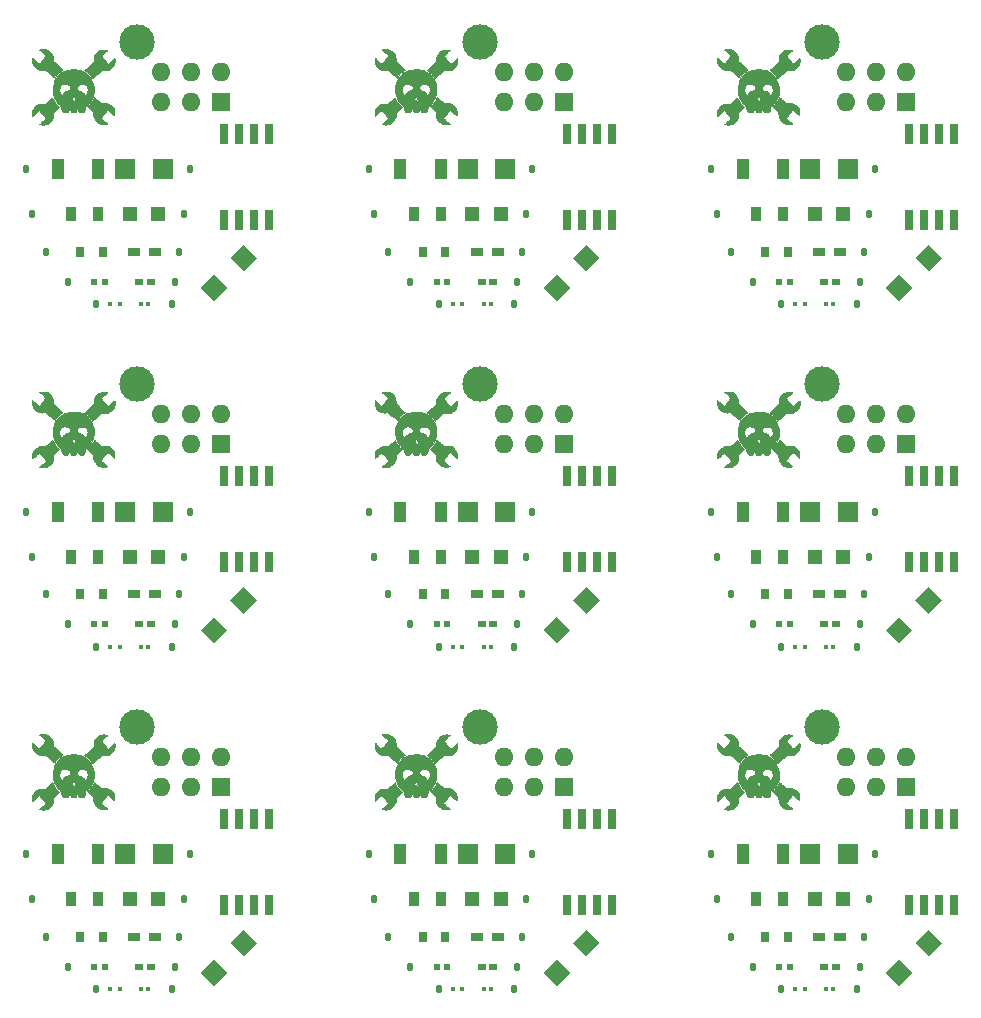
<source format=gts>
%MOIN*%
%OFA0B0*%
%FSLAX46Y46*%
%IPPOS*%
%LPD*%
%ADD10C,0.0039370078740157488*%
%ADD11C,0.00039370078740157485*%
%ADD12R,0.015748031496062995X0.015748031496062995*%
%ADD13R,0.027559055118110236X0.023622047244094488*%
%ADD14O,0.062992125984251982X0.062992125984251982*%
%ADD15R,0.062992125984251982X0.062992125984251982*%
%ADD16R,0.066929133858267723X0.0709*%
%ADD17R,0.051181102362204731X0.0472*%
%ADD18R,0.03937007874015748X0.031400000000000004*%
%ADD19R,0.025590551181102365X0.066929133858267723*%
%ADD20O,0.02X0.030000000000000002*%
%ADD21R,0.043307086614173235X0.066929133858267723*%
%ADD22R,0.035433070866141732X0.051181102362204731*%
%ADD23R,0.027559055118110236X0.035433070866141732*%
%ADD24R,0.023622047244094488X0.023622047244094488*%
%ADD25R,0.017716535433070866X0.016929133858267716*%
%ADD26C,0.11811023622047245*%
%ADD37C,0.0039370078740157488*%
%ADD38C,0.00039370078740157485*%
%ADD39R,0.015748031496062995X0.015748031496062995*%
%ADD40R,0.027559055118110236X0.023622047244094488*%
%ADD41O,0.062992125984251982X0.062992125984251982*%
%ADD42R,0.062992125984251982X0.062992125984251982*%
%ADD43R,0.066929133858267723X0.0709*%
%ADD44R,0.051181102362204731X0.0472*%
%ADD45R,0.03937007874015748X0.031400000000000004*%
%ADD46R,0.025590551181102365X0.066929133858267723*%
%ADD47O,0.02X0.030000000000000002*%
%ADD48R,0.043307086614173235X0.066929133858267723*%
%ADD49R,0.035433070866141732X0.051181102362204731*%
%ADD50R,0.027559055118110236X0.035433070866141732*%
%ADD51R,0.023622047244094488X0.023622047244094488*%
%ADD52R,0.017716535433070866X0.016929133858267716*%
%ADD53C,0.11811023622047245*%
%ADD54C,0.0039370078740157488*%
%ADD55C,0.00039370078740157485*%
%ADD56R,0.015748031496062995X0.015748031496062995*%
%ADD57R,0.027559055118110236X0.023622047244094488*%
%ADD58O,0.062992125984251982X0.062992125984251982*%
%ADD59R,0.062992125984251982X0.062992125984251982*%
%ADD60R,0.066929133858267723X0.0709*%
%ADD61R,0.051181102362204731X0.0472*%
%ADD62R,0.03937007874015748X0.031400000000000004*%
%ADD63R,0.025590551181102365X0.066929133858267723*%
%ADD64O,0.02X0.030000000000000002*%
%ADD65R,0.043307086614173235X0.066929133858267723*%
%ADD66R,0.035433070866141732X0.051181102362204731*%
%ADD67R,0.027559055118110236X0.035433070866141732*%
%ADD68R,0.023622047244094488X0.023622047244094488*%
%ADD69R,0.017716535433070866X0.016929133858267716*%
%ADD70C,0.11811023622047245*%
%ADD71C,0.0039370078740157488*%
%ADD72C,0.00039370078740157485*%
%ADD73R,0.015748031496062995X0.015748031496062995*%
%ADD74R,0.027559055118110236X0.023622047244094488*%
%ADD75O,0.062992125984251982X0.062992125984251982*%
%ADD76R,0.062992125984251982X0.062992125984251982*%
%ADD77R,0.066929133858267723X0.0709*%
%ADD78R,0.051181102362204731X0.0472*%
%ADD79R,0.03937007874015748X0.031400000000000004*%
%ADD80R,0.025590551181102365X0.066929133858267723*%
%ADD81O,0.02X0.030000000000000002*%
%ADD82R,0.043307086614173235X0.066929133858267723*%
%ADD83R,0.035433070866141732X0.051181102362204731*%
%ADD84R,0.027559055118110236X0.035433070866141732*%
%ADD85R,0.023622047244094488X0.023622047244094488*%
%ADD86R,0.017716535433070866X0.016929133858267716*%
%ADD87C,0.11811023622047245*%
%ADD88C,0.0039370078740157488*%
%ADD89C,0.00039370078740157485*%
%ADD90R,0.015748031496062995X0.015748031496062995*%
%ADD91R,0.027559055118110236X0.023622047244094488*%
%ADD92O,0.062992125984251982X0.062992125984251982*%
%ADD93R,0.062992125984251982X0.062992125984251982*%
%ADD94R,0.066929133858267723X0.0709*%
%ADD95R,0.051181102362204731X0.0472*%
%ADD96R,0.03937007874015748X0.031400000000000004*%
%ADD97R,0.025590551181102365X0.066929133858267723*%
%ADD98O,0.02X0.030000000000000002*%
%ADD99R,0.043307086614173235X0.066929133858267723*%
%ADD100R,0.035433070866141732X0.051181102362204731*%
%ADD101R,0.027559055118110236X0.035433070866141732*%
%ADD102R,0.023622047244094488X0.023622047244094488*%
%ADD103R,0.017716535433070866X0.016929133858267716*%
%ADD104C,0.11811023622047245*%
%ADD105C,0.0039370078740157488*%
%ADD106C,0.00039370078740157485*%
%ADD107R,0.015748031496062995X0.015748031496062995*%
%ADD108R,0.027559055118110236X0.023622047244094488*%
%ADD109O,0.062992125984251982X0.062992125984251982*%
%ADD110R,0.062992125984251982X0.062992125984251982*%
%ADD111R,0.066929133858267723X0.0709*%
%ADD112R,0.051181102362204731X0.0472*%
%ADD113R,0.03937007874015748X0.031400000000000004*%
%ADD114R,0.025590551181102365X0.066929133858267723*%
%ADD115O,0.02X0.030000000000000002*%
%ADD116R,0.043307086614173235X0.066929133858267723*%
%ADD117R,0.035433070866141732X0.051181102362204731*%
%ADD118R,0.027559055118110236X0.035433070866141732*%
%ADD119R,0.023622047244094488X0.023622047244094488*%
%ADD120R,0.017716535433070866X0.016929133858267716*%
%ADD121C,0.11811023622047245*%
%ADD122C,0.0039370078740157488*%
%ADD123C,0.00039370078740157485*%
%ADD124R,0.015748031496062995X0.015748031496062995*%
%ADD125R,0.027559055118110236X0.023622047244094488*%
%ADD126O,0.062992125984251982X0.062992125984251982*%
%ADD127R,0.062992125984251982X0.062992125984251982*%
%ADD128R,0.066929133858267723X0.0709*%
%ADD129R,0.051181102362204731X0.0472*%
%ADD130R,0.03937007874015748X0.031400000000000004*%
%ADD131R,0.025590551181102365X0.066929133858267723*%
%ADD132O,0.02X0.030000000000000002*%
%ADD133R,0.043307086614173235X0.066929133858267723*%
%ADD134R,0.035433070866141732X0.051181102362204731*%
%ADD135R,0.027559055118110236X0.035433070866141732*%
%ADD136R,0.023622047244094488X0.023622047244094488*%
%ADD137R,0.017716535433070866X0.016929133858267716*%
%ADD138C,0.11811023622047245*%
%ADD139C,0.0039370078740157488*%
%ADD140C,0.00039370078740157485*%
%ADD141R,0.015748031496062995X0.015748031496062995*%
%ADD142R,0.027559055118110236X0.023622047244094488*%
%ADD143O,0.062992125984251982X0.062992125984251982*%
%ADD144R,0.062992125984251982X0.062992125984251982*%
%ADD145R,0.066929133858267723X0.0709*%
%ADD146R,0.051181102362204731X0.0472*%
%ADD147R,0.03937007874015748X0.031400000000000004*%
%ADD148R,0.025590551181102365X0.066929133858267723*%
%ADD149O,0.02X0.030000000000000002*%
%ADD150R,0.043307086614173235X0.066929133858267723*%
%ADD151R,0.035433070866141732X0.051181102362204731*%
%ADD152R,0.027559055118110236X0.035433070866141732*%
%ADD153R,0.023622047244094488X0.023622047244094488*%
%ADD154R,0.017716535433070866X0.016929133858267716*%
%ADD155C,0.11811023622047245*%
%ADD156C,0.0039370078740157488*%
%ADD157C,0.00039370078740157485*%
%ADD158R,0.015748031496062995X0.015748031496062995*%
%ADD159R,0.027559055118110236X0.023622047244094488*%
%ADD160O,0.062992125984251982X0.062992125984251982*%
%ADD161R,0.062992125984251982X0.062992125984251982*%
%ADD162R,0.066929133858267723X0.0709*%
%ADD163R,0.051181102362204731X0.0472*%
%ADD164R,0.03937007874015748X0.031400000000000004*%
%ADD165R,0.025590551181102365X0.066929133858267723*%
%ADD166O,0.02X0.030000000000000002*%
%ADD167R,0.043307086614173235X0.066929133858267723*%
%ADD168R,0.035433070866141732X0.051181102362204731*%
%ADD169R,0.027559055118110236X0.035433070866141732*%
%ADD170R,0.023622047244094488X0.023622047244094488*%
%ADD171R,0.017716535433070866X0.016929133858267716*%
%ADD172C,0.11811023622047245*%
G01G01*
D10*
D11*
G36*
X0000250115Y0000765755D02*
X0000253182Y0000759419D01*
X0000257435Y0000752989D01*
X0000262680Y0000746744D01*
X0000264609Y0000744758D01*
X0000270261Y0000739145D01*
X0000250792Y0000719638D01*
X0000250792Y0000715655D01*
X0000250217Y0000709679D01*
X0000248604Y0000703468D01*
X0000246128Y0000697506D01*
X0000242961Y0000692278D01*
X0000242009Y0000691054D01*
X0000239340Y0000688445D01*
X0000235809Y0000685845D01*
X0000231945Y0000683595D01*
X0000228276Y0000682031D01*
X0000227612Y0000681831D01*
X0000222112Y0000680784D01*
X0000216091Y0000680427D01*
X0000210304Y0000680802D01*
X0000210078Y0000680834D01*
X0000207628Y0000681254D01*
X0000205773Y0000681686D01*
X0000204951Y0000682014D01*
X0000205324Y0000682601D01*
X0000206646Y0000683948D01*
X0000208762Y0000685912D01*
X0000211514Y0000688347D01*
X0000214747Y0000691111D01*
X0000215465Y0000691714D01*
X0000226465Y0000700913D01*
X0000224996Y0000702785D01*
X0000222546Y0000705877D01*
X0000219784Y0000709306D01*
X0000216854Y0000712904D01*
X0000213898Y0000716498D01*
X0000211057Y0000719918D01*
X0000208474Y0000722994D01*
X0000206291Y0000725555D01*
X0000204649Y0000727431D01*
X0000203691Y0000728450D01*
X0000203513Y0000728585D01*
X0000202839Y0000728128D01*
X0000201278Y0000726852D01*
X0000198998Y0000724902D01*
X0000196167Y0000722421D01*
X0000192952Y0000719554D01*
X0000192302Y0000718969D01*
X0000188446Y0000715531D01*
X0000185518Y0000713019D01*
X0000183423Y0000711360D01*
X0000182067Y0000710482D01*
X0000181355Y0000710312D01*
X0000181216Y0000710456D01*
X0000180930Y0000712062D01*
X0000180808Y0000714655D01*
X0000180843Y0000717806D01*
X0000181025Y0000721083D01*
X0000181346Y0000724055D01*
X0000181517Y0000725095D01*
X0000183216Y0000730744D01*
X0000186154Y0000736006D01*
X0000190422Y0000741043D01*
X0000190721Y0000741340D01*
X0000195730Y0000745502D01*
X0000201063Y0000748367D01*
X0000206876Y0000749985D01*
X0000213322Y0000750404D01*
X0000218092Y0000750037D01*
X0000221150Y0000749706D01*
X0000223129Y0000749651D01*
X0000224354Y0000749883D01*
X0000225027Y0000750299D01*
X0000225890Y0000751057D01*
X0000227646Y0000752598D01*
X0000230115Y0000754764D01*
X0000233115Y0000757395D01*
X0000236466Y0000760333D01*
X0000237183Y0000760962D01*
X0000248217Y0000770634D01*
X0000250115Y0000765755D01*
X0000250115Y0000765755D01*
G37*
X0000250115Y0000765755D02*
X0000253182Y0000759419D01*
X0000257435Y0000752989D01*
X0000262680Y0000746744D01*
X0000264609Y0000744758D01*
X0000270261Y0000739145D01*
X0000250792Y0000719638D01*
X0000250792Y0000715655D01*
X0000250217Y0000709679D01*
X0000248604Y0000703468D01*
X0000246128Y0000697506D01*
X0000242961Y0000692278D01*
X0000242009Y0000691054D01*
X0000239340Y0000688445D01*
X0000235809Y0000685845D01*
X0000231945Y0000683595D01*
X0000228276Y0000682031D01*
X0000227612Y0000681831D01*
X0000222112Y0000680784D01*
X0000216091Y0000680427D01*
X0000210304Y0000680802D01*
X0000210078Y0000680834D01*
X0000207628Y0000681254D01*
X0000205773Y0000681686D01*
X0000204951Y0000682014D01*
X0000205324Y0000682601D01*
X0000206646Y0000683948D01*
X0000208762Y0000685912D01*
X0000211514Y0000688347D01*
X0000214747Y0000691111D01*
X0000215465Y0000691714D01*
X0000226465Y0000700913D01*
X0000224996Y0000702785D01*
X0000222546Y0000705877D01*
X0000219784Y0000709306D01*
X0000216854Y0000712904D01*
X0000213898Y0000716498D01*
X0000211057Y0000719918D01*
X0000208474Y0000722994D01*
X0000206291Y0000725555D01*
X0000204649Y0000727431D01*
X0000203691Y0000728450D01*
X0000203513Y0000728585D01*
X0000202839Y0000728128D01*
X0000201278Y0000726852D01*
X0000198998Y0000724902D01*
X0000196167Y0000722421D01*
X0000192952Y0000719554D01*
X0000192302Y0000718969D01*
X0000188446Y0000715531D01*
X0000185518Y0000713019D01*
X0000183423Y0000711360D01*
X0000182067Y0000710482D01*
X0000181355Y0000710312D01*
X0000181216Y0000710456D01*
X0000180930Y0000712062D01*
X0000180808Y0000714655D01*
X0000180843Y0000717806D01*
X0000181025Y0000721083D01*
X0000181346Y0000724055D01*
X0000181517Y0000725095D01*
X0000183216Y0000730744D01*
X0000186154Y0000736006D01*
X0000190422Y0000741043D01*
X0000190721Y0000741340D01*
X0000195730Y0000745502D01*
X0000201063Y0000748367D01*
X0000206876Y0000749985D01*
X0000213322Y0000750404D01*
X0000218092Y0000750037D01*
X0000221150Y0000749706D01*
X0000223129Y0000749651D01*
X0000224354Y0000749883D01*
X0000225027Y0000750299D01*
X0000225890Y0000751057D01*
X0000227646Y0000752598D01*
X0000230115Y0000754764D01*
X0000233115Y0000757395D01*
X0000236466Y0000760333D01*
X0000237183Y0000760962D01*
X0000248217Y0000770634D01*
X0000250115Y0000765755D01*
G36*
X0000387923Y0000770992D02*
X0000389482Y0000769731D01*
X0000391786Y0000767797D01*
X0000394673Y0000765326D01*
X0000397980Y0000762456D01*
X0000399323Y0000761281D01*
X0000410905Y0000751119D01*
X0000421385Y0000751102D01*
X0000425539Y0000751079D01*
X0000428572Y0000750999D01*
X0000430790Y0000750822D01*
X0000432498Y0000750507D01*
X0000434003Y0000750015D01*
X0000435613Y0000749306D01*
X0000435792Y0000749221D01*
X0000440759Y0000746212D01*
X0000445309Y0000742218D01*
X0000449156Y0000737560D01*
X0000452016Y0000732557D01*
X0000453021Y0000729917D01*
X0000453829Y0000726460D01*
X0000454260Y0000722333D01*
X0000454364Y0000718165D01*
X0000454327Y0000715100D01*
X0000454226Y0000712649D01*
X0000454079Y0000711108D01*
X0000453948Y0000710728D01*
X0000453317Y0000711187D01*
X0000451800Y0000712467D01*
X0000449560Y0000714424D01*
X0000446764Y0000716913D01*
X0000443576Y0000719789D01*
X0000442935Y0000720371D01*
X0000439694Y0000723304D01*
X0000436815Y0000725878D01*
X0000434463Y0000727947D01*
X0000432802Y0000729368D01*
X0000431998Y0000729996D01*
X0000431955Y0000730014D01*
X0000431399Y0000729485D01*
X0000430104Y0000728022D01*
X0000428219Y0000725807D01*
X0000425893Y0000723024D01*
X0000423276Y0000719856D01*
X0000420517Y0000716487D01*
X0000417766Y0000713100D01*
X0000415173Y0000709878D01*
X0000412887Y0000707005D01*
X0000411057Y0000704664D01*
X0000409833Y0000703038D01*
X0000409365Y0000702312D01*
X0000409364Y0000702303D01*
X0000409889Y0000701696D01*
X0000411352Y0000700334D01*
X0000413586Y0000698364D01*
X0000416420Y0000695935D01*
X0000419688Y0000693195D01*
X0000420078Y0000692871D01*
X0000423384Y0000690109D01*
X0000426275Y0000687648D01*
X0000428585Y0000685633D01*
X0000430144Y0000684212D01*
X0000430785Y0000683531D01*
X0000430792Y0000683507D01*
X0000430139Y0000683097D01*
X0000428413Y0000682643D01*
X0000425968Y0000682199D01*
X0000423157Y0000681821D01*
X0000420333Y0000681564D01*
X0000417877Y0000681484D01*
X0000415010Y0000681704D01*
X0000411652Y0000682229D01*
X0000409364Y0000682738D01*
X0000403061Y0000685080D01*
X0000397573Y0000688547D01*
X0000392969Y0000693049D01*
X0000389316Y0000698495D01*
X0000386680Y0000704794D01*
X0000385129Y0000711854D01*
X0000384762Y0000716023D01*
X0000384553Y0000720754D01*
X0000374798Y0000730727D01*
X0000365043Y0000740699D01*
X0000370540Y0000745892D01*
X0000374306Y0000749841D01*
X0000377941Y0000754361D01*
X0000381191Y0000759087D01*
X0000383804Y0000763652D01*
X0000385452Y0000767469D01*
X0000386246Y0000769591D01*
X0000386926Y0000771033D01*
X0000387272Y0000771443D01*
X0000387923Y0000770992D01*
X0000387923Y0000770992D01*
G37*
X0000387923Y0000770992D02*
X0000389482Y0000769731D01*
X0000391786Y0000767797D01*
X0000394673Y0000765326D01*
X0000397980Y0000762456D01*
X0000399323Y0000761281D01*
X0000410905Y0000751119D01*
X0000421385Y0000751102D01*
X0000425539Y0000751079D01*
X0000428572Y0000750999D01*
X0000430790Y0000750822D01*
X0000432498Y0000750507D01*
X0000434003Y0000750015D01*
X0000435613Y0000749306D01*
X0000435792Y0000749221D01*
X0000440759Y0000746212D01*
X0000445309Y0000742218D01*
X0000449156Y0000737560D01*
X0000452016Y0000732557D01*
X0000453021Y0000729917D01*
X0000453829Y0000726460D01*
X0000454260Y0000722333D01*
X0000454364Y0000718165D01*
X0000454327Y0000715100D01*
X0000454226Y0000712649D01*
X0000454079Y0000711108D01*
X0000453948Y0000710728D01*
X0000453317Y0000711187D01*
X0000451800Y0000712467D01*
X0000449560Y0000714424D01*
X0000446764Y0000716913D01*
X0000443576Y0000719789D01*
X0000442935Y0000720371D01*
X0000439694Y0000723304D01*
X0000436815Y0000725878D01*
X0000434463Y0000727947D01*
X0000432802Y0000729368D01*
X0000431998Y0000729996D01*
X0000431955Y0000730014D01*
X0000431399Y0000729485D01*
X0000430104Y0000728022D01*
X0000428219Y0000725807D01*
X0000425893Y0000723024D01*
X0000423276Y0000719856D01*
X0000420517Y0000716487D01*
X0000417766Y0000713100D01*
X0000415173Y0000709878D01*
X0000412887Y0000707005D01*
X0000411057Y0000704664D01*
X0000409833Y0000703038D01*
X0000409365Y0000702312D01*
X0000409364Y0000702303D01*
X0000409889Y0000701696D01*
X0000411352Y0000700334D01*
X0000413586Y0000698364D01*
X0000416420Y0000695935D01*
X0000419688Y0000693195D01*
X0000420078Y0000692871D01*
X0000423384Y0000690109D01*
X0000426275Y0000687648D01*
X0000428585Y0000685633D01*
X0000430144Y0000684212D01*
X0000430785Y0000683531D01*
X0000430792Y0000683507D01*
X0000430139Y0000683097D01*
X0000428413Y0000682643D01*
X0000425968Y0000682199D01*
X0000423157Y0000681821D01*
X0000420333Y0000681564D01*
X0000417877Y0000681484D01*
X0000415010Y0000681704D01*
X0000411652Y0000682229D01*
X0000409364Y0000682738D01*
X0000403061Y0000685080D01*
X0000397573Y0000688547D01*
X0000392969Y0000693049D01*
X0000389316Y0000698495D01*
X0000386680Y0000704794D01*
X0000385129Y0000711854D01*
X0000384762Y0000716023D01*
X0000384553Y0000720754D01*
X0000374798Y0000730727D01*
X0000365043Y0000740699D01*
X0000370540Y0000745892D01*
X0000374306Y0000749841D01*
X0000377941Y0000754361D01*
X0000381191Y0000759087D01*
X0000383804Y0000763652D01*
X0000385452Y0000767469D01*
X0000386246Y0000769591D01*
X0000386926Y0000771033D01*
X0000387272Y0000771443D01*
X0000387923Y0000770992D01*
G36*
X0000324164Y0000864542D02*
X0000333292Y0000863481D01*
X0000338114Y0000862418D01*
X0000343340Y0000860871D01*
X0000348459Y0000859018D01*
X0000352960Y0000857037D01*
X0000355041Y0000855924D01*
X0000359326Y0000853004D01*
X0000363843Y0000849223D01*
X0000368158Y0000844984D01*
X0000371837Y0000840689D01*
X0000372668Y0000839569D01*
X0000377316Y0000831991D01*
X0000381072Y0000823657D01*
X0000383877Y0000814836D01*
X0000385669Y0000805795D01*
X0000386390Y0000796802D01*
X0000385978Y0000788125D01*
X0000385229Y0000783493D01*
X0000383225Y0000776309D01*
X0000380253Y0000768988D01*
X0000376493Y0000761837D01*
X0000372128Y0000755160D01*
X0000367340Y0000749264D01*
X0000362310Y0000744455D01*
X0000361713Y0000743976D01*
X0000357734Y0000740853D01*
X0000357489Y0000736015D01*
X0000356754Y0000730873D01*
X0000355132Y0000726829D01*
X0000352638Y0000723899D01*
X0000349285Y0000722099D01*
X0000345087Y0000721445D01*
X0000344783Y0000721443D01*
X0000340332Y0000721996D01*
X0000336765Y0000723604D01*
X0000334170Y0000726182D01*
X0000332637Y0000729651D01*
X0000332233Y0000733050D01*
X0000332152Y0000735110D01*
X0000331812Y0000736113D01*
X0000331036Y0000736426D01*
X0000330614Y0000736441D01*
X0000329749Y0000736329D01*
X0000329258Y0000735784D01*
X0000329029Y0000734487D01*
X0000328945Y0000732117D01*
X0000328939Y0000731760D01*
X0000328574Y0000727986D01*
X0000327492Y0000725219D01*
X0000325520Y0000723146D01*
X0000323599Y0000721979D01*
X0000320447Y0000720998D01*
X0000316794Y0000720785D01*
X0000313297Y0000721337D01*
X0000311551Y0000722033D01*
X0000308849Y0000724255D01*
X0000307170Y0000727472D01*
X0000306516Y0000731676D01*
X0000306507Y0000732324D01*
X0000306450Y0000734661D01*
X0000306204Y0000735903D01*
X0000305653Y0000736382D01*
X0000305078Y0000736443D01*
X0000304077Y0000736148D01*
X0000303686Y0000735012D01*
X0000303650Y0000734049D01*
X0000303066Y0000730018D01*
X0000301438Y0000726482D01*
X0000298950Y0000723727D01*
X0000295956Y0000722093D01*
X0000293127Y0000721572D01*
X0000289832Y0000721565D01*
X0000286627Y0000722022D01*
X0000284067Y0000722889D01*
X0000283449Y0000723263D01*
X0000281096Y0000725800D01*
X0000279350Y0000729458D01*
X0000278299Y0000734028D01*
X0000278085Y0000736189D01*
X0000277845Y0000738722D01*
X0000277522Y0000740585D01*
X0000277179Y0000741426D01*
X0000277129Y0000741443D01*
X0000276158Y0000741954D01*
X0000274486Y0000743342D01*
X0000272325Y0000745384D01*
X0000269891Y0000747861D01*
X0000267396Y0000750550D01*
X0000265055Y0000753231D01*
X0000263479Y0000755189D01*
X0000311507Y0000755189D01*
X0000311622Y0000753574D01*
X0000311983Y0000753249D01*
X0000312615Y0000754245D01*
X0000313544Y0000756590D01*
X0000314068Y0000758100D01*
X0000315025Y0000760508D01*
X0000315941Y0000762071D01*
X0000316548Y0000762514D01*
X0000317452Y0000761988D01*
X0000318907Y0000760604D01*
X0000320613Y0000758649D01*
X0000320772Y0000758450D01*
X0000324007Y0000754385D01*
X0000324222Y0000758318D01*
X0000323837Y0000763701D01*
X0000322170Y0000769129D01*
X0000320021Y0000773211D01*
X0000317763Y0000776765D01*
X0000315658Y0000772602D01*
X0000314199Y0000769027D01*
X0000312924Y0000764656D01*
X0000311983Y0000760122D01*
X0000311527Y0000756056D01*
X0000311507Y0000755189D01*
X0000263479Y0000755189D01*
X0000263081Y0000755683D01*
X0000262247Y0000756829D01*
X0000259505Y0000761167D01*
X0000256782Y0000766131D01*
X0000254301Y0000771263D01*
X0000252284Y0000776109D01*
X0000251100Y0000779665D01*
X0000250427Y0000783004D01*
X0000249922Y0000787348D01*
X0000249600Y0000792281D01*
X0000249508Y0000796085D01*
X0000270840Y0000796085D01*
X0000271104Y0000791495D01*
X0000272024Y0000787862D01*
X0000273749Y0000784806D01*
X0000276397Y0000781978D01*
X0000278156Y0000780408D01*
X0000279213Y0000779604D01*
X0000279940Y0000779389D01*
X0000280706Y0000779585D01*
X0000281083Y0000779730D01*
X0000281981Y0000780652D01*
X0000282792Y0000782393D01*
X0000282934Y0000782868D01*
X0000284524Y0000786099D01*
X0000287434Y0000788867D01*
X0000291681Y0000791183D01*
X0000295437Y0000792535D01*
X0000300273Y0000794331D01*
X0000303767Y0000796402D01*
X0000305996Y0000798832D01*
X0000307034Y0000801706D01*
X0000306982Y0000803995D01*
X0000329053Y0000803995D01*
X0000329238Y0000800899D01*
X0000330611Y0000798023D01*
X0000332620Y0000796005D01*
X0000334520Y0000794876D01*
X0000337239Y0000793643D01*
X0000340212Y0000792561D01*
X0000340429Y0000792494D01*
X0000345094Y0000790845D01*
X0000348538Y0000789096D01*
X0000350965Y0000787092D01*
X0000352580Y0000784679D01*
X0000353277Y0000782871D01*
X0000354265Y0000780528D01*
X0000355488Y0000779464D01*
X0000357079Y0000779669D01*
X0000359170Y0000781133D01*
X0000360463Y0000782353D01*
X0000363388Y0000786266D01*
X0000365135Y0000790928D01*
X0000365671Y0000796232D01*
X0000365558Y0000798312D01*
X0000364511Y0000803752D01*
X0000362469Y0000808185D01*
X0000359406Y0000811650D01*
X0000356238Y0000813735D01*
X0000352878Y0000814913D01*
X0000348757Y0000815561D01*
X0000344451Y0000815647D01*
X0000340536Y0000815141D01*
X0000338885Y0000814648D01*
X0000334974Y0000812638D01*
X0000331987Y0000810061D01*
X0000329992Y0000807115D01*
X0000329053Y0000803995D01*
X0000306982Y0000803995D01*
X0000306957Y0000805108D01*
X0000306898Y0000805442D01*
X0000305600Y0000808717D01*
X0000303181Y0000811486D01*
X0000299886Y0000813669D01*
X0000295957Y0000815187D01*
X0000291637Y0000815960D01*
X0000287170Y0000815910D01*
X0000282798Y0000814955D01*
X0000280583Y0000814046D01*
X0000276668Y0000811596D01*
X0000273828Y0000808522D01*
X0000271974Y0000804663D01*
X0000271020Y0000799859D01*
X0000270840Y0000796085D01*
X0000249508Y0000796085D01*
X0000249477Y0000797388D01*
X0000249567Y0000802252D01*
X0000249887Y0000806457D01*
X0000250066Y0000807763D01*
X0000251919Y0000816071D01*
X0000254731Y0000824245D01*
X0000258369Y0000832037D01*
X0000262698Y0000839199D01*
X0000267584Y0000845482D01*
X0000272893Y0000850638D01*
X0000273472Y0000851106D01*
X0000280128Y0000855537D01*
X0000287776Y0000859148D01*
X0000296210Y0000861897D01*
X0000305224Y0000863741D01*
X0000314611Y0000864637D01*
X0000324164Y0000864542D01*
X0000324164Y0000864542D01*
G37*
X0000324164Y0000864542D02*
X0000333292Y0000863481D01*
X0000338114Y0000862418D01*
X0000343340Y0000860871D01*
X0000348459Y0000859018D01*
X0000352960Y0000857037D01*
X0000355041Y0000855924D01*
X0000359326Y0000853004D01*
X0000363843Y0000849223D01*
X0000368158Y0000844984D01*
X0000371837Y0000840689D01*
X0000372668Y0000839569D01*
X0000377316Y0000831991D01*
X0000381072Y0000823657D01*
X0000383877Y0000814836D01*
X0000385669Y0000805795D01*
X0000386390Y0000796802D01*
X0000385978Y0000788125D01*
X0000385229Y0000783493D01*
X0000383225Y0000776309D01*
X0000380253Y0000768988D01*
X0000376493Y0000761837D01*
X0000372128Y0000755160D01*
X0000367340Y0000749264D01*
X0000362310Y0000744455D01*
X0000361713Y0000743976D01*
X0000357734Y0000740853D01*
X0000357489Y0000736015D01*
X0000356754Y0000730873D01*
X0000355132Y0000726829D01*
X0000352638Y0000723899D01*
X0000349285Y0000722099D01*
X0000345087Y0000721445D01*
X0000344783Y0000721443D01*
X0000340332Y0000721996D01*
X0000336765Y0000723604D01*
X0000334170Y0000726182D01*
X0000332637Y0000729651D01*
X0000332233Y0000733050D01*
X0000332152Y0000735110D01*
X0000331812Y0000736113D01*
X0000331036Y0000736426D01*
X0000330614Y0000736441D01*
X0000329749Y0000736329D01*
X0000329258Y0000735784D01*
X0000329029Y0000734487D01*
X0000328945Y0000732117D01*
X0000328939Y0000731760D01*
X0000328574Y0000727986D01*
X0000327492Y0000725219D01*
X0000325520Y0000723146D01*
X0000323599Y0000721979D01*
X0000320447Y0000720998D01*
X0000316794Y0000720785D01*
X0000313297Y0000721337D01*
X0000311551Y0000722033D01*
X0000308849Y0000724255D01*
X0000307170Y0000727472D01*
X0000306516Y0000731676D01*
X0000306507Y0000732324D01*
X0000306450Y0000734661D01*
X0000306204Y0000735903D01*
X0000305653Y0000736382D01*
X0000305078Y0000736443D01*
X0000304077Y0000736148D01*
X0000303686Y0000735012D01*
X0000303650Y0000734049D01*
X0000303066Y0000730018D01*
X0000301438Y0000726482D01*
X0000298950Y0000723727D01*
X0000295956Y0000722093D01*
X0000293127Y0000721572D01*
X0000289832Y0000721565D01*
X0000286627Y0000722022D01*
X0000284067Y0000722889D01*
X0000283449Y0000723263D01*
X0000281096Y0000725800D01*
X0000279350Y0000729458D01*
X0000278299Y0000734028D01*
X0000278085Y0000736189D01*
X0000277845Y0000738722D01*
X0000277522Y0000740585D01*
X0000277179Y0000741426D01*
X0000277129Y0000741443D01*
X0000276158Y0000741954D01*
X0000274486Y0000743342D01*
X0000272325Y0000745384D01*
X0000269891Y0000747861D01*
X0000267396Y0000750550D01*
X0000265055Y0000753231D01*
X0000263479Y0000755189D01*
X0000311507Y0000755189D01*
X0000311622Y0000753574D01*
X0000311983Y0000753249D01*
X0000312615Y0000754245D01*
X0000313544Y0000756590D01*
X0000314068Y0000758100D01*
X0000315025Y0000760508D01*
X0000315941Y0000762071D01*
X0000316548Y0000762514D01*
X0000317452Y0000761988D01*
X0000318907Y0000760604D01*
X0000320613Y0000758649D01*
X0000320772Y0000758450D01*
X0000324007Y0000754385D01*
X0000324222Y0000758318D01*
X0000323837Y0000763701D01*
X0000322170Y0000769129D01*
X0000320021Y0000773211D01*
X0000317763Y0000776765D01*
X0000315658Y0000772602D01*
X0000314199Y0000769027D01*
X0000312924Y0000764656D01*
X0000311983Y0000760122D01*
X0000311527Y0000756056D01*
X0000311507Y0000755189D01*
X0000263479Y0000755189D01*
X0000263081Y0000755683D01*
X0000262247Y0000756829D01*
X0000259505Y0000761167D01*
X0000256782Y0000766131D01*
X0000254301Y0000771263D01*
X0000252284Y0000776109D01*
X0000251100Y0000779665D01*
X0000250427Y0000783004D01*
X0000249922Y0000787348D01*
X0000249600Y0000792281D01*
X0000249508Y0000796085D01*
X0000270840Y0000796085D01*
X0000271104Y0000791495D01*
X0000272024Y0000787862D01*
X0000273749Y0000784806D01*
X0000276397Y0000781978D01*
X0000278156Y0000780408D01*
X0000279213Y0000779604D01*
X0000279940Y0000779389D01*
X0000280706Y0000779585D01*
X0000281083Y0000779730D01*
X0000281981Y0000780652D01*
X0000282792Y0000782393D01*
X0000282934Y0000782868D01*
X0000284524Y0000786099D01*
X0000287434Y0000788867D01*
X0000291681Y0000791183D01*
X0000295437Y0000792535D01*
X0000300273Y0000794331D01*
X0000303767Y0000796402D01*
X0000305996Y0000798832D01*
X0000307034Y0000801706D01*
X0000306982Y0000803995D01*
X0000329053Y0000803995D01*
X0000329238Y0000800899D01*
X0000330611Y0000798023D01*
X0000332620Y0000796005D01*
X0000334520Y0000794876D01*
X0000337239Y0000793643D01*
X0000340212Y0000792561D01*
X0000340429Y0000792494D01*
X0000345094Y0000790845D01*
X0000348538Y0000789096D01*
X0000350965Y0000787092D01*
X0000352580Y0000784679D01*
X0000353277Y0000782871D01*
X0000354265Y0000780528D01*
X0000355488Y0000779464D01*
X0000357079Y0000779669D01*
X0000359170Y0000781133D01*
X0000360463Y0000782353D01*
X0000363388Y0000786266D01*
X0000365135Y0000790928D01*
X0000365671Y0000796232D01*
X0000365558Y0000798312D01*
X0000364511Y0000803752D01*
X0000362469Y0000808185D01*
X0000359406Y0000811650D01*
X0000356238Y0000813735D01*
X0000352878Y0000814913D01*
X0000348757Y0000815561D01*
X0000344451Y0000815647D01*
X0000340536Y0000815141D01*
X0000338885Y0000814648D01*
X0000334974Y0000812638D01*
X0000331987Y0000810061D01*
X0000329992Y0000807115D01*
X0000329053Y0000803995D01*
X0000306982Y0000803995D01*
X0000306957Y0000805108D01*
X0000306898Y0000805442D01*
X0000305600Y0000808717D01*
X0000303181Y0000811486D01*
X0000299886Y0000813669D01*
X0000295957Y0000815187D01*
X0000291637Y0000815960D01*
X0000287170Y0000815910D01*
X0000282798Y0000814955D01*
X0000280583Y0000814046D01*
X0000276668Y0000811596D01*
X0000273828Y0000808522D01*
X0000271974Y0000804663D01*
X0000271020Y0000799859D01*
X0000270840Y0000796085D01*
X0000249508Y0000796085D01*
X0000249477Y0000797388D01*
X0000249567Y0000802252D01*
X0000249887Y0000806457D01*
X0000250066Y0000807763D01*
X0000251919Y0000816071D01*
X0000254731Y0000824245D01*
X0000258369Y0000832037D01*
X0000262698Y0000839199D01*
X0000267584Y0000845482D01*
X0000272893Y0000850638D01*
X0000273472Y0000851106D01*
X0000280128Y0000855537D01*
X0000287776Y0000859148D01*
X0000296210Y0000861897D01*
X0000305224Y0000863741D01*
X0000314611Y0000864637D01*
X0000324164Y0000864542D01*
G36*
X0000422002Y0000930597D02*
X0000425295Y0000930404D01*
X0000428140Y0000930132D01*
X0000430182Y0000929820D01*
X0000430973Y0000929584D01*
X0000431252Y0000929222D01*
X0000431040Y0000928603D01*
X0000430223Y0000927612D01*
X0000428685Y0000926131D01*
X0000426310Y0000924046D01*
X0000422984Y0000921240D01*
X0000421142Y0000919708D01*
X0000416962Y0000916179D01*
X0000413809Y0000913377D01*
X0000411718Y0000911336D01*
X0000410722Y0000910089D01*
X0000410665Y0000909735D01*
X0000412252Y0000907680D01*
X0000414377Y0000905012D01*
X0000416891Y0000901911D01*
X0000419645Y0000898554D01*
X0000422489Y0000895121D01*
X0000425274Y0000891792D01*
X0000427850Y0000888744D01*
X0000430068Y0000886157D01*
X0000431779Y0000884210D01*
X0000432833Y0000883081D01*
X0000433092Y0000882871D01*
X0000433804Y0000883331D01*
X0000435395Y0000884615D01*
X0000437695Y0000886576D01*
X0000440535Y0000889070D01*
X0000443743Y0000891950D01*
X0000444338Y0000892490D01*
X0000454909Y0000902110D01*
X0000455351Y0000899901D01*
X0000455801Y0000895144D01*
X0000455494Y0000889800D01*
X0000454508Y0000884441D01*
X0000452920Y0000879639D01*
X0000452471Y0000878660D01*
X0000450490Y0000875490D01*
X0000447639Y0000872032D01*
X0000444303Y0000868676D01*
X0000440871Y0000865815D01*
X0000437883Y0000863916D01*
X0000433297Y0000862213D01*
X0000427885Y0000861223D01*
X0000422092Y0000861003D01*
X0000418187Y0000861322D01*
X0000415176Y0000861666D01*
X0000413240Y0000861717D01*
X0000412055Y0000861462D01*
X0000411515Y0000861113D01*
X0000409196Y0000859077D01*
X0000406296Y0000856559D01*
X0000402976Y0000853697D01*
X0000399401Y0000850629D01*
X0000395732Y0000847494D01*
X0000392133Y0000844431D01*
X0000388766Y0000841578D01*
X0000385795Y0000839074D01*
X0000383382Y0000837057D01*
X0000381689Y0000835666D01*
X0000380880Y0000835038D01*
X0000380837Y0000835017D01*
X0000380336Y0000835604D01*
X0000379396Y0000837147D01*
X0000378211Y0000839322D01*
X0000378114Y0000839509D01*
X0000375318Y0000843939D01*
X0000371510Y0000848556D01*
X0000367006Y0000853021D01*
X0000362124Y0000856997D01*
X0000360888Y0000857871D01*
X0000358437Y0000859582D01*
X0000356501Y0000860999D01*
X0000355335Y0000861929D01*
X0000355113Y0000862175D01*
X0000355603Y0000862742D01*
X0000357006Y0000864163D01*
X0000359193Y0000866315D01*
X0000362037Y0000869072D01*
X0000365411Y0000872311D01*
X0000369185Y0000875906D01*
X0000370435Y0000877091D01*
X0000385792Y0000891631D01*
X0000385805Y0000895644D01*
X0000386437Y0000902636D01*
X0000388225Y0000909245D01*
X0000391068Y0000915272D01*
X0000394868Y0000920521D01*
X0000399526Y0000924793D01*
X0000400911Y0000925749D01*
X0000405277Y0000928144D01*
X0000409823Y0000929702D01*
X0000414904Y0000930506D01*
X0000420876Y0000930636D01*
X0000422002Y0000930597D01*
X0000422002Y0000930597D01*
G37*
X0000422002Y0000930597D02*
X0000425295Y0000930404D01*
X0000428140Y0000930132D01*
X0000430182Y0000929820D01*
X0000430973Y0000929584D01*
X0000431252Y0000929222D01*
X0000431040Y0000928603D01*
X0000430223Y0000927612D01*
X0000428685Y0000926131D01*
X0000426310Y0000924046D01*
X0000422984Y0000921240D01*
X0000421142Y0000919708D01*
X0000416962Y0000916179D01*
X0000413809Y0000913377D01*
X0000411718Y0000911336D01*
X0000410722Y0000910089D01*
X0000410665Y0000909735D01*
X0000412252Y0000907680D01*
X0000414377Y0000905012D01*
X0000416891Y0000901911D01*
X0000419645Y0000898554D01*
X0000422489Y0000895121D01*
X0000425274Y0000891792D01*
X0000427850Y0000888744D01*
X0000430068Y0000886157D01*
X0000431779Y0000884210D01*
X0000432833Y0000883081D01*
X0000433092Y0000882871D01*
X0000433804Y0000883331D01*
X0000435395Y0000884615D01*
X0000437695Y0000886576D01*
X0000440535Y0000889070D01*
X0000443743Y0000891950D01*
X0000444338Y0000892490D01*
X0000454909Y0000902110D01*
X0000455351Y0000899901D01*
X0000455801Y0000895144D01*
X0000455494Y0000889800D01*
X0000454508Y0000884441D01*
X0000452920Y0000879639D01*
X0000452471Y0000878660D01*
X0000450490Y0000875490D01*
X0000447639Y0000872032D01*
X0000444303Y0000868676D01*
X0000440871Y0000865815D01*
X0000437883Y0000863916D01*
X0000433297Y0000862213D01*
X0000427885Y0000861223D01*
X0000422092Y0000861003D01*
X0000418187Y0000861322D01*
X0000415176Y0000861666D01*
X0000413240Y0000861717D01*
X0000412055Y0000861462D01*
X0000411515Y0000861113D01*
X0000409196Y0000859077D01*
X0000406296Y0000856559D01*
X0000402976Y0000853697D01*
X0000399401Y0000850629D01*
X0000395732Y0000847494D01*
X0000392133Y0000844431D01*
X0000388766Y0000841578D01*
X0000385795Y0000839074D01*
X0000383382Y0000837057D01*
X0000381689Y0000835666D01*
X0000380880Y0000835038D01*
X0000380837Y0000835017D01*
X0000380336Y0000835604D01*
X0000379396Y0000837147D01*
X0000378211Y0000839322D01*
X0000378114Y0000839509D01*
X0000375318Y0000843939D01*
X0000371510Y0000848556D01*
X0000367006Y0000853021D01*
X0000362124Y0000856997D01*
X0000360888Y0000857871D01*
X0000358437Y0000859582D01*
X0000356501Y0000860999D01*
X0000355335Y0000861929D01*
X0000355113Y0000862175D01*
X0000355603Y0000862742D01*
X0000357006Y0000864163D01*
X0000359193Y0000866315D01*
X0000362037Y0000869072D01*
X0000365411Y0000872311D01*
X0000369185Y0000875906D01*
X0000370435Y0000877091D01*
X0000385792Y0000891631D01*
X0000385805Y0000895644D01*
X0000386437Y0000902636D01*
X0000388225Y0000909245D01*
X0000391068Y0000915272D01*
X0000394868Y0000920521D01*
X0000399526Y0000924793D01*
X0000400911Y0000925749D01*
X0000405277Y0000928144D01*
X0000409823Y0000929702D01*
X0000414904Y0000930506D01*
X0000420876Y0000930636D01*
X0000422002Y0000930597D01*
G36*
X0000223288Y0000931516D02*
X0000229775Y0000929649D01*
X0000235526Y0000926642D01*
X0000240456Y0000922579D01*
X0000244483Y0000917546D01*
X0000247521Y0000911628D01*
X0000249488Y0000904909D01*
X0000250297Y0000897543D01*
X0000250432Y0000892684D01*
X0000265980Y0000878003D01*
X0000269860Y0000874309D01*
X0000273349Y0000870929D01*
X0000276327Y0000867984D01*
X0000278671Y0000865598D01*
X0000280258Y0000863894D01*
X0000280966Y0000862996D01*
X0000280982Y0000862893D01*
X0000280151Y0000862307D01*
X0000278481Y0000861170D01*
X0000276325Y0000859721D01*
X0000276192Y0000859633D01*
X0000268994Y0000854078D01*
X0000262983Y0000847794D01*
X0000258062Y0000840675D01*
X0000257292Y0000839311D01*
X0000255354Y0000835767D01*
X0000243609Y0000845872D01*
X0000239836Y0000849124D01*
X0000236143Y0000852315D01*
X0000232771Y0000855237D01*
X0000229959Y0000857684D01*
X0000227946Y0000859447D01*
X0000227674Y0000859687D01*
X0000225517Y0000861548D01*
X0000224044Y0000862602D01*
X0000222888Y0000863018D01*
X0000221685Y0000862962D01*
X0000220888Y0000862794D01*
X0000217536Y0000862327D01*
X0000213382Y0000862197D01*
X0000209009Y0000862389D01*
X0000205000Y0000862888D01*
X0000203264Y0000863260D01*
X0000199618Y0000864463D01*
X0000196365Y0000866181D01*
X0000193104Y0000868664D01*
X0000190115Y0000871474D01*
X0000186507Y0000875468D01*
X0000183904Y0000879367D01*
X0000182175Y0000883513D01*
X0000181187Y0000888247D01*
X0000180808Y0000893910D01*
X0000180792Y0000895560D01*
X0000180848Y0000898592D01*
X0000180999Y0000900980D01*
X0000181220Y0000902439D01*
X0000181419Y0000902752D01*
X0000182120Y0000902220D01*
X0000183706Y0000900877D01*
X0000186007Y0000898871D01*
X0000188851Y0000896352D01*
X0000192068Y0000893470D01*
X0000192592Y0000892998D01*
X0000196293Y0000889686D01*
X0000199092Y0000887257D01*
X0000201126Y0000885611D01*
X0000202527Y0000884646D01*
X0000203432Y0000884262D01*
X0000203975Y0000884359D01*
X0000204051Y0000884426D01*
X0000204972Y0000885467D01*
X0000206552Y0000887349D01*
X0000208642Y0000889886D01*
X0000211092Y0000892890D01*
X0000213752Y0000896175D01*
X0000216471Y0000899554D01*
X0000219100Y0000902841D01*
X0000221489Y0000905848D01*
X0000223487Y0000908390D01*
X0000224945Y0000910279D01*
X0000225712Y0000911329D01*
X0000225792Y0000911475D01*
X0000225269Y0000912056D01*
X0000223810Y0000913395D01*
X0000221585Y0000915344D01*
X0000218764Y0000917755D01*
X0000215515Y0000920480D01*
X0000215257Y0000920695D01*
X0000211966Y0000923448D01*
X0000209072Y0000925906D01*
X0000206750Y0000927919D01*
X0000205172Y0000929336D01*
X0000204512Y0000930006D01*
X0000204505Y0000930020D01*
X0000204985Y0000930528D01*
X0000206568Y0000931051D01*
X0000208934Y0000931531D01*
X0000211760Y0000931910D01*
X0000214724Y0000932127D01*
X0000216150Y0000932157D01*
X0000223288Y0000931516D01*
X0000223288Y0000931516D01*
G37*
X0000223288Y0000931516D02*
X0000229775Y0000929649D01*
X0000235526Y0000926642D01*
X0000240456Y0000922579D01*
X0000244483Y0000917546D01*
X0000247521Y0000911628D01*
X0000249488Y0000904909D01*
X0000250297Y0000897543D01*
X0000250432Y0000892684D01*
X0000265980Y0000878003D01*
X0000269860Y0000874309D01*
X0000273349Y0000870929D01*
X0000276327Y0000867984D01*
X0000278671Y0000865598D01*
X0000280258Y0000863894D01*
X0000280966Y0000862996D01*
X0000280982Y0000862893D01*
X0000280151Y0000862307D01*
X0000278481Y0000861170D01*
X0000276325Y0000859721D01*
X0000276192Y0000859633D01*
X0000268994Y0000854078D01*
X0000262983Y0000847794D01*
X0000258062Y0000840675D01*
X0000257292Y0000839311D01*
X0000255354Y0000835767D01*
X0000243609Y0000845872D01*
X0000239836Y0000849124D01*
X0000236143Y0000852315D01*
X0000232771Y0000855237D01*
X0000229959Y0000857684D01*
X0000227946Y0000859447D01*
X0000227674Y0000859687D01*
X0000225517Y0000861548D01*
X0000224044Y0000862602D01*
X0000222888Y0000863018D01*
X0000221685Y0000862962D01*
X0000220888Y0000862794D01*
X0000217536Y0000862327D01*
X0000213382Y0000862197D01*
X0000209009Y0000862389D01*
X0000205000Y0000862888D01*
X0000203264Y0000863260D01*
X0000199618Y0000864463D01*
X0000196365Y0000866181D01*
X0000193104Y0000868664D01*
X0000190115Y0000871474D01*
X0000186507Y0000875468D01*
X0000183904Y0000879367D01*
X0000182175Y0000883513D01*
X0000181187Y0000888247D01*
X0000180808Y0000893910D01*
X0000180792Y0000895560D01*
X0000180848Y0000898592D01*
X0000180999Y0000900980D01*
X0000181220Y0000902439D01*
X0000181419Y0000902752D01*
X0000182120Y0000902220D01*
X0000183706Y0000900877D01*
X0000186007Y0000898871D01*
X0000188851Y0000896352D01*
X0000192068Y0000893470D01*
X0000192592Y0000892998D01*
X0000196293Y0000889686D01*
X0000199092Y0000887257D01*
X0000201126Y0000885611D01*
X0000202527Y0000884646D01*
X0000203432Y0000884262D01*
X0000203975Y0000884359D01*
X0000204051Y0000884426D01*
X0000204972Y0000885467D01*
X0000206552Y0000887349D01*
X0000208642Y0000889886D01*
X0000211092Y0000892890D01*
X0000213752Y0000896175D01*
X0000216471Y0000899554D01*
X0000219100Y0000902841D01*
X0000221489Y0000905848D01*
X0000223487Y0000908390D01*
X0000224945Y0000910279D01*
X0000225712Y0000911329D01*
X0000225792Y0000911475D01*
X0000225269Y0000912056D01*
X0000223810Y0000913395D01*
X0000221585Y0000915344D01*
X0000218764Y0000917755D01*
X0000215515Y0000920480D01*
X0000215257Y0000920695D01*
X0000211966Y0000923448D01*
X0000209072Y0000925906D01*
X0000206750Y0000927919D01*
X0000205172Y0000929336D01*
X0000204512Y0000930006D01*
X0000204505Y0000930020D01*
X0000204985Y0000930528D01*
X0000206568Y0000931051D01*
X0000208934Y0000931531D01*
X0000211760Y0000931910D01*
X0000214724Y0000932127D01*
X0000216150Y0000932157D01*
X0000223288Y0000931516D01*
D12*
X0000544696Y0000081443D03*
X0000568318Y0000081443D03*
D13*
X0000536822Y0000156443D03*
X0000576192Y0000156443D03*
D10*
G36*
X0000886004Y0000280482D02*
X0000930546Y0000235940D01*
X0000886004Y0000191398D01*
X0000841462Y0000235940D01*
X0000886004Y0000280482D01*
X0000886004Y0000280482D01*
G37*
G36*
X0000787009Y0000181487D02*
X0000831551Y0000136945D01*
X0000787009Y0000092403D01*
X0000742467Y0000136945D01*
X0000787009Y0000181487D01*
X0000787009Y0000181487D01*
G37*
D14*
X0000811507Y0000856443D03*
D15*
X0000811507Y0000756443D03*
D14*
X0000711507Y0000856443D03*
X0000711507Y0000756443D03*
X0000611507Y0000856443D03*
X0000611507Y0000756443D03*
D16*
X0000616507Y0000531443D03*
X0000491507Y0000531443D03*
D17*
X0000601507Y0000381443D03*
X0000506507Y0000381443D03*
D18*
X0000591507Y0000256443D03*
X0000521507Y0000256443D03*
D19*
X0000821507Y0000362742D03*
X0000871507Y0000362742D03*
X0000921507Y0000362742D03*
X0000971507Y0000362742D03*
X0000971507Y0000650143D03*
X0000921507Y0000650143D03*
X0000871507Y0000650143D03*
X0000821507Y0000650143D03*
D20*
X0000706507Y0000531443D03*
X0000686507Y0000381443D03*
X0000671507Y0000256443D03*
X0000656507Y0000156443D03*
X0000646507Y0000081443D03*
X0000161507Y0000531443D03*
X0000179007Y0000381443D03*
X0000226507Y0000256443D03*
X0000299007Y0000156443D03*
X0000394007Y0000081443D03*
D21*
X0000401507Y0000531443D03*
X0000266507Y0000531443D03*
D22*
X0000401507Y0000381443D03*
X0000311507Y0000381443D03*
D23*
X0000416507Y0000256443D03*
X0000341507Y0000256443D03*
D24*
X0000422255Y0000156443D03*
X0000386822Y0000156443D03*
D25*
X0000472255Y0000081443D03*
X0000440759Y0000081443D03*
D26*
X0000531507Y0000956443D03*
G04 next file*
G04 #@! TF.FileFunction,Soldermask,Top*
G04 Gerber Fmt 4.6, Leading zero omitted, Abs format (unit mm)*
G04 Created by KiCad (PCBNEW 4.0.7) date 06/28/18 12:26:11*
G01G01*
G04 APERTURE LIST*
G04 APERTURE END LIST*
D37*
D38*
G36*
X0001391870Y0000765755D02*
X0001394937Y0000759419D01*
X0001399190Y0000752989D01*
X0001404434Y0000746744D01*
X0001406363Y0000744758D01*
X0001412016Y0000739145D01*
X0001392547Y0000719638D01*
X0001392547Y0000715655D01*
X0001391971Y0000709679D01*
X0001390359Y0000703468D01*
X0001387882Y0000697506D01*
X0001384715Y0000692278D01*
X0001383763Y0000691054D01*
X0001381094Y0000688445D01*
X0001377564Y0000685845D01*
X0001373699Y0000683595D01*
X0001370030Y0000682031D01*
X0001369366Y0000681831D01*
X0001363866Y0000680784D01*
X0001357846Y0000680427D01*
X0001352058Y0000680802D01*
X0001351833Y0000680834D01*
X0001349382Y0000681254D01*
X0001347527Y0000681686D01*
X0001346705Y0000682014D01*
X0001347078Y0000682601D01*
X0001348401Y0000683948D01*
X0001350516Y0000685912D01*
X0001353269Y0000688347D01*
X0001356501Y0000691111D01*
X0001357220Y0000691714D01*
X0001368219Y0000700913D01*
X0001366751Y0000702785D01*
X0001364300Y0000705877D01*
X0001361539Y0000709306D01*
X0001358609Y0000712904D01*
X0001355652Y0000716498D01*
X0001352812Y0000719918D01*
X0001350229Y0000722994D01*
X0001348045Y0000725555D01*
X0001346404Y0000727431D01*
X0001345446Y0000728450D01*
X0001345268Y0000728585D01*
X0001344594Y0000728128D01*
X0001343033Y0000726852D01*
X0001340752Y0000724902D01*
X0001337921Y0000722421D01*
X0001334707Y0000719554D01*
X0001334057Y0000718969D01*
X0001330201Y0000715531D01*
X0001327272Y0000713019D01*
X0001325177Y0000711360D01*
X0001323821Y0000710482D01*
X0001323109Y0000710312D01*
X0001322970Y0000710456D01*
X0001322684Y0000712062D01*
X0001322563Y0000714655D01*
X0001322598Y0000717806D01*
X0001322780Y0000721083D01*
X0001323100Y0000724055D01*
X0001323271Y0000725095D01*
X0001324970Y0000730744D01*
X0001327908Y0000736006D01*
X0001332177Y0000741043D01*
X0001332475Y0000741340D01*
X0001337484Y0000745502D01*
X0001342818Y0000748367D01*
X0001348631Y0000749985D01*
X0001355077Y0000750404D01*
X0001359847Y0000750037D01*
X0001362904Y0000749706D01*
X0001364883Y0000749651D01*
X0001366109Y0000749883D01*
X0001366781Y0000750299D01*
X0001367644Y0000751057D01*
X0001369400Y0000752598D01*
X0001371869Y0000754764D01*
X0001374869Y0000757395D01*
X0001378220Y0000760333D01*
X0001378938Y0000760962D01*
X0001389971Y0000770634D01*
X0001391870Y0000765755D01*
X0001391870Y0000765755D01*
G37*
X0001391870Y0000765755D02*
X0001394937Y0000759419D01*
X0001399190Y0000752989D01*
X0001404434Y0000746744D01*
X0001406363Y0000744758D01*
X0001412016Y0000739145D01*
X0001392547Y0000719638D01*
X0001392547Y0000715655D01*
X0001391971Y0000709679D01*
X0001390359Y0000703468D01*
X0001387882Y0000697506D01*
X0001384715Y0000692278D01*
X0001383763Y0000691054D01*
X0001381094Y0000688445D01*
X0001377564Y0000685845D01*
X0001373699Y0000683595D01*
X0001370030Y0000682031D01*
X0001369366Y0000681831D01*
X0001363866Y0000680784D01*
X0001357846Y0000680427D01*
X0001352058Y0000680802D01*
X0001351833Y0000680834D01*
X0001349382Y0000681254D01*
X0001347527Y0000681686D01*
X0001346705Y0000682014D01*
X0001347078Y0000682601D01*
X0001348401Y0000683948D01*
X0001350516Y0000685912D01*
X0001353269Y0000688347D01*
X0001356501Y0000691111D01*
X0001357220Y0000691714D01*
X0001368219Y0000700913D01*
X0001366751Y0000702785D01*
X0001364300Y0000705877D01*
X0001361539Y0000709306D01*
X0001358609Y0000712904D01*
X0001355652Y0000716498D01*
X0001352812Y0000719918D01*
X0001350229Y0000722994D01*
X0001348045Y0000725555D01*
X0001346404Y0000727431D01*
X0001345446Y0000728450D01*
X0001345268Y0000728585D01*
X0001344594Y0000728128D01*
X0001343033Y0000726852D01*
X0001340752Y0000724902D01*
X0001337921Y0000722421D01*
X0001334707Y0000719554D01*
X0001334057Y0000718969D01*
X0001330201Y0000715531D01*
X0001327272Y0000713019D01*
X0001325177Y0000711360D01*
X0001323821Y0000710482D01*
X0001323109Y0000710312D01*
X0001322970Y0000710456D01*
X0001322684Y0000712062D01*
X0001322563Y0000714655D01*
X0001322598Y0000717806D01*
X0001322780Y0000721083D01*
X0001323100Y0000724055D01*
X0001323271Y0000725095D01*
X0001324970Y0000730744D01*
X0001327908Y0000736006D01*
X0001332177Y0000741043D01*
X0001332475Y0000741340D01*
X0001337484Y0000745502D01*
X0001342818Y0000748367D01*
X0001348631Y0000749985D01*
X0001355077Y0000750404D01*
X0001359847Y0000750037D01*
X0001362904Y0000749706D01*
X0001364883Y0000749651D01*
X0001366109Y0000749883D01*
X0001366781Y0000750299D01*
X0001367644Y0000751057D01*
X0001369400Y0000752598D01*
X0001371869Y0000754764D01*
X0001374869Y0000757395D01*
X0001378220Y0000760333D01*
X0001378938Y0000760962D01*
X0001389971Y0000770634D01*
X0001391870Y0000765755D01*
G36*
X0001529678Y0000770992D02*
X0001531237Y0000769731D01*
X0001533540Y0000767797D01*
X0001536427Y0000765326D01*
X0001539734Y0000762456D01*
X0001541077Y0000761281D01*
X0001552660Y0000751119D01*
X0001563139Y0000751102D01*
X0001567294Y0000751079D01*
X0001570327Y0000750999D01*
X0001572544Y0000750822D01*
X0001574252Y0000750507D01*
X0001575758Y0000750015D01*
X0001577367Y0000749306D01*
X0001577547Y0000749221D01*
X0001582514Y0000746212D01*
X0001587064Y0000742218D01*
X0001590911Y0000737560D01*
X0001593771Y0000732557D01*
X0001594775Y0000729917D01*
X0001595584Y0000726460D01*
X0001596015Y0000722333D01*
X0001596118Y0000718165D01*
X0001596081Y0000715100D01*
X0001595981Y0000712649D01*
X0001595834Y0000711108D01*
X0001595703Y0000710728D01*
X0001595072Y0000711187D01*
X0001593554Y0000712467D01*
X0001591314Y0000714424D01*
X0001588518Y0000716913D01*
X0001585331Y0000719789D01*
X0001584690Y0000720371D01*
X0001581449Y0000723304D01*
X0001578570Y0000725878D01*
X0001576217Y0000727947D01*
X0001574557Y0000729368D01*
X0001573753Y0000729996D01*
X0001573710Y0000730014D01*
X0001573154Y0000729485D01*
X0001571859Y0000728022D01*
X0001569973Y0000725807D01*
X0001567647Y0000723024D01*
X0001565030Y0000719856D01*
X0001562272Y0000716487D01*
X0001559521Y0000713100D01*
X0001556928Y0000709878D01*
X0001554642Y0000707005D01*
X0001552812Y0000704664D01*
X0001551588Y0000703038D01*
X0001551119Y0000702312D01*
X0001551118Y0000702303D01*
X0001551644Y0000701696D01*
X0001553107Y0000700334D01*
X0001555340Y0000698364D01*
X0001558175Y0000695935D01*
X0001561443Y0000693195D01*
X0001561833Y0000692871D01*
X0001565138Y0000690109D01*
X0001568030Y0000687648D01*
X0001570339Y0000685633D01*
X0001571899Y0000684212D01*
X0001572540Y0000683531D01*
X0001572547Y0000683507D01*
X0001571893Y0000683097D01*
X0001570167Y0000682643D01*
X0001567723Y0000682199D01*
X0001564911Y0000681821D01*
X0001562087Y0000681564D01*
X0001559631Y0000681484D01*
X0001556765Y0000681704D01*
X0001553406Y0000682229D01*
X0001551118Y0000682738D01*
X0001544815Y0000685080D01*
X0001539328Y0000688547D01*
X0001534724Y0000693049D01*
X0001531070Y0000698495D01*
X0001528434Y0000704794D01*
X0001526883Y0000711854D01*
X0001526517Y0000716023D01*
X0001526308Y0000720754D01*
X0001516553Y0000730727D01*
X0001506798Y0000740699D01*
X0001512294Y0000745892D01*
X0001516060Y0000749841D01*
X0001519695Y0000754361D01*
X0001522946Y0000759087D01*
X0001525558Y0000763652D01*
X0001527206Y0000767469D01*
X0001528001Y0000769591D01*
X0001528680Y0000771033D01*
X0001529026Y0000771443D01*
X0001529678Y0000770992D01*
X0001529678Y0000770992D01*
G37*
X0001529678Y0000770992D02*
X0001531237Y0000769731D01*
X0001533540Y0000767797D01*
X0001536427Y0000765326D01*
X0001539734Y0000762456D01*
X0001541077Y0000761281D01*
X0001552660Y0000751119D01*
X0001563139Y0000751102D01*
X0001567294Y0000751079D01*
X0001570327Y0000750999D01*
X0001572544Y0000750822D01*
X0001574252Y0000750507D01*
X0001575758Y0000750015D01*
X0001577367Y0000749306D01*
X0001577547Y0000749221D01*
X0001582514Y0000746212D01*
X0001587064Y0000742218D01*
X0001590911Y0000737560D01*
X0001593771Y0000732557D01*
X0001594775Y0000729917D01*
X0001595584Y0000726460D01*
X0001596015Y0000722333D01*
X0001596118Y0000718165D01*
X0001596081Y0000715100D01*
X0001595981Y0000712649D01*
X0001595834Y0000711108D01*
X0001595703Y0000710728D01*
X0001595072Y0000711187D01*
X0001593554Y0000712467D01*
X0001591314Y0000714424D01*
X0001588518Y0000716913D01*
X0001585331Y0000719789D01*
X0001584690Y0000720371D01*
X0001581449Y0000723304D01*
X0001578570Y0000725878D01*
X0001576217Y0000727947D01*
X0001574557Y0000729368D01*
X0001573753Y0000729996D01*
X0001573710Y0000730014D01*
X0001573154Y0000729485D01*
X0001571859Y0000728022D01*
X0001569973Y0000725807D01*
X0001567647Y0000723024D01*
X0001565030Y0000719856D01*
X0001562272Y0000716487D01*
X0001559521Y0000713100D01*
X0001556928Y0000709878D01*
X0001554642Y0000707005D01*
X0001552812Y0000704664D01*
X0001551588Y0000703038D01*
X0001551119Y0000702312D01*
X0001551118Y0000702303D01*
X0001551644Y0000701696D01*
X0001553107Y0000700334D01*
X0001555340Y0000698364D01*
X0001558175Y0000695935D01*
X0001561443Y0000693195D01*
X0001561833Y0000692871D01*
X0001565138Y0000690109D01*
X0001568030Y0000687648D01*
X0001570339Y0000685633D01*
X0001571899Y0000684212D01*
X0001572540Y0000683531D01*
X0001572547Y0000683507D01*
X0001571893Y0000683097D01*
X0001570167Y0000682643D01*
X0001567723Y0000682199D01*
X0001564911Y0000681821D01*
X0001562087Y0000681564D01*
X0001559631Y0000681484D01*
X0001556765Y0000681704D01*
X0001553406Y0000682229D01*
X0001551118Y0000682738D01*
X0001544815Y0000685080D01*
X0001539328Y0000688547D01*
X0001534724Y0000693049D01*
X0001531070Y0000698495D01*
X0001528434Y0000704794D01*
X0001526883Y0000711854D01*
X0001526517Y0000716023D01*
X0001526308Y0000720754D01*
X0001516553Y0000730727D01*
X0001506798Y0000740699D01*
X0001512294Y0000745892D01*
X0001516060Y0000749841D01*
X0001519695Y0000754361D01*
X0001522946Y0000759087D01*
X0001525558Y0000763652D01*
X0001527206Y0000767469D01*
X0001528001Y0000769591D01*
X0001528680Y0000771033D01*
X0001529026Y0000771443D01*
X0001529678Y0000770992D01*
G36*
X0001465918Y0000864542D02*
X0001475047Y0000863481D01*
X0001479869Y0000862418D01*
X0001485095Y0000860871D01*
X0001490214Y0000859018D01*
X0001494714Y0000857037D01*
X0001496796Y0000855924D01*
X0001501080Y0000853004D01*
X0001505597Y0000849223D01*
X0001509912Y0000844984D01*
X0001513592Y0000840689D01*
X0001514422Y0000839569D01*
X0001519070Y0000831991D01*
X0001522827Y0000823657D01*
X0001525631Y0000814836D01*
X0001527424Y0000805795D01*
X0001528144Y0000796802D01*
X0001527733Y0000788125D01*
X0001526983Y0000783493D01*
X0001524980Y0000776309D01*
X0001522007Y0000768988D01*
X0001518248Y0000761837D01*
X0001513883Y0000755160D01*
X0001509094Y0000749264D01*
X0001504065Y0000744455D01*
X0001503468Y0000743976D01*
X0001499488Y0000740853D01*
X0001499244Y0000736015D01*
X0001498509Y0000730873D01*
X0001496887Y0000726829D01*
X0001494392Y0000723899D01*
X0001491039Y0000722099D01*
X0001486842Y0000721445D01*
X0001486537Y0000721443D01*
X0001482086Y0000721996D01*
X0001478519Y0000723604D01*
X0001475925Y0000726182D01*
X0001474391Y0000729651D01*
X0001473987Y0000733050D01*
X0001473907Y0000735110D01*
X0001473566Y0000736113D01*
X0001472790Y0000736426D01*
X0001472368Y0000736441D01*
X0001471503Y0000736329D01*
X0001471013Y0000735784D01*
X0001470783Y0000734487D01*
X0001470699Y0000732117D01*
X0001470694Y0000731760D01*
X0001470329Y0000727986D01*
X0001469246Y0000725219D01*
X0001467274Y0000723146D01*
X0001465353Y0000721979D01*
X0001462202Y0000720998D01*
X0001458549Y0000720785D01*
X0001455052Y0000721337D01*
X0001453305Y0000722033D01*
X0001450604Y0000724255D01*
X0001448925Y0000727472D01*
X0001448271Y0000731676D01*
X0001448261Y0000732324D01*
X0001448205Y0000734661D01*
X0001447959Y0000735903D01*
X0001447408Y0000736382D01*
X0001446833Y0000736443D01*
X0001445831Y0000736148D01*
X0001445441Y0000735012D01*
X0001445404Y0000734049D01*
X0001444821Y0000730018D01*
X0001443193Y0000726482D01*
X0001440704Y0000723727D01*
X0001437711Y0000722093D01*
X0001434881Y0000721572D01*
X0001431587Y0000721565D01*
X0001428382Y0000722022D01*
X0001425822Y0000722889D01*
X0001425204Y0000723263D01*
X0001422850Y0000725800D01*
X0001421105Y0000729458D01*
X0001420054Y0000734028D01*
X0001419839Y0000736189D01*
X0001419600Y0000738722D01*
X0001419276Y0000740585D01*
X0001418934Y0000741426D01*
X0001418884Y0000741443D01*
X0001417913Y0000741954D01*
X0001416240Y0000743342D01*
X0001414080Y0000745384D01*
X0001411645Y0000747861D01*
X0001409151Y0000750550D01*
X0001406810Y0000753231D01*
X0001405234Y0000755189D01*
X0001453261Y0000755189D01*
X0001453376Y0000753574D01*
X0001453737Y0000753249D01*
X0001454370Y0000754245D01*
X0001455298Y0000756590D01*
X0001455822Y0000758100D01*
X0001456779Y0000760508D01*
X0001457695Y0000762071D01*
X0001458302Y0000762514D01*
X0001459206Y0000761988D01*
X0001460661Y0000760604D01*
X0001462367Y0000758649D01*
X0001462527Y0000758450D01*
X0001465761Y0000754385D01*
X0001465977Y0000758318D01*
X0001465592Y0000763701D01*
X0001463925Y0000769129D01*
X0001461775Y0000773211D01*
X0001459517Y0000776765D01*
X0001457412Y0000772602D01*
X0001455954Y0000769027D01*
X0001454679Y0000764656D01*
X0001453738Y0000760122D01*
X0001453282Y0000756056D01*
X0001453261Y0000755189D01*
X0001405234Y0000755189D01*
X0001404836Y0000755683D01*
X0001404002Y0000756829D01*
X0001401259Y0000761167D01*
X0001398536Y0000766131D01*
X0001396055Y0000771263D01*
X0001394038Y0000776109D01*
X0001392854Y0000779665D01*
X0001392181Y0000783004D01*
X0001391676Y0000787348D01*
X0001391355Y0000792281D01*
X0001391263Y0000796085D01*
X0001412594Y0000796085D01*
X0001412858Y0000791495D01*
X0001413778Y0000787862D01*
X0001415504Y0000784806D01*
X0001418152Y0000781978D01*
X0001419911Y0000780408D01*
X0001420968Y0000779604D01*
X0001421694Y0000779389D01*
X0001422460Y0000779585D01*
X0001422838Y0000779730D01*
X0001423736Y0000780652D01*
X0001424546Y0000782393D01*
X0001424689Y0000782868D01*
X0001426278Y0000786099D01*
X0001429189Y0000788867D01*
X0001433435Y0000791183D01*
X0001437192Y0000792535D01*
X0001442027Y0000794331D01*
X0001445522Y0000796402D01*
X0001447751Y0000798832D01*
X0001448789Y0000801706D01*
X0001448737Y0000803995D01*
X0001470808Y0000803995D01*
X0001470992Y0000800899D01*
X0001472366Y0000798023D01*
X0001474375Y0000796005D01*
X0001476274Y0000794876D01*
X0001478993Y0000793643D01*
X0001481967Y0000792561D01*
X0001482184Y0000792494D01*
X0001486849Y0000790845D01*
X0001490292Y0000789096D01*
X0001492719Y0000787092D01*
X0001494335Y0000784679D01*
X0001495032Y0000782871D01*
X0001496020Y0000780528D01*
X0001497243Y0000779464D01*
X0001498833Y0000779669D01*
X0001500924Y0000781133D01*
X0001502217Y0000782353D01*
X0001505142Y0000786266D01*
X0001506890Y0000790928D01*
X0001507426Y0000796232D01*
X0001507312Y0000798312D01*
X0001506266Y0000803752D01*
X0001504223Y0000808185D01*
X0001501160Y0000811650D01*
X0001497993Y0000813735D01*
X0001494633Y0000814913D01*
X0001490512Y0000815561D01*
X0001486205Y0000815647D01*
X0001482291Y0000815141D01*
X0001480640Y0000814648D01*
X0001476728Y0000812638D01*
X0001473742Y0000810061D01*
X0001471746Y0000807115D01*
X0001470808Y0000803995D01*
X0001448737Y0000803995D01*
X0001448711Y0000805108D01*
X0001448652Y0000805442D01*
X0001447354Y0000808717D01*
X0001444936Y0000811486D01*
X0001441641Y0000813669D01*
X0001437712Y0000815187D01*
X0001433392Y0000815960D01*
X0001428924Y0000815910D01*
X0001424553Y0000814955D01*
X0001422337Y0000814046D01*
X0001418423Y0000811596D01*
X0001415582Y0000808522D01*
X0001413729Y0000804663D01*
X0001412774Y0000799859D01*
X0001412594Y0000796085D01*
X0001391263Y0000796085D01*
X0001391231Y0000797388D01*
X0001391322Y0000802252D01*
X0001391641Y0000806457D01*
X0001391821Y0000807763D01*
X0001393674Y0000816071D01*
X0001396486Y0000824245D01*
X0001400124Y0000832037D01*
X0001404452Y0000839199D01*
X0001409338Y0000845482D01*
X0001414647Y0000850638D01*
X0001415226Y0000851106D01*
X0001421882Y0000855537D01*
X0001429531Y0000859148D01*
X0001437965Y0000861897D01*
X0001446979Y0000863741D01*
X0001456365Y0000864637D01*
X0001465918Y0000864542D01*
X0001465918Y0000864542D01*
G37*
X0001465918Y0000864542D02*
X0001475047Y0000863481D01*
X0001479869Y0000862418D01*
X0001485095Y0000860871D01*
X0001490214Y0000859018D01*
X0001494714Y0000857037D01*
X0001496796Y0000855924D01*
X0001501080Y0000853004D01*
X0001505597Y0000849223D01*
X0001509912Y0000844984D01*
X0001513592Y0000840689D01*
X0001514422Y0000839569D01*
X0001519070Y0000831991D01*
X0001522827Y0000823657D01*
X0001525631Y0000814836D01*
X0001527424Y0000805795D01*
X0001528144Y0000796802D01*
X0001527733Y0000788125D01*
X0001526983Y0000783493D01*
X0001524980Y0000776309D01*
X0001522007Y0000768988D01*
X0001518248Y0000761837D01*
X0001513883Y0000755160D01*
X0001509094Y0000749264D01*
X0001504065Y0000744455D01*
X0001503468Y0000743976D01*
X0001499488Y0000740853D01*
X0001499244Y0000736015D01*
X0001498509Y0000730873D01*
X0001496887Y0000726829D01*
X0001494392Y0000723899D01*
X0001491039Y0000722099D01*
X0001486842Y0000721445D01*
X0001486537Y0000721443D01*
X0001482086Y0000721996D01*
X0001478519Y0000723604D01*
X0001475925Y0000726182D01*
X0001474391Y0000729651D01*
X0001473987Y0000733050D01*
X0001473907Y0000735110D01*
X0001473566Y0000736113D01*
X0001472790Y0000736426D01*
X0001472368Y0000736441D01*
X0001471503Y0000736329D01*
X0001471013Y0000735784D01*
X0001470783Y0000734487D01*
X0001470699Y0000732117D01*
X0001470694Y0000731760D01*
X0001470329Y0000727986D01*
X0001469246Y0000725219D01*
X0001467274Y0000723146D01*
X0001465353Y0000721979D01*
X0001462202Y0000720998D01*
X0001458549Y0000720785D01*
X0001455052Y0000721337D01*
X0001453305Y0000722033D01*
X0001450604Y0000724255D01*
X0001448925Y0000727472D01*
X0001448271Y0000731676D01*
X0001448261Y0000732324D01*
X0001448205Y0000734661D01*
X0001447959Y0000735903D01*
X0001447408Y0000736382D01*
X0001446833Y0000736443D01*
X0001445831Y0000736148D01*
X0001445441Y0000735012D01*
X0001445404Y0000734049D01*
X0001444821Y0000730018D01*
X0001443193Y0000726482D01*
X0001440704Y0000723727D01*
X0001437711Y0000722093D01*
X0001434881Y0000721572D01*
X0001431587Y0000721565D01*
X0001428382Y0000722022D01*
X0001425822Y0000722889D01*
X0001425204Y0000723263D01*
X0001422850Y0000725800D01*
X0001421105Y0000729458D01*
X0001420054Y0000734028D01*
X0001419839Y0000736189D01*
X0001419600Y0000738722D01*
X0001419276Y0000740585D01*
X0001418934Y0000741426D01*
X0001418884Y0000741443D01*
X0001417913Y0000741954D01*
X0001416240Y0000743342D01*
X0001414080Y0000745384D01*
X0001411645Y0000747861D01*
X0001409151Y0000750550D01*
X0001406810Y0000753231D01*
X0001405234Y0000755189D01*
X0001453261Y0000755189D01*
X0001453376Y0000753574D01*
X0001453737Y0000753249D01*
X0001454370Y0000754245D01*
X0001455298Y0000756590D01*
X0001455822Y0000758100D01*
X0001456779Y0000760508D01*
X0001457695Y0000762071D01*
X0001458302Y0000762514D01*
X0001459206Y0000761988D01*
X0001460661Y0000760604D01*
X0001462367Y0000758649D01*
X0001462527Y0000758450D01*
X0001465761Y0000754385D01*
X0001465977Y0000758318D01*
X0001465592Y0000763701D01*
X0001463925Y0000769129D01*
X0001461775Y0000773211D01*
X0001459517Y0000776765D01*
X0001457412Y0000772602D01*
X0001455954Y0000769027D01*
X0001454679Y0000764656D01*
X0001453738Y0000760122D01*
X0001453282Y0000756056D01*
X0001453261Y0000755189D01*
X0001405234Y0000755189D01*
X0001404836Y0000755683D01*
X0001404002Y0000756829D01*
X0001401259Y0000761167D01*
X0001398536Y0000766131D01*
X0001396055Y0000771263D01*
X0001394038Y0000776109D01*
X0001392854Y0000779665D01*
X0001392181Y0000783004D01*
X0001391676Y0000787348D01*
X0001391355Y0000792281D01*
X0001391263Y0000796085D01*
X0001412594Y0000796085D01*
X0001412858Y0000791495D01*
X0001413778Y0000787862D01*
X0001415504Y0000784806D01*
X0001418152Y0000781978D01*
X0001419911Y0000780408D01*
X0001420968Y0000779604D01*
X0001421694Y0000779389D01*
X0001422460Y0000779585D01*
X0001422838Y0000779730D01*
X0001423736Y0000780652D01*
X0001424546Y0000782393D01*
X0001424689Y0000782868D01*
X0001426278Y0000786099D01*
X0001429189Y0000788867D01*
X0001433435Y0000791183D01*
X0001437192Y0000792535D01*
X0001442027Y0000794331D01*
X0001445522Y0000796402D01*
X0001447751Y0000798832D01*
X0001448789Y0000801706D01*
X0001448737Y0000803995D01*
X0001470808Y0000803995D01*
X0001470992Y0000800899D01*
X0001472366Y0000798023D01*
X0001474375Y0000796005D01*
X0001476274Y0000794876D01*
X0001478993Y0000793643D01*
X0001481967Y0000792561D01*
X0001482184Y0000792494D01*
X0001486849Y0000790845D01*
X0001490292Y0000789096D01*
X0001492719Y0000787092D01*
X0001494335Y0000784679D01*
X0001495032Y0000782871D01*
X0001496020Y0000780528D01*
X0001497243Y0000779464D01*
X0001498833Y0000779669D01*
X0001500924Y0000781133D01*
X0001502217Y0000782353D01*
X0001505142Y0000786266D01*
X0001506890Y0000790928D01*
X0001507426Y0000796232D01*
X0001507312Y0000798312D01*
X0001506266Y0000803752D01*
X0001504223Y0000808185D01*
X0001501160Y0000811650D01*
X0001497993Y0000813735D01*
X0001494633Y0000814913D01*
X0001490512Y0000815561D01*
X0001486205Y0000815647D01*
X0001482291Y0000815141D01*
X0001480640Y0000814648D01*
X0001476728Y0000812638D01*
X0001473742Y0000810061D01*
X0001471746Y0000807115D01*
X0001470808Y0000803995D01*
X0001448737Y0000803995D01*
X0001448711Y0000805108D01*
X0001448652Y0000805442D01*
X0001447354Y0000808717D01*
X0001444936Y0000811486D01*
X0001441641Y0000813669D01*
X0001437712Y0000815187D01*
X0001433392Y0000815960D01*
X0001428924Y0000815910D01*
X0001424553Y0000814955D01*
X0001422337Y0000814046D01*
X0001418423Y0000811596D01*
X0001415582Y0000808522D01*
X0001413729Y0000804663D01*
X0001412774Y0000799859D01*
X0001412594Y0000796085D01*
X0001391263Y0000796085D01*
X0001391231Y0000797388D01*
X0001391322Y0000802252D01*
X0001391641Y0000806457D01*
X0001391821Y0000807763D01*
X0001393674Y0000816071D01*
X0001396486Y0000824245D01*
X0001400124Y0000832037D01*
X0001404452Y0000839199D01*
X0001409338Y0000845482D01*
X0001414647Y0000850638D01*
X0001415226Y0000851106D01*
X0001421882Y0000855537D01*
X0001429531Y0000859148D01*
X0001437965Y0000861897D01*
X0001446979Y0000863741D01*
X0001456365Y0000864637D01*
X0001465918Y0000864542D01*
G36*
X0001563757Y0000930597D02*
X0001567049Y0000930404D01*
X0001569895Y0000930132D01*
X0001571936Y0000929820D01*
X0001572728Y0000929584D01*
X0001573006Y0000929222D01*
X0001572795Y0000928603D01*
X0001571978Y0000927612D01*
X0001570439Y0000926131D01*
X0001568065Y0000924046D01*
X0001564739Y0000921240D01*
X0001562897Y0000919708D01*
X0001558717Y0000916179D01*
X0001555564Y0000913377D01*
X0001553472Y0000911336D01*
X0001552476Y0000910089D01*
X0001552420Y0000909735D01*
X0001554007Y0000907680D01*
X0001556132Y0000905012D01*
X0001558646Y0000901911D01*
X0001561400Y0000898554D01*
X0001564244Y0000895121D01*
X0001567029Y0000891792D01*
X0001569605Y0000888744D01*
X0001571823Y0000886157D01*
X0001573534Y0000884210D01*
X0001574588Y0000883081D01*
X0001574847Y0000882871D01*
X0001575558Y0000883331D01*
X0001577149Y0000884615D01*
X0001579450Y0000886576D01*
X0001582289Y0000889070D01*
X0001585498Y0000891950D01*
X0001586092Y0000892490D01*
X0001596664Y0000902110D01*
X0001597105Y0000899901D01*
X0001597555Y0000895144D01*
X0001597249Y0000889800D01*
X0001596263Y0000884441D01*
X0001594675Y0000879639D01*
X0001594226Y0000878660D01*
X0001592245Y0000875490D01*
X0001589393Y0000872032D01*
X0001586058Y0000868676D01*
X0001582625Y0000865815D01*
X0001579638Y0000863916D01*
X0001575051Y0000862213D01*
X0001569639Y0000861223D01*
X0001563847Y0000861003D01*
X0001559942Y0000861322D01*
X0001556931Y0000861666D01*
X0001554995Y0000861717D01*
X0001553809Y0000861462D01*
X0001553269Y0000861113D01*
X0001550951Y0000859077D01*
X0001548050Y0000856559D01*
X0001544731Y0000853697D01*
X0001541155Y0000850629D01*
X0001537487Y0000847494D01*
X0001533888Y0000844431D01*
X0001530521Y0000841578D01*
X0001527549Y0000839074D01*
X0001525136Y0000837057D01*
X0001523444Y0000835666D01*
X0001522635Y0000835038D01*
X0001522592Y0000835017D01*
X0001522091Y0000835604D01*
X0001521150Y0000837147D01*
X0001519966Y0000839322D01*
X0001519869Y0000839509D01*
X0001517073Y0000843939D01*
X0001513264Y0000848556D01*
X0001508761Y0000853021D01*
X0001503879Y0000856997D01*
X0001502642Y0000857871D01*
X0001500192Y0000859582D01*
X0001498255Y0000860999D01*
X0001497090Y0000861929D01*
X0001496868Y0000862175D01*
X0001497358Y0000862742D01*
X0001498760Y0000864163D01*
X0001500947Y0000866315D01*
X0001503792Y0000869072D01*
X0001507165Y0000872311D01*
X0001510940Y0000875906D01*
X0001512190Y0000877091D01*
X0001527547Y0000891631D01*
X0001527559Y0000895644D01*
X0001528192Y0000902636D01*
X0001529979Y0000909245D01*
X0001532823Y0000915272D01*
X0001536623Y0000920521D01*
X0001541281Y0000924793D01*
X0001542665Y0000925749D01*
X0001547032Y0000928144D01*
X0001551578Y0000929702D01*
X0001556659Y0000930506D01*
X0001562631Y0000930636D01*
X0001563757Y0000930597D01*
X0001563757Y0000930597D01*
G37*
X0001563757Y0000930597D02*
X0001567049Y0000930404D01*
X0001569895Y0000930132D01*
X0001571936Y0000929820D01*
X0001572728Y0000929584D01*
X0001573006Y0000929222D01*
X0001572795Y0000928603D01*
X0001571978Y0000927612D01*
X0001570439Y0000926131D01*
X0001568065Y0000924046D01*
X0001564739Y0000921240D01*
X0001562897Y0000919708D01*
X0001558717Y0000916179D01*
X0001555564Y0000913377D01*
X0001553472Y0000911336D01*
X0001552476Y0000910089D01*
X0001552420Y0000909735D01*
X0001554007Y0000907680D01*
X0001556132Y0000905012D01*
X0001558646Y0000901911D01*
X0001561400Y0000898554D01*
X0001564244Y0000895121D01*
X0001567029Y0000891792D01*
X0001569605Y0000888744D01*
X0001571823Y0000886157D01*
X0001573534Y0000884210D01*
X0001574588Y0000883081D01*
X0001574847Y0000882871D01*
X0001575558Y0000883331D01*
X0001577149Y0000884615D01*
X0001579450Y0000886576D01*
X0001582289Y0000889070D01*
X0001585498Y0000891950D01*
X0001586092Y0000892490D01*
X0001596664Y0000902110D01*
X0001597105Y0000899901D01*
X0001597555Y0000895144D01*
X0001597249Y0000889800D01*
X0001596263Y0000884441D01*
X0001594675Y0000879639D01*
X0001594226Y0000878660D01*
X0001592245Y0000875490D01*
X0001589393Y0000872032D01*
X0001586058Y0000868676D01*
X0001582625Y0000865815D01*
X0001579638Y0000863916D01*
X0001575051Y0000862213D01*
X0001569639Y0000861223D01*
X0001563847Y0000861003D01*
X0001559942Y0000861322D01*
X0001556931Y0000861666D01*
X0001554995Y0000861717D01*
X0001553809Y0000861462D01*
X0001553269Y0000861113D01*
X0001550951Y0000859077D01*
X0001548050Y0000856559D01*
X0001544731Y0000853697D01*
X0001541155Y0000850629D01*
X0001537487Y0000847494D01*
X0001533888Y0000844431D01*
X0001530521Y0000841578D01*
X0001527549Y0000839074D01*
X0001525136Y0000837057D01*
X0001523444Y0000835666D01*
X0001522635Y0000835038D01*
X0001522592Y0000835017D01*
X0001522091Y0000835604D01*
X0001521150Y0000837147D01*
X0001519966Y0000839322D01*
X0001519869Y0000839509D01*
X0001517073Y0000843939D01*
X0001513264Y0000848556D01*
X0001508761Y0000853021D01*
X0001503879Y0000856997D01*
X0001502642Y0000857871D01*
X0001500192Y0000859582D01*
X0001498255Y0000860999D01*
X0001497090Y0000861929D01*
X0001496868Y0000862175D01*
X0001497358Y0000862742D01*
X0001498760Y0000864163D01*
X0001500947Y0000866315D01*
X0001503792Y0000869072D01*
X0001507165Y0000872311D01*
X0001510940Y0000875906D01*
X0001512190Y0000877091D01*
X0001527547Y0000891631D01*
X0001527559Y0000895644D01*
X0001528192Y0000902636D01*
X0001529979Y0000909245D01*
X0001532823Y0000915272D01*
X0001536623Y0000920521D01*
X0001541281Y0000924793D01*
X0001542665Y0000925749D01*
X0001547032Y0000928144D01*
X0001551578Y0000929702D01*
X0001556659Y0000930506D01*
X0001562631Y0000930636D01*
X0001563757Y0000930597D01*
G36*
X0001365043Y0000931516D02*
X0001371530Y0000929649D01*
X0001377280Y0000926642D01*
X0001382211Y0000922579D01*
X0001386237Y0000917546D01*
X0001389276Y0000911628D01*
X0001391242Y0000904909D01*
X0001392051Y0000897543D01*
X0001392186Y0000892684D01*
X0001407735Y0000878003D01*
X0001411614Y0000874309D01*
X0001415104Y0000870929D01*
X0001418082Y0000867984D01*
X0001420426Y0000865598D01*
X0001422013Y0000863894D01*
X0001422720Y0000862996D01*
X0001422736Y0000862893D01*
X0001421905Y0000862307D01*
X0001420236Y0000861170D01*
X0001418080Y0000859721D01*
X0001417947Y0000859633D01*
X0001410748Y0000854078D01*
X0001404737Y0000847794D01*
X0001399816Y0000840675D01*
X0001399047Y0000839311D01*
X0001397109Y0000835767D01*
X0001385364Y0000845872D01*
X0001381590Y0000849124D01*
X0001377898Y0000852315D01*
X0001374525Y0000855237D01*
X0001371713Y0000857684D01*
X0001369700Y0000859447D01*
X0001369428Y0000859687D01*
X0001367272Y0000861548D01*
X0001365798Y0000862602D01*
X0001364642Y0000863018D01*
X0001363440Y0000862962D01*
X0001362642Y0000862794D01*
X0001359290Y0000862327D01*
X0001355136Y0000862197D01*
X0001350764Y0000862389D01*
X0001346754Y0000862888D01*
X0001345019Y0000863260D01*
X0001341373Y0000864463D01*
X0001338120Y0000866181D01*
X0001334859Y0000868664D01*
X0001331869Y0000871474D01*
X0001328261Y0000875468D01*
X0001325659Y0000879367D01*
X0001323929Y0000883513D01*
X0001322941Y0000888247D01*
X0001322562Y0000893910D01*
X0001322547Y0000895560D01*
X0001322603Y0000898592D01*
X0001322753Y0000900980D01*
X0001322974Y0000902439D01*
X0001323174Y0000902752D01*
X0001323875Y0000902220D01*
X0001325461Y0000900877D01*
X0001327762Y0000898871D01*
X0001330606Y0000896352D01*
X0001333822Y0000893470D01*
X0001334346Y0000892998D01*
X0001338047Y0000889686D01*
X0001340847Y0000887257D01*
X0001342880Y0000885611D01*
X0001344282Y0000884646D01*
X0001345187Y0000884262D01*
X0001345729Y0000884359D01*
X0001345806Y0000884426D01*
X0001346726Y0000885467D01*
X0001348306Y0000887349D01*
X0001350396Y0000889886D01*
X0001352846Y0000892890D01*
X0001355506Y0000896175D01*
X0001358226Y0000899554D01*
X0001360855Y0000902841D01*
X0001363244Y0000905848D01*
X0001365242Y0000908390D01*
X0001366700Y0000910279D01*
X0001367467Y0000911329D01*
X0001367547Y0000911475D01*
X0001367023Y0000912056D01*
X0001365564Y0000913395D01*
X0001363339Y0000915344D01*
X0001360518Y0000917755D01*
X0001357269Y0000920480D01*
X0001357011Y0000920695D01*
X0001353720Y0000923448D01*
X0001350827Y0000925906D01*
X0001348504Y0000927919D01*
X0001346927Y0000929336D01*
X0001346267Y0000930006D01*
X0001346260Y0000930020D01*
X0001346739Y0000930528D01*
X0001348323Y0000931051D01*
X0001350689Y0000931531D01*
X0001353515Y0000931910D01*
X0001356478Y0000932127D01*
X0001357904Y0000932157D01*
X0001365043Y0000931516D01*
X0001365043Y0000931516D01*
G37*
X0001365043Y0000931516D02*
X0001371530Y0000929649D01*
X0001377280Y0000926642D01*
X0001382211Y0000922579D01*
X0001386237Y0000917546D01*
X0001389276Y0000911628D01*
X0001391242Y0000904909D01*
X0001392051Y0000897543D01*
X0001392186Y0000892684D01*
X0001407735Y0000878003D01*
X0001411614Y0000874309D01*
X0001415104Y0000870929D01*
X0001418082Y0000867984D01*
X0001420426Y0000865598D01*
X0001422013Y0000863894D01*
X0001422720Y0000862996D01*
X0001422736Y0000862893D01*
X0001421905Y0000862307D01*
X0001420236Y0000861170D01*
X0001418080Y0000859721D01*
X0001417947Y0000859633D01*
X0001410748Y0000854078D01*
X0001404737Y0000847794D01*
X0001399816Y0000840675D01*
X0001399047Y0000839311D01*
X0001397109Y0000835767D01*
X0001385364Y0000845872D01*
X0001381590Y0000849124D01*
X0001377898Y0000852315D01*
X0001374525Y0000855237D01*
X0001371713Y0000857684D01*
X0001369700Y0000859447D01*
X0001369428Y0000859687D01*
X0001367272Y0000861548D01*
X0001365798Y0000862602D01*
X0001364642Y0000863018D01*
X0001363440Y0000862962D01*
X0001362642Y0000862794D01*
X0001359290Y0000862327D01*
X0001355136Y0000862197D01*
X0001350764Y0000862389D01*
X0001346754Y0000862888D01*
X0001345019Y0000863260D01*
X0001341373Y0000864463D01*
X0001338120Y0000866181D01*
X0001334859Y0000868664D01*
X0001331869Y0000871474D01*
X0001328261Y0000875468D01*
X0001325659Y0000879367D01*
X0001323929Y0000883513D01*
X0001322941Y0000888247D01*
X0001322562Y0000893910D01*
X0001322547Y0000895560D01*
X0001322603Y0000898592D01*
X0001322753Y0000900980D01*
X0001322974Y0000902439D01*
X0001323174Y0000902752D01*
X0001323875Y0000902220D01*
X0001325461Y0000900877D01*
X0001327762Y0000898871D01*
X0001330606Y0000896352D01*
X0001333822Y0000893470D01*
X0001334346Y0000892998D01*
X0001338047Y0000889686D01*
X0001340847Y0000887257D01*
X0001342880Y0000885611D01*
X0001344282Y0000884646D01*
X0001345187Y0000884262D01*
X0001345729Y0000884359D01*
X0001345806Y0000884426D01*
X0001346726Y0000885467D01*
X0001348306Y0000887349D01*
X0001350396Y0000889886D01*
X0001352846Y0000892890D01*
X0001355506Y0000896175D01*
X0001358226Y0000899554D01*
X0001360855Y0000902841D01*
X0001363244Y0000905848D01*
X0001365242Y0000908390D01*
X0001366700Y0000910279D01*
X0001367467Y0000911329D01*
X0001367547Y0000911475D01*
X0001367023Y0000912056D01*
X0001365564Y0000913395D01*
X0001363339Y0000915344D01*
X0001360518Y0000917755D01*
X0001357269Y0000920480D01*
X0001357011Y0000920695D01*
X0001353720Y0000923448D01*
X0001350827Y0000925906D01*
X0001348504Y0000927919D01*
X0001346927Y0000929336D01*
X0001346267Y0000930006D01*
X0001346260Y0000930020D01*
X0001346739Y0000930528D01*
X0001348323Y0000931051D01*
X0001350689Y0000931531D01*
X0001353515Y0000931910D01*
X0001356478Y0000932127D01*
X0001357904Y0000932157D01*
X0001365043Y0000931516D01*
D39*
X0001686450Y0000081443D03*
X0001710072Y0000081443D03*
D40*
X0001678576Y0000156443D03*
X0001717946Y0000156443D03*
D37*
G36*
X0002027759Y0000280482D02*
X0002072301Y0000235940D01*
X0002027759Y0000191398D01*
X0001983217Y0000235940D01*
X0002027759Y0000280482D01*
X0002027759Y0000280482D01*
G37*
G36*
X0001928764Y0000181487D02*
X0001973306Y0000136945D01*
X0001928764Y0000092403D01*
X0001884222Y0000136945D01*
X0001928764Y0000181487D01*
X0001928764Y0000181487D01*
G37*
D41*
X0001953261Y0000856443D03*
D42*
X0001953261Y0000756443D03*
D41*
X0001853261Y0000856443D03*
X0001853261Y0000756443D03*
X0001753261Y0000856443D03*
X0001753261Y0000756443D03*
D43*
X0001758261Y0000531443D03*
X0001633261Y0000531443D03*
D44*
X0001743261Y0000381443D03*
X0001648261Y0000381443D03*
D45*
X0001733261Y0000256443D03*
X0001663261Y0000256443D03*
D46*
X0001963261Y0000362742D03*
X0002013261Y0000362742D03*
X0002063261Y0000362742D03*
X0002113261Y0000362742D03*
X0002113261Y0000650143D03*
X0002063261Y0000650143D03*
X0002013261Y0000650143D03*
X0001963261Y0000650143D03*
D47*
X0001848261Y0000531443D03*
X0001828261Y0000381443D03*
X0001813261Y0000256443D03*
X0001798261Y0000156443D03*
X0001788261Y0000081443D03*
X0001303261Y0000531443D03*
X0001320761Y0000381443D03*
X0001368261Y0000256443D03*
X0001440761Y0000156443D03*
X0001535761Y0000081443D03*
D48*
X0001543261Y0000531443D03*
X0001408261Y0000531443D03*
D49*
X0001543261Y0000381443D03*
X0001453261Y0000381443D03*
D50*
X0001558261Y0000256443D03*
X0001483261Y0000256443D03*
D51*
X0001564009Y0000156443D03*
X0001528576Y0000156443D03*
D52*
X0001614009Y0000081443D03*
X0001582513Y0000081443D03*
D53*
X0001673261Y0000956443D03*
G04 next file*
G04 #@! TF.FileFunction,Soldermask,Top*
G04 Gerber Fmt 4.6, Leading zero omitted, Abs format (unit mm)*
G04 Created by KiCad (PCBNEW 4.0.7) date 06/28/18 12:26:11*
G01G01*
G04 APERTURE LIST*
G04 APERTURE END LIST*
D54*
D55*
G36*
X0002533625Y0000765755D02*
X0002536692Y0000759419D01*
X0002540945Y0000752989D01*
X0002546189Y0000746744D01*
X0002548118Y0000744758D01*
X0002553771Y0000739145D01*
X0002534302Y0000719638D01*
X0002534302Y0000715655D01*
X0002533726Y0000709679D01*
X0002532114Y0000703468D01*
X0002529638Y0000697506D01*
X0002526471Y0000692278D01*
X0002525519Y0000691054D01*
X0002522849Y0000688445D01*
X0002519319Y0000685845D01*
X0002515454Y0000683595D01*
X0002511785Y0000682031D01*
X0002511121Y0000681831D01*
X0002505621Y0000680784D01*
X0002499601Y0000680427D01*
X0002493813Y0000680802D01*
X0002493588Y0000680834D01*
X0002491138Y0000681254D01*
X0002489282Y0000681686D01*
X0002488460Y0000682014D01*
X0002488833Y0000682601D01*
X0002490156Y0000683948D01*
X0002492271Y0000685912D01*
X0002495024Y0000688347D01*
X0002498256Y0000691111D01*
X0002498975Y0000691714D01*
X0002509974Y0000700913D01*
X0002508506Y0000702785D01*
X0002506055Y0000705877D01*
X0002503294Y0000709306D01*
X0002500364Y0000712904D01*
X0002497408Y0000716498D01*
X0002494567Y0000719918D01*
X0002491984Y0000722994D01*
X0002489800Y0000725555D01*
X0002488159Y0000727431D01*
X0002487201Y0000728450D01*
X0002487023Y0000728585D01*
X0002486349Y0000728128D01*
X0002484788Y0000726852D01*
X0002482508Y0000724902D01*
X0002479676Y0000722421D01*
X0002476462Y0000719554D01*
X0002475812Y0000718969D01*
X0002471956Y0000715531D01*
X0002469027Y0000713019D01*
X0002466932Y0000711360D01*
X0002465576Y0000710482D01*
X0002464864Y0000710312D01*
X0002464726Y0000710456D01*
X0002464439Y0000712062D01*
X0002464318Y0000714655D01*
X0002464353Y0000717806D01*
X0002464535Y0000721083D01*
X0002464855Y0000724055D01*
X0002465026Y0000725095D01*
X0002466725Y0000730744D01*
X0002469663Y0000736006D01*
X0002473932Y0000741043D01*
X0002474230Y0000741340D01*
X0002479239Y0000745502D01*
X0002484573Y0000748367D01*
X0002490386Y0000749985D01*
X0002496832Y0000750404D01*
X0002501602Y0000750037D01*
X0002504659Y0000749706D01*
X0002506638Y0000749651D01*
X0002507864Y0000749883D01*
X0002508536Y0000750299D01*
X0002509399Y0000751057D01*
X0002511155Y0000752598D01*
X0002513624Y0000754764D01*
X0002516625Y0000757395D01*
X0002519975Y0000760333D01*
X0002520693Y0000760962D01*
X0002531727Y0000770634D01*
X0002533625Y0000765755D01*
X0002533625Y0000765755D01*
G37*
X0002533625Y0000765755D02*
X0002536692Y0000759419D01*
X0002540945Y0000752989D01*
X0002546189Y0000746744D01*
X0002548118Y0000744758D01*
X0002553771Y0000739145D01*
X0002534302Y0000719638D01*
X0002534302Y0000715655D01*
X0002533726Y0000709679D01*
X0002532114Y0000703468D01*
X0002529638Y0000697506D01*
X0002526471Y0000692278D01*
X0002525519Y0000691054D01*
X0002522849Y0000688445D01*
X0002519319Y0000685845D01*
X0002515454Y0000683595D01*
X0002511785Y0000682031D01*
X0002511121Y0000681831D01*
X0002505621Y0000680784D01*
X0002499601Y0000680427D01*
X0002493813Y0000680802D01*
X0002493588Y0000680834D01*
X0002491138Y0000681254D01*
X0002489282Y0000681686D01*
X0002488460Y0000682014D01*
X0002488833Y0000682601D01*
X0002490156Y0000683948D01*
X0002492271Y0000685912D01*
X0002495024Y0000688347D01*
X0002498256Y0000691111D01*
X0002498975Y0000691714D01*
X0002509974Y0000700913D01*
X0002508506Y0000702785D01*
X0002506055Y0000705877D01*
X0002503294Y0000709306D01*
X0002500364Y0000712904D01*
X0002497408Y0000716498D01*
X0002494567Y0000719918D01*
X0002491984Y0000722994D01*
X0002489800Y0000725555D01*
X0002488159Y0000727431D01*
X0002487201Y0000728450D01*
X0002487023Y0000728585D01*
X0002486349Y0000728128D01*
X0002484788Y0000726852D01*
X0002482508Y0000724902D01*
X0002479676Y0000722421D01*
X0002476462Y0000719554D01*
X0002475812Y0000718969D01*
X0002471956Y0000715531D01*
X0002469027Y0000713019D01*
X0002466932Y0000711360D01*
X0002465576Y0000710482D01*
X0002464864Y0000710312D01*
X0002464726Y0000710456D01*
X0002464439Y0000712062D01*
X0002464318Y0000714655D01*
X0002464353Y0000717806D01*
X0002464535Y0000721083D01*
X0002464855Y0000724055D01*
X0002465026Y0000725095D01*
X0002466725Y0000730744D01*
X0002469663Y0000736006D01*
X0002473932Y0000741043D01*
X0002474230Y0000741340D01*
X0002479239Y0000745502D01*
X0002484573Y0000748367D01*
X0002490386Y0000749985D01*
X0002496832Y0000750404D01*
X0002501602Y0000750037D01*
X0002504659Y0000749706D01*
X0002506638Y0000749651D01*
X0002507864Y0000749883D01*
X0002508536Y0000750299D01*
X0002509399Y0000751057D01*
X0002511155Y0000752598D01*
X0002513624Y0000754764D01*
X0002516625Y0000757395D01*
X0002519975Y0000760333D01*
X0002520693Y0000760962D01*
X0002531727Y0000770634D01*
X0002533625Y0000765755D01*
G36*
X0002671433Y0000770992D02*
X0002672992Y0000769731D01*
X0002675296Y0000767797D01*
X0002678182Y0000765326D01*
X0002681490Y0000762456D01*
X0002682833Y0000761281D01*
X0002694415Y0000751119D01*
X0002704894Y0000751102D01*
X0002709049Y0000751079D01*
X0002712082Y0000750999D01*
X0002714299Y0000750822D01*
X0002716008Y0000750507D01*
X0002717513Y0000750015D01*
X0002719122Y0000749306D01*
X0002719302Y0000749221D01*
X0002724269Y0000746212D01*
X0002728819Y0000742218D01*
X0002732666Y0000737560D01*
X0002735526Y0000732557D01*
X0002736530Y0000729917D01*
X0002737339Y0000726460D01*
X0002737770Y0000722333D01*
X0002737874Y0000718165D01*
X0002737836Y0000715100D01*
X0002737736Y0000712649D01*
X0002737589Y0000711108D01*
X0002737458Y0000710728D01*
X0002736827Y0000711187D01*
X0002735309Y0000712467D01*
X0002733070Y0000714424D01*
X0002730273Y0000716913D01*
X0002727086Y0000719789D01*
X0002726445Y0000720371D01*
X0002723204Y0000723304D01*
X0002720325Y0000725878D01*
X0002717972Y0000727947D01*
X0002716312Y0000729368D01*
X0002715508Y0000729996D01*
X0002715465Y0000730014D01*
X0002714909Y0000729485D01*
X0002713614Y0000728022D01*
X0002711728Y0000725807D01*
X0002709402Y0000723024D01*
X0002706785Y0000719856D01*
X0002704027Y0000716487D01*
X0002701276Y0000713100D01*
X0002698683Y0000709878D01*
X0002696397Y0000707005D01*
X0002694567Y0000704664D01*
X0002693343Y0000703038D01*
X0002692875Y0000702312D01*
X0002692874Y0000702303D01*
X0002693399Y0000701696D01*
X0002694862Y0000700334D01*
X0002697095Y0000698364D01*
X0002699930Y0000695935D01*
X0002703198Y0000693195D01*
X0002703588Y0000692871D01*
X0002706893Y0000690109D01*
X0002709785Y0000687648D01*
X0002712094Y0000685633D01*
X0002713654Y0000684212D01*
X0002714295Y0000683531D01*
X0002714302Y0000683507D01*
X0002713648Y0000683097D01*
X0002711923Y0000682643D01*
X0002709478Y0000682199D01*
X0002706667Y0000681821D01*
X0002703842Y0000681564D01*
X0002701387Y0000681484D01*
X0002698520Y0000681704D01*
X0002695161Y0000682229D01*
X0002692874Y0000682738D01*
X0002686570Y0000685080D01*
X0002681083Y0000688547D01*
X0002676479Y0000693049D01*
X0002672825Y0000698495D01*
X0002670189Y0000704794D01*
X0002668638Y0000711854D01*
X0002668272Y0000716023D01*
X0002668063Y0000720754D01*
X0002658308Y0000730727D01*
X0002648553Y0000740699D01*
X0002654049Y0000745892D01*
X0002657815Y0000749841D01*
X0002661450Y0000754361D01*
X0002664701Y0000759087D01*
X0002667314Y0000763652D01*
X0002668962Y0000767469D01*
X0002669756Y0000769591D01*
X0002670435Y0000771033D01*
X0002670781Y0000771443D01*
X0002671433Y0000770992D01*
X0002671433Y0000770992D01*
G37*
X0002671433Y0000770992D02*
X0002672992Y0000769731D01*
X0002675296Y0000767797D01*
X0002678182Y0000765326D01*
X0002681490Y0000762456D01*
X0002682833Y0000761281D01*
X0002694415Y0000751119D01*
X0002704894Y0000751102D01*
X0002709049Y0000751079D01*
X0002712082Y0000750999D01*
X0002714299Y0000750822D01*
X0002716008Y0000750507D01*
X0002717513Y0000750015D01*
X0002719122Y0000749306D01*
X0002719302Y0000749221D01*
X0002724269Y0000746212D01*
X0002728819Y0000742218D01*
X0002732666Y0000737560D01*
X0002735526Y0000732557D01*
X0002736530Y0000729917D01*
X0002737339Y0000726460D01*
X0002737770Y0000722333D01*
X0002737874Y0000718165D01*
X0002737836Y0000715100D01*
X0002737736Y0000712649D01*
X0002737589Y0000711108D01*
X0002737458Y0000710728D01*
X0002736827Y0000711187D01*
X0002735309Y0000712467D01*
X0002733070Y0000714424D01*
X0002730273Y0000716913D01*
X0002727086Y0000719789D01*
X0002726445Y0000720371D01*
X0002723204Y0000723304D01*
X0002720325Y0000725878D01*
X0002717972Y0000727947D01*
X0002716312Y0000729368D01*
X0002715508Y0000729996D01*
X0002715465Y0000730014D01*
X0002714909Y0000729485D01*
X0002713614Y0000728022D01*
X0002711728Y0000725807D01*
X0002709402Y0000723024D01*
X0002706785Y0000719856D01*
X0002704027Y0000716487D01*
X0002701276Y0000713100D01*
X0002698683Y0000709878D01*
X0002696397Y0000707005D01*
X0002694567Y0000704664D01*
X0002693343Y0000703038D01*
X0002692875Y0000702312D01*
X0002692874Y0000702303D01*
X0002693399Y0000701696D01*
X0002694862Y0000700334D01*
X0002697095Y0000698364D01*
X0002699930Y0000695935D01*
X0002703198Y0000693195D01*
X0002703588Y0000692871D01*
X0002706893Y0000690109D01*
X0002709785Y0000687648D01*
X0002712094Y0000685633D01*
X0002713654Y0000684212D01*
X0002714295Y0000683531D01*
X0002714302Y0000683507D01*
X0002713648Y0000683097D01*
X0002711923Y0000682643D01*
X0002709478Y0000682199D01*
X0002706667Y0000681821D01*
X0002703842Y0000681564D01*
X0002701387Y0000681484D01*
X0002698520Y0000681704D01*
X0002695161Y0000682229D01*
X0002692874Y0000682738D01*
X0002686570Y0000685080D01*
X0002681083Y0000688547D01*
X0002676479Y0000693049D01*
X0002672825Y0000698495D01*
X0002670189Y0000704794D01*
X0002668638Y0000711854D01*
X0002668272Y0000716023D01*
X0002668063Y0000720754D01*
X0002658308Y0000730727D01*
X0002648553Y0000740699D01*
X0002654049Y0000745892D01*
X0002657815Y0000749841D01*
X0002661450Y0000754361D01*
X0002664701Y0000759087D01*
X0002667314Y0000763652D01*
X0002668962Y0000767469D01*
X0002669756Y0000769591D01*
X0002670435Y0000771033D01*
X0002670781Y0000771443D01*
X0002671433Y0000770992D01*
G36*
X0002607673Y0000864542D02*
X0002616802Y0000863481D01*
X0002621624Y0000862418D01*
X0002626850Y0000860871D01*
X0002631969Y0000859018D01*
X0002636469Y0000857037D01*
X0002638551Y0000855924D01*
X0002642836Y0000853004D01*
X0002647352Y0000849223D01*
X0002651667Y0000844984D01*
X0002655347Y0000840689D01*
X0002656177Y0000839569D01*
X0002660826Y0000831991D01*
X0002664582Y0000823657D01*
X0002667386Y0000814836D01*
X0002669179Y0000805795D01*
X0002669899Y0000796802D01*
X0002669488Y0000788125D01*
X0002668738Y0000783493D01*
X0002666735Y0000776309D01*
X0002663762Y0000768988D01*
X0002660003Y0000761837D01*
X0002655638Y0000755160D01*
X0002650849Y0000749264D01*
X0002645820Y0000744455D01*
X0002645223Y0000743976D01*
X0002641244Y0000740853D01*
X0002640999Y0000736015D01*
X0002640264Y0000730873D01*
X0002638642Y0000726829D01*
X0002636148Y0000723899D01*
X0002632795Y0000722099D01*
X0002628597Y0000721445D01*
X0002628292Y0000721443D01*
X0002623841Y0000721996D01*
X0002620274Y0000723604D01*
X0002617680Y0000726182D01*
X0002616146Y0000729651D01*
X0002615742Y0000733050D01*
X0002615662Y0000735110D01*
X0002615321Y0000736113D01*
X0002614546Y0000736426D01*
X0002614124Y0000736441D01*
X0002613258Y0000736329D01*
X0002612768Y0000735784D01*
X0002612538Y0000734487D01*
X0002612455Y0000732117D01*
X0002612449Y0000731760D01*
X0002612084Y0000727986D01*
X0002611001Y0000725219D01*
X0002609030Y0000723146D01*
X0002607109Y0000721979D01*
X0002603957Y0000720998D01*
X0002600304Y0000720785D01*
X0002596807Y0000721337D01*
X0002595060Y0000722033D01*
X0002592359Y0000724255D01*
X0002590680Y0000727472D01*
X0002590026Y0000731676D01*
X0002590016Y0000732324D01*
X0002589960Y0000734661D01*
X0002589714Y0000735903D01*
X0002589163Y0000736382D01*
X0002588588Y0000736443D01*
X0002587586Y0000736148D01*
X0002587196Y0000735012D01*
X0002587159Y0000734049D01*
X0002586576Y0000730018D01*
X0002584948Y0000726482D01*
X0002582459Y0000723727D01*
X0002579466Y0000722093D01*
X0002576636Y0000721572D01*
X0002573342Y0000721565D01*
X0002570137Y0000722022D01*
X0002567577Y0000722889D01*
X0002566959Y0000723263D01*
X0002564605Y0000725800D01*
X0002562860Y0000729458D01*
X0002561809Y0000734028D01*
X0002561594Y0000736189D01*
X0002561355Y0000738722D01*
X0002561031Y0000740585D01*
X0002560689Y0000741426D01*
X0002560639Y0000741443D01*
X0002559668Y0000741954D01*
X0002557995Y0000743342D01*
X0002555835Y0000745384D01*
X0002553400Y0000747861D01*
X0002550906Y0000750550D01*
X0002548565Y0000753231D01*
X0002546989Y0000755189D01*
X0002595016Y0000755189D01*
X0002595131Y0000753574D01*
X0002595492Y0000753249D01*
X0002596125Y0000754245D01*
X0002597053Y0000756590D01*
X0002597577Y0000758100D01*
X0002598534Y0000760508D01*
X0002599450Y0000762071D01*
X0002600057Y0000762514D01*
X0002600961Y0000761988D01*
X0002602416Y0000760604D01*
X0002604122Y0000758649D01*
X0002604282Y0000758450D01*
X0002607516Y0000754385D01*
X0002607732Y0000758318D01*
X0002607347Y0000763701D01*
X0002605680Y0000769129D01*
X0002603530Y0000773211D01*
X0002601272Y0000776765D01*
X0002599167Y0000772602D01*
X0002597709Y0000769027D01*
X0002596434Y0000764656D01*
X0002595493Y0000760122D01*
X0002595037Y0000756056D01*
X0002595016Y0000755189D01*
X0002546989Y0000755189D01*
X0002546591Y0000755683D01*
X0002545757Y0000756829D01*
X0002543014Y0000761167D01*
X0002540291Y0000766131D01*
X0002537810Y0000771263D01*
X0002535793Y0000776109D01*
X0002534610Y0000779665D01*
X0002533937Y0000783004D01*
X0002533432Y0000787348D01*
X0002533110Y0000792281D01*
X0002533018Y0000796085D01*
X0002554349Y0000796085D01*
X0002554613Y0000791495D01*
X0002555533Y0000787862D01*
X0002557259Y0000784806D01*
X0002559907Y0000781978D01*
X0002561666Y0000780408D01*
X0002562723Y0000779604D01*
X0002563449Y0000779389D01*
X0002564215Y0000779585D01*
X0002564593Y0000779730D01*
X0002565491Y0000780652D01*
X0002566301Y0000782393D01*
X0002566444Y0000782868D01*
X0002568033Y0000786099D01*
X0002570944Y0000788867D01*
X0002575190Y0000791183D01*
X0002578947Y0000792535D01*
X0002583782Y0000794331D01*
X0002587277Y0000796402D01*
X0002589506Y0000798832D01*
X0002590544Y0000801706D01*
X0002590492Y0000803995D01*
X0002612563Y0000803995D01*
X0002612747Y0000800899D01*
X0002614121Y0000798023D01*
X0002616130Y0000796005D01*
X0002618030Y0000794876D01*
X0002620748Y0000793643D01*
X0002623722Y0000792561D01*
X0002623939Y0000792494D01*
X0002628604Y0000790845D01*
X0002632047Y0000789096D01*
X0002634474Y0000787092D01*
X0002636090Y0000784679D01*
X0002636787Y0000782871D01*
X0002637775Y0000780528D01*
X0002638998Y0000779464D01*
X0002640589Y0000779669D01*
X0002642679Y0000781133D01*
X0002643972Y0000782353D01*
X0002646897Y0000786266D01*
X0002648645Y0000790928D01*
X0002649181Y0000796232D01*
X0002649067Y0000798312D01*
X0002648021Y0000803752D01*
X0002645978Y0000808185D01*
X0002642915Y0000811650D01*
X0002639748Y0000813735D01*
X0002636388Y0000814913D01*
X0002632267Y0000815561D01*
X0002627960Y0000815647D01*
X0002624046Y0000815141D01*
X0002622395Y0000814648D01*
X0002618483Y0000812638D01*
X0002615497Y0000810061D01*
X0002613501Y0000807115D01*
X0002612563Y0000803995D01*
X0002590492Y0000803995D01*
X0002590466Y0000805108D01*
X0002590407Y0000805442D01*
X0002589109Y0000808717D01*
X0002586691Y0000811486D01*
X0002583396Y0000813669D01*
X0002579467Y0000815187D01*
X0002575147Y0000815960D01*
X0002570679Y0000815910D01*
X0002566308Y0000814955D01*
X0002564092Y0000814046D01*
X0002560178Y0000811596D01*
X0002557338Y0000808522D01*
X0002555484Y0000804663D01*
X0002554529Y0000799859D01*
X0002554349Y0000796085D01*
X0002533018Y0000796085D01*
X0002532986Y0000797388D01*
X0002533077Y0000802252D01*
X0002533397Y0000806457D01*
X0002533576Y0000807763D01*
X0002535429Y0000816071D01*
X0002538241Y0000824245D01*
X0002541879Y0000832037D01*
X0002546208Y0000839199D01*
X0002551094Y0000845482D01*
X0002556402Y0000850638D01*
X0002556982Y0000851106D01*
X0002563638Y0000855537D01*
X0002571286Y0000859148D01*
X0002579720Y0000861897D01*
X0002588734Y0000863741D01*
X0002598120Y0000864637D01*
X0002607673Y0000864542D01*
X0002607673Y0000864542D01*
G37*
X0002607673Y0000864542D02*
X0002616802Y0000863481D01*
X0002621624Y0000862418D01*
X0002626850Y0000860871D01*
X0002631969Y0000859018D01*
X0002636469Y0000857037D01*
X0002638551Y0000855924D01*
X0002642836Y0000853004D01*
X0002647352Y0000849223D01*
X0002651667Y0000844984D01*
X0002655347Y0000840689D01*
X0002656177Y0000839569D01*
X0002660826Y0000831991D01*
X0002664582Y0000823657D01*
X0002667386Y0000814836D01*
X0002669179Y0000805795D01*
X0002669899Y0000796802D01*
X0002669488Y0000788125D01*
X0002668738Y0000783493D01*
X0002666735Y0000776309D01*
X0002663762Y0000768988D01*
X0002660003Y0000761837D01*
X0002655638Y0000755160D01*
X0002650849Y0000749264D01*
X0002645820Y0000744455D01*
X0002645223Y0000743976D01*
X0002641244Y0000740853D01*
X0002640999Y0000736015D01*
X0002640264Y0000730873D01*
X0002638642Y0000726829D01*
X0002636148Y0000723899D01*
X0002632795Y0000722099D01*
X0002628597Y0000721445D01*
X0002628292Y0000721443D01*
X0002623841Y0000721996D01*
X0002620274Y0000723604D01*
X0002617680Y0000726182D01*
X0002616146Y0000729651D01*
X0002615742Y0000733050D01*
X0002615662Y0000735110D01*
X0002615321Y0000736113D01*
X0002614546Y0000736426D01*
X0002614124Y0000736441D01*
X0002613258Y0000736329D01*
X0002612768Y0000735784D01*
X0002612538Y0000734487D01*
X0002612455Y0000732117D01*
X0002612449Y0000731760D01*
X0002612084Y0000727986D01*
X0002611001Y0000725219D01*
X0002609030Y0000723146D01*
X0002607109Y0000721979D01*
X0002603957Y0000720998D01*
X0002600304Y0000720785D01*
X0002596807Y0000721337D01*
X0002595060Y0000722033D01*
X0002592359Y0000724255D01*
X0002590680Y0000727472D01*
X0002590026Y0000731676D01*
X0002590016Y0000732324D01*
X0002589960Y0000734661D01*
X0002589714Y0000735903D01*
X0002589163Y0000736382D01*
X0002588588Y0000736443D01*
X0002587586Y0000736148D01*
X0002587196Y0000735012D01*
X0002587159Y0000734049D01*
X0002586576Y0000730018D01*
X0002584948Y0000726482D01*
X0002582459Y0000723727D01*
X0002579466Y0000722093D01*
X0002576636Y0000721572D01*
X0002573342Y0000721565D01*
X0002570137Y0000722022D01*
X0002567577Y0000722889D01*
X0002566959Y0000723263D01*
X0002564605Y0000725800D01*
X0002562860Y0000729458D01*
X0002561809Y0000734028D01*
X0002561594Y0000736189D01*
X0002561355Y0000738722D01*
X0002561031Y0000740585D01*
X0002560689Y0000741426D01*
X0002560639Y0000741443D01*
X0002559668Y0000741954D01*
X0002557995Y0000743342D01*
X0002555835Y0000745384D01*
X0002553400Y0000747861D01*
X0002550906Y0000750550D01*
X0002548565Y0000753231D01*
X0002546989Y0000755189D01*
X0002595016Y0000755189D01*
X0002595131Y0000753574D01*
X0002595492Y0000753249D01*
X0002596125Y0000754245D01*
X0002597053Y0000756590D01*
X0002597577Y0000758100D01*
X0002598534Y0000760508D01*
X0002599450Y0000762071D01*
X0002600057Y0000762514D01*
X0002600961Y0000761988D01*
X0002602416Y0000760604D01*
X0002604122Y0000758649D01*
X0002604282Y0000758450D01*
X0002607516Y0000754385D01*
X0002607732Y0000758318D01*
X0002607347Y0000763701D01*
X0002605680Y0000769129D01*
X0002603530Y0000773211D01*
X0002601272Y0000776765D01*
X0002599167Y0000772602D01*
X0002597709Y0000769027D01*
X0002596434Y0000764656D01*
X0002595493Y0000760122D01*
X0002595037Y0000756056D01*
X0002595016Y0000755189D01*
X0002546989Y0000755189D01*
X0002546591Y0000755683D01*
X0002545757Y0000756829D01*
X0002543014Y0000761167D01*
X0002540291Y0000766131D01*
X0002537810Y0000771263D01*
X0002535793Y0000776109D01*
X0002534610Y0000779665D01*
X0002533937Y0000783004D01*
X0002533432Y0000787348D01*
X0002533110Y0000792281D01*
X0002533018Y0000796085D01*
X0002554349Y0000796085D01*
X0002554613Y0000791495D01*
X0002555533Y0000787862D01*
X0002557259Y0000784806D01*
X0002559907Y0000781978D01*
X0002561666Y0000780408D01*
X0002562723Y0000779604D01*
X0002563449Y0000779389D01*
X0002564215Y0000779585D01*
X0002564593Y0000779730D01*
X0002565491Y0000780652D01*
X0002566301Y0000782393D01*
X0002566444Y0000782868D01*
X0002568033Y0000786099D01*
X0002570944Y0000788867D01*
X0002575190Y0000791183D01*
X0002578947Y0000792535D01*
X0002583782Y0000794331D01*
X0002587277Y0000796402D01*
X0002589506Y0000798832D01*
X0002590544Y0000801706D01*
X0002590492Y0000803995D01*
X0002612563Y0000803995D01*
X0002612747Y0000800899D01*
X0002614121Y0000798023D01*
X0002616130Y0000796005D01*
X0002618030Y0000794876D01*
X0002620748Y0000793643D01*
X0002623722Y0000792561D01*
X0002623939Y0000792494D01*
X0002628604Y0000790845D01*
X0002632047Y0000789096D01*
X0002634474Y0000787092D01*
X0002636090Y0000784679D01*
X0002636787Y0000782871D01*
X0002637775Y0000780528D01*
X0002638998Y0000779464D01*
X0002640589Y0000779669D01*
X0002642679Y0000781133D01*
X0002643972Y0000782353D01*
X0002646897Y0000786266D01*
X0002648645Y0000790928D01*
X0002649181Y0000796232D01*
X0002649067Y0000798312D01*
X0002648021Y0000803752D01*
X0002645978Y0000808185D01*
X0002642915Y0000811650D01*
X0002639748Y0000813735D01*
X0002636388Y0000814913D01*
X0002632267Y0000815561D01*
X0002627960Y0000815647D01*
X0002624046Y0000815141D01*
X0002622395Y0000814648D01*
X0002618483Y0000812638D01*
X0002615497Y0000810061D01*
X0002613501Y0000807115D01*
X0002612563Y0000803995D01*
X0002590492Y0000803995D01*
X0002590466Y0000805108D01*
X0002590407Y0000805442D01*
X0002589109Y0000808717D01*
X0002586691Y0000811486D01*
X0002583396Y0000813669D01*
X0002579467Y0000815187D01*
X0002575147Y0000815960D01*
X0002570679Y0000815910D01*
X0002566308Y0000814955D01*
X0002564092Y0000814046D01*
X0002560178Y0000811596D01*
X0002557338Y0000808522D01*
X0002555484Y0000804663D01*
X0002554529Y0000799859D01*
X0002554349Y0000796085D01*
X0002533018Y0000796085D01*
X0002532986Y0000797388D01*
X0002533077Y0000802252D01*
X0002533397Y0000806457D01*
X0002533576Y0000807763D01*
X0002535429Y0000816071D01*
X0002538241Y0000824245D01*
X0002541879Y0000832037D01*
X0002546208Y0000839199D01*
X0002551094Y0000845482D01*
X0002556402Y0000850638D01*
X0002556982Y0000851106D01*
X0002563638Y0000855537D01*
X0002571286Y0000859148D01*
X0002579720Y0000861897D01*
X0002588734Y0000863741D01*
X0002598120Y0000864637D01*
X0002607673Y0000864542D01*
G36*
X0002705512Y0000930597D02*
X0002708805Y0000930404D01*
X0002711650Y0000930132D01*
X0002713691Y0000929820D01*
X0002714483Y0000929584D01*
X0002714762Y0000929222D01*
X0002714550Y0000928603D01*
X0002713733Y0000927612D01*
X0002712194Y0000926131D01*
X0002709820Y0000924046D01*
X0002706494Y0000921240D01*
X0002704652Y0000919708D01*
X0002700472Y0000916179D01*
X0002697319Y0000913377D01*
X0002695227Y0000911336D01*
X0002694231Y0000910089D01*
X0002694175Y0000909735D01*
X0002695762Y0000907680D01*
X0002697887Y0000905012D01*
X0002700401Y0000901911D01*
X0002703155Y0000898554D01*
X0002705999Y0000895121D01*
X0002708784Y0000891792D01*
X0002711360Y0000888744D01*
X0002713578Y0000886157D01*
X0002715289Y0000884210D01*
X0002716343Y0000883081D01*
X0002716602Y0000882871D01*
X0002717314Y0000883331D01*
X0002718905Y0000884615D01*
X0002721205Y0000886576D01*
X0002724045Y0000889070D01*
X0002727253Y0000891950D01*
X0002727848Y0000892490D01*
X0002738419Y0000902110D01*
X0002738860Y0000899901D01*
X0002739311Y0000895144D01*
X0002739004Y0000889800D01*
X0002738018Y0000884441D01*
X0002736430Y0000879639D01*
X0002735981Y0000878660D01*
X0002734000Y0000875490D01*
X0002731148Y0000872032D01*
X0002727813Y0000868676D01*
X0002724380Y0000865815D01*
X0002721393Y0000863916D01*
X0002716806Y0000862213D01*
X0002711394Y0000861223D01*
X0002705602Y0000861003D01*
X0002701697Y0000861322D01*
X0002698686Y0000861666D01*
X0002696750Y0000861717D01*
X0002695564Y0000861462D01*
X0002695024Y0000861113D01*
X0002692706Y0000859077D01*
X0002689805Y0000856559D01*
X0002686486Y0000853697D01*
X0002682911Y0000850629D01*
X0002679242Y0000847494D01*
X0002675643Y0000844431D01*
X0002672276Y0000841578D01*
X0002669305Y0000839074D01*
X0002666891Y0000837057D01*
X0002665199Y0000835666D01*
X0002664390Y0000835038D01*
X0002664347Y0000835017D01*
X0002663846Y0000835604D01*
X0002662905Y0000837147D01*
X0002661721Y0000839322D01*
X0002661624Y0000839509D01*
X0002658828Y0000843939D01*
X0002655020Y0000848556D01*
X0002650516Y0000853021D01*
X0002645634Y0000856997D01*
X0002644398Y0000857871D01*
X0002641947Y0000859582D01*
X0002640010Y0000860999D01*
X0002638845Y0000861929D01*
X0002638623Y0000862175D01*
X0002639113Y0000862742D01*
X0002640515Y0000864163D01*
X0002642702Y0000866315D01*
X0002645547Y0000869072D01*
X0002648920Y0000872311D01*
X0002652695Y0000875906D01*
X0002653945Y0000877091D01*
X0002669302Y0000891631D01*
X0002669315Y0000895644D01*
X0002669947Y0000902636D01*
X0002671734Y0000909245D01*
X0002674578Y0000915272D01*
X0002678378Y0000920521D01*
X0002683036Y0000924793D01*
X0002684420Y0000925749D01*
X0002688787Y0000928144D01*
X0002693333Y0000929702D01*
X0002698414Y0000930506D01*
X0002704386Y0000930636D01*
X0002705512Y0000930597D01*
X0002705512Y0000930597D01*
G37*
X0002705512Y0000930597D02*
X0002708805Y0000930404D01*
X0002711650Y0000930132D01*
X0002713691Y0000929820D01*
X0002714483Y0000929584D01*
X0002714762Y0000929222D01*
X0002714550Y0000928603D01*
X0002713733Y0000927612D01*
X0002712194Y0000926131D01*
X0002709820Y0000924046D01*
X0002706494Y0000921240D01*
X0002704652Y0000919708D01*
X0002700472Y0000916179D01*
X0002697319Y0000913377D01*
X0002695227Y0000911336D01*
X0002694231Y0000910089D01*
X0002694175Y0000909735D01*
X0002695762Y0000907680D01*
X0002697887Y0000905012D01*
X0002700401Y0000901911D01*
X0002703155Y0000898554D01*
X0002705999Y0000895121D01*
X0002708784Y0000891792D01*
X0002711360Y0000888744D01*
X0002713578Y0000886157D01*
X0002715289Y0000884210D01*
X0002716343Y0000883081D01*
X0002716602Y0000882871D01*
X0002717314Y0000883331D01*
X0002718905Y0000884615D01*
X0002721205Y0000886576D01*
X0002724045Y0000889070D01*
X0002727253Y0000891950D01*
X0002727848Y0000892490D01*
X0002738419Y0000902110D01*
X0002738860Y0000899901D01*
X0002739311Y0000895144D01*
X0002739004Y0000889800D01*
X0002738018Y0000884441D01*
X0002736430Y0000879639D01*
X0002735981Y0000878660D01*
X0002734000Y0000875490D01*
X0002731148Y0000872032D01*
X0002727813Y0000868676D01*
X0002724380Y0000865815D01*
X0002721393Y0000863916D01*
X0002716806Y0000862213D01*
X0002711394Y0000861223D01*
X0002705602Y0000861003D01*
X0002701697Y0000861322D01*
X0002698686Y0000861666D01*
X0002696750Y0000861717D01*
X0002695564Y0000861462D01*
X0002695024Y0000861113D01*
X0002692706Y0000859077D01*
X0002689805Y0000856559D01*
X0002686486Y0000853697D01*
X0002682911Y0000850629D01*
X0002679242Y0000847494D01*
X0002675643Y0000844431D01*
X0002672276Y0000841578D01*
X0002669305Y0000839074D01*
X0002666891Y0000837057D01*
X0002665199Y0000835666D01*
X0002664390Y0000835038D01*
X0002664347Y0000835017D01*
X0002663846Y0000835604D01*
X0002662905Y0000837147D01*
X0002661721Y0000839322D01*
X0002661624Y0000839509D01*
X0002658828Y0000843939D01*
X0002655020Y0000848556D01*
X0002650516Y0000853021D01*
X0002645634Y0000856997D01*
X0002644398Y0000857871D01*
X0002641947Y0000859582D01*
X0002640010Y0000860999D01*
X0002638845Y0000861929D01*
X0002638623Y0000862175D01*
X0002639113Y0000862742D01*
X0002640515Y0000864163D01*
X0002642702Y0000866315D01*
X0002645547Y0000869072D01*
X0002648920Y0000872311D01*
X0002652695Y0000875906D01*
X0002653945Y0000877091D01*
X0002669302Y0000891631D01*
X0002669315Y0000895644D01*
X0002669947Y0000902636D01*
X0002671734Y0000909245D01*
X0002674578Y0000915272D01*
X0002678378Y0000920521D01*
X0002683036Y0000924793D01*
X0002684420Y0000925749D01*
X0002688787Y0000928144D01*
X0002693333Y0000929702D01*
X0002698414Y0000930506D01*
X0002704386Y0000930636D01*
X0002705512Y0000930597D01*
G36*
X0002506798Y0000931516D02*
X0002513285Y0000929649D01*
X0002519035Y0000926642D01*
X0002523966Y0000922579D01*
X0002527992Y0000917546D01*
X0002531031Y0000911628D01*
X0002532998Y0000904909D01*
X0002533807Y0000897543D01*
X0002533942Y0000892684D01*
X0002549490Y0000878003D01*
X0002553369Y0000874309D01*
X0002556859Y0000870929D01*
X0002559837Y0000867984D01*
X0002562181Y0000865598D01*
X0002563768Y0000863894D01*
X0002564476Y0000862996D01*
X0002564492Y0000862893D01*
X0002563660Y0000862307D01*
X0002561991Y0000861170D01*
X0002559835Y0000859721D01*
X0002559702Y0000859633D01*
X0002552504Y0000854078D01*
X0002546492Y0000847794D01*
X0002541571Y0000840675D01*
X0002540802Y0000839311D01*
X0002538864Y0000835767D01*
X0002527119Y0000845872D01*
X0002523345Y0000849124D01*
X0002519653Y0000852315D01*
X0002516281Y0000855237D01*
X0002513468Y0000857684D01*
X0002511455Y0000859447D01*
X0002511183Y0000859687D01*
X0002509027Y0000861548D01*
X0002507553Y0000862602D01*
X0002506397Y0000863018D01*
X0002505195Y0000862962D01*
X0002504398Y0000862794D01*
X0002501045Y0000862327D01*
X0002496892Y0000862197D01*
X0002492519Y0000862389D01*
X0002488509Y0000862888D01*
X0002486774Y0000863260D01*
X0002483128Y0000864463D01*
X0002479875Y0000866181D01*
X0002476614Y0000868664D01*
X0002473625Y0000871474D01*
X0002470017Y0000875468D01*
X0002467414Y0000879367D01*
X0002465685Y0000883513D01*
X0002464696Y0000888247D01*
X0002464317Y0000893910D01*
X0002464302Y0000895560D01*
X0002464358Y0000898592D01*
X0002464508Y0000900980D01*
X0002464729Y0000902439D01*
X0002464929Y0000902752D01*
X0002465630Y0000902220D01*
X0002467216Y0000900877D01*
X0002469517Y0000898871D01*
X0002472361Y0000896352D01*
X0002475577Y0000893470D01*
X0002476102Y0000892998D01*
X0002479802Y0000889686D01*
X0002482602Y0000887257D01*
X0002484635Y0000885611D01*
X0002486037Y0000884646D01*
X0002486942Y0000884262D01*
X0002487485Y0000884359D01*
X0002487561Y0000884426D01*
X0002488481Y0000885467D01*
X0002490061Y0000887349D01*
X0002492151Y0000889886D01*
X0002494601Y0000892890D01*
X0002497261Y0000896175D01*
X0002499981Y0000899554D01*
X0002502610Y0000902841D01*
X0002504999Y0000905848D01*
X0002506997Y0000908390D01*
X0002508455Y0000910279D01*
X0002509222Y0000911329D01*
X0002509302Y0000911475D01*
X0002508778Y0000912056D01*
X0002507319Y0000913395D01*
X0002505095Y0000915344D01*
X0002502273Y0000917755D01*
X0002499024Y0000920480D01*
X0002498766Y0000920695D01*
X0002495476Y0000923448D01*
X0002492582Y0000925906D01*
X0002490260Y0000927919D01*
X0002488682Y0000929336D01*
X0002488022Y0000930006D01*
X0002488015Y0000930020D01*
X0002488494Y0000930528D01*
X0002490078Y0000931051D01*
X0002492444Y0000931531D01*
X0002495270Y0000931910D01*
X0002498233Y0000932127D01*
X0002499659Y0000932157D01*
X0002506798Y0000931516D01*
X0002506798Y0000931516D01*
G37*
X0002506798Y0000931516D02*
X0002513285Y0000929649D01*
X0002519035Y0000926642D01*
X0002523966Y0000922579D01*
X0002527992Y0000917546D01*
X0002531031Y0000911628D01*
X0002532998Y0000904909D01*
X0002533807Y0000897543D01*
X0002533942Y0000892684D01*
X0002549490Y0000878003D01*
X0002553369Y0000874309D01*
X0002556859Y0000870929D01*
X0002559837Y0000867984D01*
X0002562181Y0000865598D01*
X0002563768Y0000863894D01*
X0002564476Y0000862996D01*
X0002564492Y0000862893D01*
X0002563660Y0000862307D01*
X0002561991Y0000861170D01*
X0002559835Y0000859721D01*
X0002559702Y0000859633D01*
X0002552504Y0000854078D01*
X0002546492Y0000847794D01*
X0002541571Y0000840675D01*
X0002540802Y0000839311D01*
X0002538864Y0000835767D01*
X0002527119Y0000845872D01*
X0002523345Y0000849124D01*
X0002519653Y0000852315D01*
X0002516281Y0000855237D01*
X0002513468Y0000857684D01*
X0002511455Y0000859447D01*
X0002511183Y0000859687D01*
X0002509027Y0000861548D01*
X0002507553Y0000862602D01*
X0002506397Y0000863018D01*
X0002505195Y0000862962D01*
X0002504398Y0000862794D01*
X0002501045Y0000862327D01*
X0002496892Y0000862197D01*
X0002492519Y0000862389D01*
X0002488509Y0000862888D01*
X0002486774Y0000863260D01*
X0002483128Y0000864463D01*
X0002479875Y0000866181D01*
X0002476614Y0000868664D01*
X0002473625Y0000871474D01*
X0002470017Y0000875468D01*
X0002467414Y0000879367D01*
X0002465685Y0000883513D01*
X0002464696Y0000888247D01*
X0002464317Y0000893910D01*
X0002464302Y0000895560D01*
X0002464358Y0000898592D01*
X0002464508Y0000900980D01*
X0002464729Y0000902439D01*
X0002464929Y0000902752D01*
X0002465630Y0000902220D01*
X0002467216Y0000900877D01*
X0002469517Y0000898871D01*
X0002472361Y0000896352D01*
X0002475577Y0000893470D01*
X0002476102Y0000892998D01*
X0002479802Y0000889686D01*
X0002482602Y0000887257D01*
X0002484635Y0000885611D01*
X0002486037Y0000884646D01*
X0002486942Y0000884262D01*
X0002487485Y0000884359D01*
X0002487561Y0000884426D01*
X0002488481Y0000885467D01*
X0002490061Y0000887349D01*
X0002492151Y0000889886D01*
X0002494601Y0000892890D01*
X0002497261Y0000896175D01*
X0002499981Y0000899554D01*
X0002502610Y0000902841D01*
X0002504999Y0000905848D01*
X0002506997Y0000908390D01*
X0002508455Y0000910279D01*
X0002509222Y0000911329D01*
X0002509302Y0000911475D01*
X0002508778Y0000912056D01*
X0002507319Y0000913395D01*
X0002505095Y0000915344D01*
X0002502273Y0000917755D01*
X0002499024Y0000920480D01*
X0002498766Y0000920695D01*
X0002495476Y0000923448D01*
X0002492582Y0000925906D01*
X0002490260Y0000927919D01*
X0002488682Y0000929336D01*
X0002488022Y0000930006D01*
X0002488015Y0000930020D01*
X0002488494Y0000930528D01*
X0002490078Y0000931051D01*
X0002492444Y0000931531D01*
X0002495270Y0000931910D01*
X0002498233Y0000932127D01*
X0002499659Y0000932157D01*
X0002506798Y0000931516D01*
D56*
X0002828205Y0000081443D03*
X0002851827Y0000081443D03*
D57*
X0002820331Y0000156443D03*
X0002859701Y0000156443D03*
D54*
G36*
X0003169514Y0000280482D02*
X0003214056Y0000235940D01*
X0003169514Y0000191398D01*
X0003124972Y0000235940D01*
X0003169514Y0000280482D01*
X0003169514Y0000280482D01*
G37*
G36*
X0003070519Y0000181487D02*
X0003115061Y0000136945D01*
X0003070519Y0000092403D01*
X0003025977Y0000136945D01*
X0003070519Y0000181487D01*
X0003070519Y0000181487D01*
G37*
D58*
X0003095016Y0000856443D03*
D59*
X0003095016Y0000756443D03*
D58*
X0002995016Y0000856443D03*
X0002995016Y0000756443D03*
X0002895016Y0000856443D03*
X0002895016Y0000756443D03*
D60*
X0002900016Y0000531443D03*
X0002775016Y0000531443D03*
D61*
X0002885016Y0000381443D03*
X0002790016Y0000381443D03*
D62*
X0002875016Y0000256443D03*
X0002805016Y0000256443D03*
D63*
X0003105016Y0000362742D03*
X0003155016Y0000362742D03*
X0003205016Y0000362742D03*
X0003255016Y0000362742D03*
X0003255016Y0000650143D03*
X0003205016Y0000650143D03*
X0003155016Y0000650143D03*
X0003105016Y0000650143D03*
D64*
X0002990016Y0000531443D03*
X0002970016Y0000381443D03*
X0002955016Y0000256443D03*
X0002940016Y0000156443D03*
X0002930016Y0000081443D03*
X0002445016Y0000531443D03*
X0002462516Y0000381443D03*
X0002510016Y0000256443D03*
X0002582516Y0000156443D03*
X0002677516Y0000081443D03*
D65*
X0002685016Y0000531443D03*
X0002550016Y0000531443D03*
D66*
X0002685016Y0000381443D03*
X0002595016Y0000381443D03*
D67*
X0002700016Y0000256443D03*
X0002625016Y0000256443D03*
D68*
X0002705764Y0000156443D03*
X0002670331Y0000156443D03*
D69*
X0002755764Y0000081443D03*
X0002724268Y0000081443D03*
D70*
X0002815016Y0000956443D03*
G04 next file*
G04 #@! TF.FileFunction,Soldermask,Top*
G04 Gerber Fmt 4.6, Leading zero omitted, Abs format (unit mm)*
G04 Created by KiCad (PCBNEW 4.0.7) date 06/28/18 12:26:11*
G01G01*
G04 APERTURE LIST*
G04 APERTURE END LIST*
D71*
D72*
G36*
X0000250115Y0001907380D02*
X0000253182Y0001901045D01*
X0000257435Y0001894615D01*
X0000262680Y0001888370D01*
X0000264609Y0001886384D01*
X0000270261Y0001880770D01*
X0000250792Y0001861264D01*
X0000250792Y0001857281D01*
X0000250217Y0001851305D01*
X0000248604Y0001845094D01*
X0000246128Y0001839132D01*
X0000242961Y0001833904D01*
X0000242009Y0001832680D01*
X0000239340Y0001830070D01*
X0000235809Y0001827471D01*
X0000231945Y0001825221D01*
X0000228276Y0001823657D01*
X0000227612Y0001823457D01*
X0000222112Y0001822410D01*
X0000216091Y0001822052D01*
X0000210304Y0001822428D01*
X0000210078Y0001822460D01*
X0000207628Y0001822880D01*
X0000205773Y0001823312D01*
X0000204951Y0001823640D01*
X0000205324Y0001824227D01*
X0000206646Y0001825574D01*
X0000208762Y0001827537D01*
X0000211514Y0001829973D01*
X0000214747Y0001832737D01*
X0000215465Y0001833340D01*
X0000226465Y0001842539D01*
X0000224996Y0001844411D01*
X0000222546Y0001847503D01*
X0000219784Y0001850932D01*
X0000216854Y0001854530D01*
X0000213898Y0001858124D01*
X0000211057Y0001861544D01*
X0000208474Y0001864620D01*
X0000206291Y0001867181D01*
X0000204649Y0001869056D01*
X0000203691Y0001870076D01*
X0000203513Y0001870211D01*
X0000202839Y0001869754D01*
X0000201278Y0001868478D01*
X0000198998Y0001866528D01*
X0000196167Y0001864047D01*
X0000192952Y0001861180D01*
X0000192302Y0001860595D01*
X0000188446Y0001857157D01*
X0000185518Y0001854645D01*
X0000183423Y0001852986D01*
X0000182067Y0001852108D01*
X0000181355Y0001851938D01*
X0000181216Y0001852082D01*
X0000180930Y0001853688D01*
X0000180808Y0001856281D01*
X0000180843Y0001859432D01*
X0000181025Y0001862709D01*
X0000181346Y0001865681D01*
X0000181517Y0001866721D01*
X0000183216Y0001872370D01*
X0000186154Y0001877632D01*
X0000190422Y0001882669D01*
X0000190721Y0001882966D01*
X0000195730Y0001887128D01*
X0000201063Y0001889993D01*
X0000206876Y0001891610D01*
X0000213322Y0001892030D01*
X0000218092Y0001891663D01*
X0000221150Y0001891332D01*
X0000223129Y0001891277D01*
X0000224354Y0001891509D01*
X0000225027Y0001891925D01*
X0000225890Y0001892683D01*
X0000227646Y0001894224D01*
X0000230115Y0001896390D01*
X0000233115Y0001899021D01*
X0000236466Y0001901959D01*
X0000237183Y0001902587D01*
X0000248217Y0001912260D01*
X0000250115Y0001907380D01*
X0000250115Y0001907380D01*
G37*
X0000250115Y0001907380D02*
X0000253182Y0001901045D01*
X0000257435Y0001894615D01*
X0000262680Y0001888370D01*
X0000264609Y0001886384D01*
X0000270261Y0001880770D01*
X0000250792Y0001861264D01*
X0000250792Y0001857281D01*
X0000250217Y0001851305D01*
X0000248604Y0001845094D01*
X0000246128Y0001839132D01*
X0000242961Y0001833904D01*
X0000242009Y0001832680D01*
X0000239340Y0001830070D01*
X0000235809Y0001827471D01*
X0000231945Y0001825221D01*
X0000228276Y0001823657D01*
X0000227612Y0001823457D01*
X0000222112Y0001822410D01*
X0000216091Y0001822052D01*
X0000210304Y0001822428D01*
X0000210078Y0001822460D01*
X0000207628Y0001822880D01*
X0000205773Y0001823312D01*
X0000204951Y0001823640D01*
X0000205324Y0001824227D01*
X0000206646Y0001825574D01*
X0000208762Y0001827537D01*
X0000211514Y0001829973D01*
X0000214747Y0001832737D01*
X0000215465Y0001833340D01*
X0000226465Y0001842539D01*
X0000224996Y0001844411D01*
X0000222546Y0001847503D01*
X0000219784Y0001850932D01*
X0000216854Y0001854530D01*
X0000213898Y0001858124D01*
X0000211057Y0001861544D01*
X0000208474Y0001864620D01*
X0000206291Y0001867181D01*
X0000204649Y0001869056D01*
X0000203691Y0001870076D01*
X0000203513Y0001870211D01*
X0000202839Y0001869754D01*
X0000201278Y0001868478D01*
X0000198998Y0001866528D01*
X0000196167Y0001864047D01*
X0000192952Y0001861180D01*
X0000192302Y0001860595D01*
X0000188446Y0001857157D01*
X0000185518Y0001854645D01*
X0000183423Y0001852986D01*
X0000182067Y0001852108D01*
X0000181355Y0001851938D01*
X0000181216Y0001852082D01*
X0000180930Y0001853688D01*
X0000180808Y0001856281D01*
X0000180843Y0001859432D01*
X0000181025Y0001862709D01*
X0000181346Y0001865681D01*
X0000181517Y0001866721D01*
X0000183216Y0001872370D01*
X0000186154Y0001877632D01*
X0000190422Y0001882669D01*
X0000190721Y0001882966D01*
X0000195730Y0001887128D01*
X0000201063Y0001889993D01*
X0000206876Y0001891610D01*
X0000213322Y0001892030D01*
X0000218092Y0001891663D01*
X0000221150Y0001891332D01*
X0000223129Y0001891277D01*
X0000224354Y0001891509D01*
X0000225027Y0001891925D01*
X0000225890Y0001892683D01*
X0000227646Y0001894224D01*
X0000230115Y0001896390D01*
X0000233115Y0001899021D01*
X0000236466Y0001901959D01*
X0000237183Y0001902587D01*
X0000248217Y0001912260D01*
X0000250115Y0001907380D01*
G36*
X0000387923Y0001912618D02*
X0000389482Y0001911357D01*
X0000391786Y0001909423D01*
X0000394673Y0001906952D01*
X0000397980Y0001904082D01*
X0000399323Y0001902907D01*
X0000410905Y0001892745D01*
X0000421385Y0001892728D01*
X0000425539Y0001892705D01*
X0000428572Y0001892625D01*
X0000430790Y0001892448D01*
X0000432498Y0001892133D01*
X0000434003Y0001891641D01*
X0000435613Y0001890932D01*
X0000435792Y0001890847D01*
X0000440759Y0001887838D01*
X0000445309Y0001883844D01*
X0000449156Y0001879186D01*
X0000452016Y0001874183D01*
X0000453021Y0001871543D01*
X0000453829Y0001868086D01*
X0000454260Y0001863959D01*
X0000454364Y0001859791D01*
X0000454327Y0001856726D01*
X0000454226Y0001854275D01*
X0000454079Y0001852734D01*
X0000453948Y0001852354D01*
X0000453317Y0001852813D01*
X0000451800Y0001854093D01*
X0000449560Y0001856050D01*
X0000446764Y0001858539D01*
X0000443576Y0001861415D01*
X0000442935Y0001861997D01*
X0000439694Y0001864930D01*
X0000436815Y0001867504D01*
X0000434463Y0001869573D01*
X0000432802Y0001870994D01*
X0000431998Y0001871622D01*
X0000431955Y0001871640D01*
X0000431399Y0001871111D01*
X0000430104Y0001869648D01*
X0000428219Y0001867433D01*
X0000425893Y0001864650D01*
X0000423276Y0001861482D01*
X0000420517Y0001858113D01*
X0000417766Y0001854726D01*
X0000415173Y0001851504D01*
X0000412887Y0001848631D01*
X0000411057Y0001846290D01*
X0000409833Y0001844664D01*
X0000409365Y0001843938D01*
X0000409364Y0001843929D01*
X0000409889Y0001843322D01*
X0000411352Y0001841960D01*
X0000413586Y0001839990D01*
X0000416420Y0001837561D01*
X0000419688Y0001834821D01*
X0000420078Y0001834497D01*
X0000423384Y0001831735D01*
X0000426275Y0001829274D01*
X0000428585Y0001827259D01*
X0000430144Y0001825838D01*
X0000430785Y0001825157D01*
X0000430792Y0001825133D01*
X0000430139Y0001824723D01*
X0000428413Y0001824269D01*
X0000425968Y0001823825D01*
X0000423157Y0001823447D01*
X0000420333Y0001823190D01*
X0000417877Y0001823110D01*
X0000415010Y0001823330D01*
X0000411652Y0001823855D01*
X0000409364Y0001824364D01*
X0000403061Y0001826706D01*
X0000397573Y0001830173D01*
X0000392969Y0001834675D01*
X0000389316Y0001840121D01*
X0000386680Y0001846419D01*
X0000385129Y0001853480D01*
X0000384762Y0001857649D01*
X0000384553Y0001862380D01*
X0000374798Y0001872353D01*
X0000365043Y0001882325D01*
X0000370540Y0001887518D01*
X0000374306Y0001891467D01*
X0000377941Y0001895987D01*
X0000381191Y0001900713D01*
X0000383804Y0001905278D01*
X0000385452Y0001909095D01*
X0000386246Y0001911217D01*
X0000386926Y0001912659D01*
X0000387272Y0001913069D01*
X0000387923Y0001912618D01*
X0000387923Y0001912618D01*
G37*
X0000387923Y0001912618D02*
X0000389482Y0001911357D01*
X0000391786Y0001909423D01*
X0000394673Y0001906952D01*
X0000397980Y0001904082D01*
X0000399323Y0001902907D01*
X0000410905Y0001892745D01*
X0000421385Y0001892728D01*
X0000425539Y0001892705D01*
X0000428572Y0001892625D01*
X0000430790Y0001892448D01*
X0000432498Y0001892133D01*
X0000434003Y0001891641D01*
X0000435613Y0001890932D01*
X0000435792Y0001890847D01*
X0000440759Y0001887838D01*
X0000445309Y0001883844D01*
X0000449156Y0001879186D01*
X0000452016Y0001874183D01*
X0000453021Y0001871543D01*
X0000453829Y0001868086D01*
X0000454260Y0001863959D01*
X0000454364Y0001859791D01*
X0000454327Y0001856726D01*
X0000454226Y0001854275D01*
X0000454079Y0001852734D01*
X0000453948Y0001852354D01*
X0000453317Y0001852813D01*
X0000451800Y0001854093D01*
X0000449560Y0001856050D01*
X0000446764Y0001858539D01*
X0000443576Y0001861415D01*
X0000442935Y0001861997D01*
X0000439694Y0001864930D01*
X0000436815Y0001867504D01*
X0000434463Y0001869573D01*
X0000432802Y0001870994D01*
X0000431998Y0001871622D01*
X0000431955Y0001871640D01*
X0000431399Y0001871111D01*
X0000430104Y0001869648D01*
X0000428219Y0001867433D01*
X0000425893Y0001864650D01*
X0000423276Y0001861482D01*
X0000420517Y0001858113D01*
X0000417766Y0001854726D01*
X0000415173Y0001851504D01*
X0000412887Y0001848631D01*
X0000411057Y0001846290D01*
X0000409833Y0001844664D01*
X0000409365Y0001843938D01*
X0000409364Y0001843929D01*
X0000409889Y0001843322D01*
X0000411352Y0001841960D01*
X0000413586Y0001839990D01*
X0000416420Y0001837561D01*
X0000419688Y0001834821D01*
X0000420078Y0001834497D01*
X0000423384Y0001831735D01*
X0000426275Y0001829274D01*
X0000428585Y0001827259D01*
X0000430144Y0001825838D01*
X0000430785Y0001825157D01*
X0000430792Y0001825133D01*
X0000430139Y0001824723D01*
X0000428413Y0001824269D01*
X0000425968Y0001823825D01*
X0000423157Y0001823447D01*
X0000420333Y0001823190D01*
X0000417877Y0001823110D01*
X0000415010Y0001823330D01*
X0000411652Y0001823855D01*
X0000409364Y0001824364D01*
X0000403061Y0001826706D01*
X0000397573Y0001830173D01*
X0000392969Y0001834675D01*
X0000389316Y0001840121D01*
X0000386680Y0001846419D01*
X0000385129Y0001853480D01*
X0000384762Y0001857649D01*
X0000384553Y0001862380D01*
X0000374798Y0001872353D01*
X0000365043Y0001882325D01*
X0000370540Y0001887518D01*
X0000374306Y0001891467D01*
X0000377941Y0001895987D01*
X0000381191Y0001900713D01*
X0000383804Y0001905278D01*
X0000385452Y0001909095D01*
X0000386246Y0001911217D01*
X0000386926Y0001912659D01*
X0000387272Y0001913069D01*
X0000387923Y0001912618D01*
G36*
X0000324164Y0002006168D02*
X0000333292Y0002005107D01*
X0000338114Y0002004044D01*
X0000343340Y0002002497D01*
X0000348459Y0002000644D01*
X0000352960Y0001998663D01*
X0000355041Y0001997550D01*
X0000359326Y0001994630D01*
X0000363843Y0001990849D01*
X0000368158Y0001986610D01*
X0000371837Y0001982315D01*
X0000372668Y0001981195D01*
X0000377316Y0001973617D01*
X0000381072Y0001965283D01*
X0000383877Y0001956462D01*
X0000385669Y0001947421D01*
X0000386390Y0001938428D01*
X0000385978Y0001929750D01*
X0000385229Y0001925118D01*
X0000383225Y0001917935D01*
X0000380253Y0001910614D01*
X0000376493Y0001903463D01*
X0000372128Y0001896786D01*
X0000367340Y0001890890D01*
X0000362310Y0001886081D01*
X0000361713Y0001885602D01*
X0000357734Y0001882479D01*
X0000357489Y0001877641D01*
X0000356754Y0001872499D01*
X0000355132Y0001868455D01*
X0000352638Y0001865525D01*
X0000349285Y0001863725D01*
X0000345087Y0001863071D01*
X0000344783Y0001863069D01*
X0000340332Y0001863622D01*
X0000336765Y0001865230D01*
X0000334170Y0001867808D01*
X0000332637Y0001871277D01*
X0000332233Y0001874676D01*
X0000332152Y0001876736D01*
X0000331812Y0001877739D01*
X0000331036Y0001878052D01*
X0000330614Y0001878067D01*
X0000329749Y0001877955D01*
X0000329258Y0001877410D01*
X0000329029Y0001876113D01*
X0000328945Y0001873743D01*
X0000328939Y0001873386D01*
X0000328574Y0001869612D01*
X0000327492Y0001866845D01*
X0000325520Y0001864772D01*
X0000323599Y0001863605D01*
X0000320447Y0001862624D01*
X0000316794Y0001862410D01*
X0000313297Y0001862963D01*
X0000311551Y0001863659D01*
X0000308849Y0001865881D01*
X0000307170Y0001869098D01*
X0000306516Y0001873302D01*
X0000306507Y0001873950D01*
X0000306450Y0001876287D01*
X0000306204Y0001877529D01*
X0000305653Y0001878008D01*
X0000305078Y0001878069D01*
X0000304077Y0001877774D01*
X0000303686Y0001876638D01*
X0000303650Y0001875675D01*
X0000303066Y0001871643D01*
X0000301438Y0001868108D01*
X0000298950Y0001865353D01*
X0000295956Y0001863719D01*
X0000293127Y0001863198D01*
X0000289832Y0001863191D01*
X0000286627Y0001863648D01*
X0000284067Y0001864515D01*
X0000283449Y0001864889D01*
X0000281096Y0001867426D01*
X0000279350Y0001871084D01*
X0000278299Y0001875654D01*
X0000278085Y0001877815D01*
X0000277845Y0001880348D01*
X0000277522Y0001882211D01*
X0000277179Y0001883052D01*
X0000277129Y0001883069D01*
X0000276158Y0001883580D01*
X0000274486Y0001884968D01*
X0000272325Y0001887010D01*
X0000269891Y0001889486D01*
X0000267396Y0001892176D01*
X0000265055Y0001894857D01*
X0000263479Y0001896815D01*
X0000311507Y0001896815D01*
X0000311622Y0001895199D01*
X0000311983Y0001894875D01*
X0000312615Y0001895871D01*
X0000313544Y0001898215D01*
X0000314068Y0001899726D01*
X0000315025Y0001902134D01*
X0000315941Y0001903697D01*
X0000316548Y0001904140D01*
X0000317452Y0001903614D01*
X0000318907Y0001902230D01*
X0000320613Y0001900275D01*
X0000320772Y0001900076D01*
X0000324007Y0001896011D01*
X0000324222Y0001899944D01*
X0000323837Y0001905327D01*
X0000322170Y0001910755D01*
X0000320021Y0001914837D01*
X0000317763Y0001918391D01*
X0000315658Y0001914228D01*
X0000314199Y0001910653D01*
X0000312924Y0001906282D01*
X0000311983Y0001901748D01*
X0000311527Y0001897682D01*
X0000311507Y0001896815D01*
X0000263479Y0001896815D01*
X0000263081Y0001897309D01*
X0000262247Y0001898455D01*
X0000259505Y0001902793D01*
X0000256782Y0001907757D01*
X0000254301Y0001912889D01*
X0000252284Y0001917735D01*
X0000251100Y0001921291D01*
X0000250427Y0001924630D01*
X0000249922Y0001928974D01*
X0000249600Y0001933907D01*
X0000249508Y0001937711D01*
X0000270840Y0001937711D01*
X0000271104Y0001933121D01*
X0000272024Y0001929488D01*
X0000273749Y0001926432D01*
X0000276397Y0001923604D01*
X0000278156Y0001922033D01*
X0000279213Y0001921229D01*
X0000279940Y0001921015D01*
X0000280706Y0001921211D01*
X0000281083Y0001921356D01*
X0000281981Y0001922278D01*
X0000282792Y0001924019D01*
X0000282934Y0001924494D01*
X0000284524Y0001927725D01*
X0000287434Y0001930493D01*
X0000291681Y0001932809D01*
X0000295437Y0001934161D01*
X0000300273Y0001935957D01*
X0000303767Y0001938028D01*
X0000305996Y0001940458D01*
X0000307034Y0001943332D01*
X0000306982Y0001945621D01*
X0000329053Y0001945621D01*
X0000329238Y0001942525D01*
X0000330611Y0001939649D01*
X0000332620Y0001937631D01*
X0000334520Y0001936502D01*
X0000337239Y0001935269D01*
X0000340212Y0001934187D01*
X0000340429Y0001934120D01*
X0000345094Y0001932471D01*
X0000348538Y0001930722D01*
X0000350965Y0001928718D01*
X0000352580Y0001926305D01*
X0000353277Y0001924497D01*
X0000354265Y0001922154D01*
X0000355488Y0001921090D01*
X0000357079Y0001921295D01*
X0000359170Y0001922759D01*
X0000360463Y0001923979D01*
X0000363388Y0001927892D01*
X0000365135Y0001932554D01*
X0000365671Y0001937858D01*
X0000365558Y0001939938D01*
X0000364511Y0001945378D01*
X0000362469Y0001949811D01*
X0000359406Y0001953276D01*
X0000356238Y0001955361D01*
X0000352878Y0001956539D01*
X0000348757Y0001957187D01*
X0000344451Y0001957272D01*
X0000340536Y0001956766D01*
X0000338885Y0001956274D01*
X0000334974Y0001954264D01*
X0000331987Y0001951687D01*
X0000329992Y0001948741D01*
X0000329053Y0001945621D01*
X0000306982Y0001945621D01*
X0000306957Y0001946734D01*
X0000306898Y0001947068D01*
X0000305600Y0001950343D01*
X0000303181Y0001953112D01*
X0000299886Y0001955295D01*
X0000295957Y0001956813D01*
X0000291637Y0001957586D01*
X0000287170Y0001957536D01*
X0000282798Y0001956581D01*
X0000280583Y0001955672D01*
X0000276668Y0001953222D01*
X0000273828Y0001950148D01*
X0000271974Y0001946289D01*
X0000271020Y0001941485D01*
X0000270840Y0001937711D01*
X0000249508Y0001937711D01*
X0000249477Y0001939014D01*
X0000249567Y0001943878D01*
X0000249887Y0001948083D01*
X0000250066Y0001949389D01*
X0000251919Y0001957697D01*
X0000254731Y0001965871D01*
X0000258369Y0001973663D01*
X0000262698Y0001980825D01*
X0000267584Y0001987108D01*
X0000272893Y0001992264D01*
X0000273472Y0001992731D01*
X0000280128Y0001997163D01*
X0000287776Y0002000774D01*
X0000296210Y0002003523D01*
X0000305224Y0002005367D01*
X0000314611Y0002006263D01*
X0000324164Y0002006168D01*
X0000324164Y0002006168D01*
G37*
X0000324164Y0002006168D02*
X0000333292Y0002005107D01*
X0000338114Y0002004044D01*
X0000343340Y0002002497D01*
X0000348459Y0002000644D01*
X0000352960Y0001998663D01*
X0000355041Y0001997550D01*
X0000359326Y0001994630D01*
X0000363843Y0001990849D01*
X0000368158Y0001986610D01*
X0000371837Y0001982315D01*
X0000372668Y0001981195D01*
X0000377316Y0001973617D01*
X0000381072Y0001965283D01*
X0000383877Y0001956462D01*
X0000385669Y0001947421D01*
X0000386390Y0001938428D01*
X0000385978Y0001929750D01*
X0000385229Y0001925118D01*
X0000383225Y0001917935D01*
X0000380253Y0001910614D01*
X0000376493Y0001903463D01*
X0000372128Y0001896786D01*
X0000367340Y0001890890D01*
X0000362310Y0001886081D01*
X0000361713Y0001885602D01*
X0000357734Y0001882479D01*
X0000357489Y0001877641D01*
X0000356754Y0001872499D01*
X0000355132Y0001868455D01*
X0000352638Y0001865525D01*
X0000349285Y0001863725D01*
X0000345087Y0001863071D01*
X0000344783Y0001863069D01*
X0000340332Y0001863622D01*
X0000336765Y0001865230D01*
X0000334170Y0001867808D01*
X0000332637Y0001871277D01*
X0000332233Y0001874676D01*
X0000332152Y0001876736D01*
X0000331812Y0001877739D01*
X0000331036Y0001878052D01*
X0000330614Y0001878067D01*
X0000329749Y0001877955D01*
X0000329258Y0001877410D01*
X0000329029Y0001876113D01*
X0000328945Y0001873743D01*
X0000328939Y0001873386D01*
X0000328574Y0001869612D01*
X0000327492Y0001866845D01*
X0000325520Y0001864772D01*
X0000323599Y0001863605D01*
X0000320447Y0001862624D01*
X0000316794Y0001862410D01*
X0000313297Y0001862963D01*
X0000311551Y0001863659D01*
X0000308849Y0001865881D01*
X0000307170Y0001869098D01*
X0000306516Y0001873302D01*
X0000306507Y0001873950D01*
X0000306450Y0001876287D01*
X0000306204Y0001877529D01*
X0000305653Y0001878008D01*
X0000305078Y0001878069D01*
X0000304077Y0001877774D01*
X0000303686Y0001876638D01*
X0000303650Y0001875675D01*
X0000303066Y0001871643D01*
X0000301438Y0001868108D01*
X0000298950Y0001865353D01*
X0000295956Y0001863719D01*
X0000293127Y0001863198D01*
X0000289832Y0001863191D01*
X0000286627Y0001863648D01*
X0000284067Y0001864515D01*
X0000283449Y0001864889D01*
X0000281096Y0001867426D01*
X0000279350Y0001871084D01*
X0000278299Y0001875654D01*
X0000278085Y0001877815D01*
X0000277845Y0001880348D01*
X0000277522Y0001882211D01*
X0000277179Y0001883052D01*
X0000277129Y0001883069D01*
X0000276158Y0001883580D01*
X0000274486Y0001884968D01*
X0000272325Y0001887010D01*
X0000269891Y0001889486D01*
X0000267396Y0001892176D01*
X0000265055Y0001894857D01*
X0000263479Y0001896815D01*
X0000311507Y0001896815D01*
X0000311622Y0001895199D01*
X0000311983Y0001894875D01*
X0000312615Y0001895871D01*
X0000313544Y0001898215D01*
X0000314068Y0001899726D01*
X0000315025Y0001902134D01*
X0000315941Y0001903697D01*
X0000316548Y0001904140D01*
X0000317452Y0001903614D01*
X0000318907Y0001902230D01*
X0000320613Y0001900275D01*
X0000320772Y0001900076D01*
X0000324007Y0001896011D01*
X0000324222Y0001899944D01*
X0000323837Y0001905327D01*
X0000322170Y0001910755D01*
X0000320021Y0001914837D01*
X0000317763Y0001918391D01*
X0000315658Y0001914228D01*
X0000314199Y0001910653D01*
X0000312924Y0001906282D01*
X0000311983Y0001901748D01*
X0000311527Y0001897682D01*
X0000311507Y0001896815D01*
X0000263479Y0001896815D01*
X0000263081Y0001897309D01*
X0000262247Y0001898455D01*
X0000259505Y0001902793D01*
X0000256782Y0001907757D01*
X0000254301Y0001912889D01*
X0000252284Y0001917735D01*
X0000251100Y0001921291D01*
X0000250427Y0001924630D01*
X0000249922Y0001928974D01*
X0000249600Y0001933907D01*
X0000249508Y0001937711D01*
X0000270840Y0001937711D01*
X0000271104Y0001933121D01*
X0000272024Y0001929488D01*
X0000273749Y0001926432D01*
X0000276397Y0001923604D01*
X0000278156Y0001922033D01*
X0000279213Y0001921229D01*
X0000279940Y0001921015D01*
X0000280706Y0001921211D01*
X0000281083Y0001921356D01*
X0000281981Y0001922278D01*
X0000282792Y0001924019D01*
X0000282934Y0001924494D01*
X0000284524Y0001927725D01*
X0000287434Y0001930493D01*
X0000291681Y0001932809D01*
X0000295437Y0001934161D01*
X0000300273Y0001935957D01*
X0000303767Y0001938028D01*
X0000305996Y0001940458D01*
X0000307034Y0001943332D01*
X0000306982Y0001945621D01*
X0000329053Y0001945621D01*
X0000329238Y0001942525D01*
X0000330611Y0001939649D01*
X0000332620Y0001937631D01*
X0000334520Y0001936502D01*
X0000337239Y0001935269D01*
X0000340212Y0001934187D01*
X0000340429Y0001934120D01*
X0000345094Y0001932471D01*
X0000348538Y0001930722D01*
X0000350965Y0001928718D01*
X0000352580Y0001926305D01*
X0000353277Y0001924497D01*
X0000354265Y0001922154D01*
X0000355488Y0001921090D01*
X0000357079Y0001921295D01*
X0000359170Y0001922759D01*
X0000360463Y0001923979D01*
X0000363388Y0001927892D01*
X0000365135Y0001932554D01*
X0000365671Y0001937858D01*
X0000365558Y0001939938D01*
X0000364511Y0001945378D01*
X0000362469Y0001949811D01*
X0000359406Y0001953276D01*
X0000356238Y0001955361D01*
X0000352878Y0001956539D01*
X0000348757Y0001957187D01*
X0000344451Y0001957272D01*
X0000340536Y0001956766D01*
X0000338885Y0001956274D01*
X0000334974Y0001954264D01*
X0000331987Y0001951687D01*
X0000329992Y0001948741D01*
X0000329053Y0001945621D01*
X0000306982Y0001945621D01*
X0000306957Y0001946734D01*
X0000306898Y0001947068D01*
X0000305600Y0001950343D01*
X0000303181Y0001953112D01*
X0000299886Y0001955295D01*
X0000295957Y0001956813D01*
X0000291637Y0001957586D01*
X0000287170Y0001957536D01*
X0000282798Y0001956581D01*
X0000280583Y0001955672D01*
X0000276668Y0001953222D01*
X0000273828Y0001950148D01*
X0000271974Y0001946289D01*
X0000271020Y0001941485D01*
X0000270840Y0001937711D01*
X0000249508Y0001937711D01*
X0000249477Y0001939014D01*
X0000249567Y0001943878D01*
X0000249887Y0001948083D01*
X0000250066Y0001949389D01*
X0000251919Y0001957697D01*
X0000254731Y0001965871D01*
X0000258369Y0001973663D01*
X0000262698Y0001980825D01*
X0000267584Y0001987108D01*
X0000272893Y0001992264D01*
X0000273472Y0001992731D01*
X0000280128Y0001997163D01*
X0000287776Y0002000774D01*
X0000296210Y0002003523D01*
X0000305224Y0002005367D01*
X0000314611Y0002006263D01*
X0000324164Y0002006168D01*
G36*
X0000422002Y0002072223D02*
X0000425295Y0002072030D01*
X0000428140Y0002071758D01*
X0000430182Y0002071446D01*
X0000430973Y0002071210D01*
X0000431252Y0002070848D01*
X0000431040Y0002070229D01*
X0000430223Y0002069237D01*
X0000428685Y0002067757D01*
X0000426310Y0002065672D01*
X0000422984Y0002062866D01*
X0000421142Y0002061334D01*
X0000416962Y0002057804D01*
X0000413809Y0002055003D01*
X0000411718Y0002052962D01*
X0000410722Y0002051715D01*
X0000410665Y0002051360D01*
X0000412252Y0002049306D01*
X0000414377Y0002046638D01*
X0000416891Y0002043537D01*
X0000419645Y0002040180D01*
X0000422489Y0002036747D01*
X0000425274Y0002033418D01*
X0000427850Y0002030370D01*
X0000430068Y0002027783D01*
X0000431779Y0002025836D01*
X0000432833Y0002024707D01*
X0000433092Y0002024497D01*
X0000433804Y0002024957D01*
X0000435395Y0002026241D01*
X0000437695Y0002028202D01*
X0000440535Y0002030696D01*
X0000443743Y0002033576D01*
X0000444338Y0002034116D01*
X0000454909Y0002043736D01*
X0000455351Y0002041527D01*
X0000455801Y0002036770D01*
X0000455494Y0002031426D01*
X0000454508Y0002026067D01*
X0000452920Y0002021265D01*
X0000452471Y0002020286D01*
X0000450490Y0002017116D01*
X0000447639Y0002013657D01*
X0000444303Y0002010302D01*
X0000440871Y0002007441D01*
X0000437883Y0002005542D01*
X0000433297Y0002003839D01*
X0000427885Y0002002848D01*
X0000422092Y0002002629D01*
X0000418187Y0002002948D01*
X0000415176Y0002003292D01*
X0000413240Y0002003343D01*
X0000412055Y0002003088D01*
X0000411515Y0002002739D01*
X0000409196Y0002000703D01*
X0000406296Y0001998185D01*
X0000402976Y0001995323D01*
X0000399401Y0001992255D01*
X0000395732Y0001989120D01*
X0000392133Y0001986057D01*
X0000388766Y0001983204D01*
X0000385795Y0001980700D01*
X0000383382Y0001978683D01*
X0000381689Y0001977292D01*
X0000380880Y0001976664D01*
X0000380837Y0001976643D01*
X0000380336Y0001977230D01*
X0000379396Y0001978772D01*
X0000378211Y0001980948D01*
X0000378114Y0001981135D01*
X0000375318Y0001985565D01*
X0000371510Y0001990182D01*
X0000367006Y0001994647D01*
X0000362124Y0001998623D01*
X0000360888Y0001999497D01*
X0000358437Y0002001208D01*
X0000356501Y0002002625D01*
X0000355335Y0002003555D01*
X0000355113Y0002003801D01*
X0000355603Y0002004368D01*
X0000357006Y0002005789D01*
X0000359193Y0002007941D01*
X0000362037Y0002010698D01*
X0000365411Y0002013936D01*
X0000369185Y0002017532D01*
X0000370435Y0002018717D01*
X0000385792Y0002033257D01*
X0000385805Y0002037270D01*
X0000386437Y0002044262D01*
X0000388225Y0002050871D01*
X0000391068Y0002056898D01*
X0000394868Y0002062147D01*
X0000399526Y0002066419D01*
X0000400911Y0002067375D01*
X0000405277Y0002069770D01*
X0000409823Y0002071328D01*
X0000414904Y0002072132D01*
X0000420876Y0002072262D01*
X0000422002Y0002072223D01*
X0000422002Y0002072223D01*
G37*
X0000422002Y0002072223D02*
X0000425295Y0002072030D01*
X0000428140Y0002071758D01*
X0000430182Y0002071446D01*
X0000430973Y0002071210D01*
X0000431252Y0002070848D01*
X0000431040Y0002070229D01*
X0000430223Y0002069237D01*
X0000428685Y0002067757D01*
X0000426310Y0002065672D01*
X0000422984Y0002062866D01*
X0000421142Y0002061334D01*
X0000416962Y0002057804D01*
X0000413809Y0002055003D01*
X0000411718Y0002052962D01*
X0000410722Y0002051715D01*
X0000410665Y0002051360D01*
X0000412252Y0002049306D01*
X0000414377Y0002046638D01*
X0000416891Y0002043537D01*
X0000419645Y0002040180D01*
X0000422489Y0002036747D01*
X0000425274Y0002033418D01*
X0000427850Y0002030370D01*
X0000430068Y0002027783D01*
X0000431779Y0002025836D01*
X0000432833Y0002024707D01*
X0000433092Y0002024497D01*
X0000433804Y0002024957D01*
X0000435395Y0002026241D01*
X0000437695Y0002028202D01*
X0000440535Y0002030696D01*
X0000443743Y0002033576D01*
X0000444338Y0002034116D01*
X0000454909Y0002043736D01*
X0000455351Y0002041527D01*
X0000455801Y0002036770D01*
X0000455494Y0002031426D01*
X0000454508Y0002026067D01*
X0000452920Y0002021265D01*
X0000452471Y0002020286D01*
X0000450490Y0002017116D01*
X0000447639Y0002013657D01*
X0000444303Y0002010302D01*
X0000440871Y0002007441D01*
X0000437883Y0002005542D01*
X0000433297Y0002003839D01*
X0000427885Y0002002848D01*
X0000422092Y0002002629D01*
X0000418187Y0002002948D01*
X0000415176Y0002003292D01*
X0000413240Y0002003343D01*
X0000412055Y0002003088D01*
X0000411515Y0002002739D01*
X0000409196Y0002000703D01*
X0000406296Y0001998185D01*
X0000402976Y0001995323D01*
X0000399401Y0001992255D01*
X0000395732Y0001989120D01*
X0000392133Y0001986057D01*
X0000388766Y0001983204D01*
X0000385795Y0001980700D01*
X0000383382Y0001978683D01*
X0000381689Y0001977292D01*
X0000380880Y0001976664D01*
X0000380837Y0001976643D01*
X0000380336Y0001977230D01*
X0000379396Y0001978772D01*
X0000378211Y0001980948D01*
X0000378114Y0001981135D01*
X0000375318Y0001985565D01*
X0000371510Y0001990182D01*
X0000367006Y0001994647D01*
X0000362124Y0001998623D01*
X0000360888Y0001999497D01*
X0000358437Y0002001208D01*
X0000356501Y0002002625D01*
X0000355335Y0002003555D01*
X0000355113Y0002003801D01*
X0000355603Y0002004368D01*
X0000357006Y0002005789D01*
X0000359193Y0002007941D01*
X0000362037Y0002010698D01*
X0000365411Y0002013936D01*
X0000369185Y0002017532D01*
X0000370435Y0002018717D01*
X0000385792Y0002033257D01*
X0000385805Y0002037270D01*
X0000386437Y0002044262D01*
X0000388225Y0002050871D01*
X0000391068Y0002056898D01*
X0000394868Y0002062147D01*
X0000399526Y0002066419D01*
X0000400911Y0002067375D01*
X0000405277Y0002069770D01*
X0000409823Y0002071328D01*
X0000414904Y0002072132D01*
X0000420876Y0002072262D01*
X0000422002Y0002072223D01*
G36*
X0000223288Y0002073142D02*
X0000229775Y0002071275D01*
X0000235526Y0002068267D01*
X0000240456Y0002064205D01*
X0000244483Y0002059172D01*
X0000247521Y0002053254D01*
X0000249488Y0002046535D01*
X0000250297Y0002039169D01*
X0000250432Y0002034310D01*
X0000265980Y0002019629D01*
X0000269860Y0002015935D01*
X0000273349Y0002012555D01*
X0000276327Y0002009610D01*
X0000278671Y0002007224D01*
X0000280258Y0002005520D01*
X0000280966Y0002004622D01*
X0000280982Y0002004519D01*
X0000280151Y0002003933D01*
X0000278481Y0002002796D01*
X0000276325Y0002001347D01*
X0000276192Y0002001259D01*
X0000268994Y0001995704D01*
X0000262983Y0001989419D01*
X0000258062Y0001982301D01*
X0000257292Y0001980937D01*
X0000255354Y0001977393D01*
X0000243609Y0001987498D01*
X0000239836Y0001990750D01*
X0000236143Y0001993941D01*
X0000232771Y0001996863D01*
X0000229959Y0001999310D01*
X0000227946Y0002001073D01*
X0000227674Y0002001313D01*
X0000225517Y0002003174D01*
X0000224044Y0002004228D01*
X0000222888Y0002004644D01*
X0000221685Y0002004588D01*
X0000220888Y0002004420D01*
X0000217536Y0002003953D01*
X0000213382Y0002003823D01*
X0000209009Y0002004015D01*
X0000205000Y0002004514D01*
X0000203264Y0002004886D01*
X0000199618Y0002006089D01*
X0000196365Y0002007807D01*
X0000193104Y0002010290D01*
X0000190115Y0002013100D01*
X0000186507Y0002017094D01*
X0000183904Y0002020993D01*
X0000182175Y0002025139D01*
X0000181187Y0002029873D01*
X0000180808Y0002035536D01*
X0000180792Y0002037186D01*
X0000180848Y0002040218D01*
X0000180999Y0002042606D01*
X0000181220Y0002044065D01*
X0000181419Y0002044378D01*
X0000182120Y0002043846D01*
X0000183706Y0002042503D01*
X0000186007Y0002040497D01*
X0000188851Y0002037978D01*
X0000192068Y0002035096D01*
X0000192592Y0002034624D01*
X0000196293Y0002031312D01*
X0000199092Y0002028883D01*
X0000201126Y0002027237D01*
X0000202527Y0002026272D01*
X0000203432Y0002025888D01*
X0000203975Y0002025985D01*
X0000204051Y0002026052D01*
X0000204972Y0002027093D01*
X0000206552Y0002028975D01*
X0000208642Y0002031512D01*
X0000211092Y0002034516D01*
X0000213752Y0002037801D01*
X0000216471Y0002041180D01*
X0000219100Y0002044467D01*
X0000221489Y0002047474D01*
X0000223487Y0002050016D01*
X0000224945Y0002051905D01*
X0000225712Y0002052955D01*
X0000225792Y0002053101D01*
X0000225269Y0002053682D01*
X0000223810Y0002055021D01*
X0000221585Y0002056970D01*
X0000218764Y0002059381D01*
X0000215515Y0002062106D01*
X0000215257Y0002062321D01*
X0000211966Y0002065074D01*
X0000209072Y0002067532D01*
X0000206750Y0002069545D01*
X0000205172Y0002070962D01*
X0000204512Y0002071632D01*
X0000204505Y0002071646D01*
X0000204985Y0002072153D01*
X0000206568Y0002072677D01*
X0000208934Y0002073157D01*
X0000211760Y0002073536D01*
X0000214724Y0002073753D01*
X0000216150Y0002073783D01*
X0000223288Y0002073142D01*
X0000223288Y0002073142D01*
G37*
X0000223288Y0002073142D02*
X0000229775Y0002071275D01*
X0000235526Y0002068267D01*
X0000240456Y0002064205D01*
X0000244483Y0002059172D01*
X0000247521Y0002053254D01*
X0000249488Y0002046535D01*
X0000250297Y0002039169D01*
X0000250432Y0002034310D01*
X0000265980Y0002019629D01*
X0000269860Y0002015935D01*
X0000273349Y0002012555D01*
X0000276327Y0002009610D01*
X0000278671Y0002007224D01*
X0000280258Y0002005520D01*
X0000280966Y0002004622D01*
X0000280982Y0002004519D01*
X0000280151Y0002003933D01*
X0000278481Y0002002796D01*
X0000276325Y0002001347D01*
X0000276192Y0002001259D01*
X0000268994Y0001995704D01*
X0000262983Y0001989419D01*
X0000258062Y0001982301D01*
X0000257292Y0001980937D01*
X0000255354Y0001977393D01*
X0000243609Y0001987498D01*
X0000239836Y0001990750D01*
X0000236143Y0001993941D01*
X0000232771Y0001996863D01*
X0000229959Y0001999310D01*
X0000227946Y0002001073D01*
X0000227674Y0002001313D01*
X0000225517Y0002003174D01*
X0000224044Y0002004228D01*
X0000222888Y0002004644D01*
X0000221685Y0002004588D01*
X0000220888Y0002004420D01*
X0000217536Y0002003953D01*
X0000213382Y0002003823D01*
X0000209009Y0002004015D01*
X0000205000Y0002004514D01*
X0000203264Y0002004886D01*
X0000199618Y0002006089D01*
X0000196365Y0002007807D01*
X0000193104Y0002010290D01*
X0000190115Y0002013100D01*
X0000186507Y0002017094D01*
X0000183904Y0002020993D01*
X0000182175Y0002025139D01*
X0000181187Y0002029873D01*
X0000180808Y0002035536D01*
X0000180792Y0002037186D01*
X0000180848Y0002040218D01*
X0000180999Y0002042606D01*
X0000181220Y0002044065D01*
X0000181419Y0002044378D01*
X0000182120Y0002043846D01*
X0000183706Y0002042503D01*
X0000186007Y0002040497D01*
X0000188851Y0002037978D01*
X0000192068Y0002035096D01*
X0000192592Y0002034624D01*
X0000196293Y0002031312D01*
X0000199092Y0002028883D01*
X0000201126Y0002027237D01*
X0000202527Y0002026272D01*
X0000203432Y0002025888D01*
X0000203975Y0002025985D01*
X0000204051Y0002026052D01*
X0000204972Y0002027093D01*
X0000206552Y0002028975D01*
X0000208642Y0002031512D01*
X0000211092Y0002034516D01*
X0000213752Y0002037801D01*
X0000216471Y0002041180D01*
X0000219100Y0002044467D01*
X0000221489Y0002047474D01*
X0000223487Y0002050016D01*
X0000224945Y0002051905D01*
X0000225712Y0002052955D01*
X0000225792Y0002053101D01*
X0000225269Y0002053682D01*
X0000223810Y0002055021D01*
X0000221585Y0002056970D01*
X0000218764Y0002059381D01*
X0000215515Y0002062106D01*
X0000215257Y0002062321D01*
X0000211966Y0002065074D01*
X0000209072Y0002067532D01*
X0000206750Y0002069545D01*
X0000205172Y0002070962D01*
X0000204512Y0002071632D01*
X0000204505Y0002071646D01*
X0000204985Y0002072153D01*
X0000206568Y0002072677D01*
X0000208934Y0002073157D01*
X0000211760Y0002073536D01*
X0000214724Y0002073753D01*
X0000216150Y0002073783D01*
X0000223288Y0002073142D01*
D73*
X0000544696Y0001223069D03*
X0000568318Y0001223069D03*
D74*
X0000536822Y0001298069D03*
X0000576192Y0001298069D03*
D71*
G36*
X0000886004Y0001422108D02*
X0000930546Y0001377566D01*
X0000886004Y0001333024D01*
X0000841462Y0001377566D01*
X0000886004Y0001422108D01*
X0000886004Y0001422108D01*
G37*
G36*
X0000787009Y0001323113D02*
X0000831551Y0001278571D01*
X0000787009Y0001234029D01*
X0000742467Y0001278571D01*
X0000787009Y0001323113D01*
X0000787009Y0001323113D01*
G37*
D75*
X0000811507Y0001998069D03*
D76*
X0000811507Y0001898069D03*
D75*
X0000711507Y0001998069D03*
X0000711507Y0001898069D03*
X0000611507Y0001998069D03*
X0000611507Y0001898069D03*
D77*
X0000616507Y0001673069D03*
X0000491507Y0001673069D03*
D78*
X0000601507Y0001523069D03*
X0000506507Y0001523069D03*
D79*
X0000591507Y0001398069D03*
X0000521507Y0001398069D03*
D80*
X0000821507Y0001504368D03*
X0000871507Y0001504368D03*
X0000921507Y0001504368D03*
X0000971507Y0001504368D03*
X0000971507Y0001791769D03*
X0000921507Y0001791769D03*
X0000871507Y0001791769D03*
X0000821507Y0001791769D03*
D81*
X0000706507Y0001673069D03*
X0000686507Y0001523069D03*
X0000671507Y0001398069D03*
X0000656507Y0001298069D03*
X0000646507Y0001223069D03*
X0000161507Y0001673069D03*
X0000179007Y0001523069D03*
X0000226507Y0001398069D03*
X0000299007Y0001298069D03*
X0000394007Y0001223069D03*
D82*
X0000401507Y0001673069D03*
X0000266507Y0001673069D03*
D83*
X0000401507Y0001523069D03*
X0000311507Y0001523069D03*
D84*
X0000416507Y0001398069D03*
X0000341507Y0001398069D03*
D85*
X0000422255Y0001298069D03*
X0000386822Y0001298069D03*
D86*
X0000472255Y0001223069D03*
X0000440759Y0001223069D03*
D87*
X0000531507Y0002098069D03*
G04 next file*
G04 #@! TF.FileFunction,Soldermask,Top*
G04 Gerber Fmt 4.6, Leading zero omitted, Abs format (unit mm)*
G04 Created by KiCad (PCBNEW 4.0.7) date 06/28/18 12:26:11*
G01G01*
G04 APERTURE LIST*
G04 APERTURE END LIST*
D88*
D89*
G36*
X0000250115Y0003049007D02*
X0000253182Y0003042672D01*
X0000257435Y0003036242D01*
X0000262680Y0003029996D01*
X0000264609Y0003028010D01*
X0000270261Y0003022397D01*
X0000250792Y0003002891D01*
X0000250792Y0002998907D01*
X0000250217Y0002992931D01*
X0000248604Y0002986721D01*
X0000246128Y0002980759D01*
X0000242961Y0002975531D01*
X0000242009Y0002974306D01*
X0000239340Y0002971697D01*
X0000235809Y0002969098D01*
X0000231945Y0002966847D01*
X0000228276Y0002965284D01*
X0000227612Y0002965083D01*
X0000222112Y0002964036D01*
X0000216091Y0002963679D01*
X0000210304Y0002964054D01*
X0000210078Y0002964087D01*
X0000207628Y0002964507D01*
X0000205773Y0002964938D01*
X0000204951Y0002965267D01*
X0000205324Y0002965853D01*
X0000206646Y0002967201D01*
X0000208762Y0002969164D01*
X0000211514Y0002971600D01*
X0000214747Y0002974363D01*
X0000215465Y0002974966D01*
X0000226465Y0002984166D01*
X0000224996Y0002986038D01*
X0000222546Y0002989129D01*
X0000219784Y0002992559D01*
X0000216854Y0002996156D01*
X0000213898Y0002999750D01*
X0000211057Y0003003170D01*
X0000208474Y0003006246D01*
X0000206291Y0003008807D01*
X0000204649Y0003010683D01*
X0000203691Y0003011702D01*
X0000203513Y0003011838D01*
X0000202839Y0003011381D01*
X0000201278Y0003010105D01*
X0000198998Y0003008154D01*
X0000196167Y0003005674D01*
X0000192952Y0003002807D01*
X0000192302Y0003002221D01*
X0000188446Y0002998784D01*
X0000185518Y0002996272D01*
X0000183423Y0002994613D01*
X0000182067Y0002993735D01*
X0000181355Y0002993564D01*
X0000181216Y0002993708D01*
X0000180930Y0002995314D01*
X0000180808Y0002997908D01*
X0000180843Y0003001058D01*
X0000181025Y0003004335D01*
X0000181346Y0003007307D01*
X0000181517Y0003008348D01*
X0000183216Y0003013996D01*
X0000186154Y0003019258D01*
X0000190422Y0003024296D01*
X0000190721Y0003024593D01*
X0000195730Y0003028754D01*
X0000201063Y0003031619D01*
X0000206876Y0003033237D01*
X0000213322Y0003033656D01*
X0000218092Y0003033289D01*
X0000221150Y0003032958D01*
X0000223129Y0003032903D01*
X0000224354Y0003033136D01*
X0000225027Y0003033551D01*
X0000225890Y0003034309D01*
X0000227646Y0003035851D01*
X0000230115Y0003038016D01*
X0000233115Y0003040647D01*
X0000236466Y0003043585D01*
X0000237183Y0003044214D01*
X0000248217Y0003053886D01*
X0000250115Y0003049007D01*
X0000250115Y0003049007D01*
G37*
X0000250115Y0003049007D02*
X0000253182Y0003042672D01*
X0000257435Y0003036242D01*
X0000262680Y0003029996D01*
X0000264609Y0003028010D01*
X0000270261Y0003022397D01*
X0000250792Y0003002891D01*
X0000250792Y0002998907D01*
X0000250217Y0002992931D01*
X0000248604Y0002986721D01*
X0000246128Y0002980759D01*
X0000242961Y0002975531D01*
X0000242009Y0002974306D01*
X0000239340Y0002971697D01*
X0000235809Y0002969098D01*
X0000231945Y0002966847D01*
X0000228276Y0002965284D01*
X0000227612Y0002965083D01*
X0000222112Y0002964036D01*
X0000216091Y0002963679D01*
X0000210304Y0002964054D01*
X0000210078Y0002964087D01*
X0000207628Y0002964507D01*
X0000205773Y0002964938D01*
X0000204951Y0002965267D01*
X0000205324Y0002965853D01*
X0000206646Y0002967201D01*
X0000208762Y0002969164D01*
X0000211514Y0002971600D01*
X0000214747Y0002974363D01*
X0000215465Y0002974966D01*
X0000226465Y0002984166D01*
X0000224996Y0002986038D01*
X0000222546Y0002989129D01*
X0000219784Y0002992559D01*
X0000216854Y0002996156D01*
X0000213898Y0002999750D01*
X0000211057Y0003003170D01*
X0000208474Y0003006246D01*
X0000206291Y0003008807D01*
X0000204649Y0003010683D01*
X0000203691Y0003011702D01*
X0000203513Y0003011838D01*
X0000202839Y0003011381D01*
X0000201278Y0003010105D01*
X0000198998Y0003008154D01*
X0000196167Y0003005674D01*
X0000192952Y0003002807D01*
X0000192302Y0003002221D01*
X0000188446Y0002998784D01*
X0000185518Y0002996272D01*
X0000183423Y0002994613D01*
X0000182067Y0002993735D01*
X0000181355Y0002993564D01*
X0000181216Y0002993708D01*
X0000180930Y0002995314D01*
X0000180808Y0002997908D01*
X0000180843Y0003001058D01*
X0000181025Y0003004335D01*
X0000181346Y0003007307D01*
X0000181517Y0003008348D01*
X0000183216Y0003013996D01*
X0000186154Y0003019258D01*
X0000190422Y0003024296D01*
X0000190721Y0003024593D01*
X0000195730Y0003028754D01*
X0000201063Y0003031619D01*
X0000206876Y0003033237D01*
X0000213322Y0003033656D01*
X0000218092Y0003033289D01*
X0000221150Y0003032958D01*
X0000223129Y0003032903D01*
X0000224354Y0003033136D01*
X0000225027Y0003033551D01*
X0000225890Y0003034309D01*
X0000227646Y0003035851D01*
X0000230115Y0003038016D01*
X0000233115Y0003040647D01*
X0000236466Y0003043585D01*
X0000237183Y0003044214D01*
X0000248217Y0003053886D01*
X0000250115Y0003049007D01*
G36*
X0000387923Y0003054244D02*
X0000389482Y0003052984D01*
X0000391786Y0003051049D01*
X0000394673Y0003048579D01*
X0000397980Y0003045709D01*
X0000399323Y0003044533D01*
X0000410905Y0003034371D01*
X0000421385Y0003034355D01*
X0000425539Y0003034332D01*
X0000428572Y0003034252D01*
X0000430790Y0003034074D01*
X0000432498Y0003033760D01*
X0000434003Y0003033268D01*
X0000435613Y0003032559D01*
X0000435792Y0003032474D01*
X0000440759Y0003029464D01*
X0000445309Y0003025470D01*
X0000449156Y0003020812D01*
X0000452016Y0003015809D01*
X0000453021Y0003013170D01*
X0000453829Y0003009713D01*
X0000454260Y0003005586D01*
X0000454364Y0003001417D01*
X0000454327Y0002998352D01*
X0000454226Y0002995902D01*
X0000454079Y0002994361D01*
X0000453948Y0002993981D01*
X0000453317Y0002994440D01*
X0000451800Y0002995720D01*
X0000449560Y0002997677D01*
X0000446764Y0003000165D01*
X0000443576Y0003003041D01*
X0000442935Y0003003624D01*
X0000439694Y0003006556D01*
X0000436815Y0003009130D01*
X0000434463Y0003011200D01*
X0000432802Y0003012621D01*
X0000431998Y0003013249D01*
X0000431955Y0003013266D01*
X0000431399Y0003012738D01*
X0000430104Y0003011275D01*
X0000428219Y0003009060D01*
X0000425893Y0003006277D01*
X0000423276Y0003003109D01*
X0000420517Y0002999740D01*
X0000417766Y0002996352D01*
X0000415173Y0002993131D01*
X0000412887Y0002990257D01*
X0000411057Y0002987916D01*
X0000409833Y0002986291D01*
X0000409365Y0002985564D01*
X0000409364Y0002985556D01*
X0000409889Y0002984949D01*
X0000411352Y0002983586D01*
X0000413586Y0002981616D01*
X0000416420Y0002979187D01*
X0000419688Y0002976447D01*
X0000420078Y0002976124D01*
X0000423384Y0002973362D01*
X0000426275Y0002970900D01*
X0000428585Y0002968885D01*
X0000430144Y0002967464D01*
X0000430785Y0002966784D01*
X0000430792Y0002966760D01*
X0000430139Y0002966350D01*
X0000428413Y0002965895D01*
X0000425968Y0002965451D01*
X0000423157Y0002965073D01*
X0000420333Y0002964817D01*
X0000417877Y0002964736D01*
X0000415010Y0002964956D01*
X0000411652Y0002965482D01*
X0000409364Y0002965991D01*
X0000403061Y0002968332D01*
X0000397573Y0002971800D01*
X0000392969Y0002976302D01*
X0000389316Y0002981747D01*
X0000386680Y0002988046D01*
X0000385129Y0002995107D01*
X0000384762Y0002999276D01*
X0000384553Y0003004007D01*
X0000374798Y0003013979D01*
X0000365043Y0003023952D01*
X0000370540Y0003029145D01*
X0000374306Y0003033093D01*
X0000377941Y0003037614D01*
X0000381191Y0003042340D01*
X0000383804Y0003046904D01*
X0000385452Y0003050721D01*
X0000386246Y0003052844D01*
X0000386926Y0003054286D01*
X0000387272Y0003054695D01*
X0000387923Y0003054244D01*
X0000387923Y0003054244D01*
G37*
X0000387923Y0003054244D02*
X0000389482Y0003052984D01*
X0000391786Y0003051049D01*
X0000394673Y0003048579D01*
X0000397980Y0003045709D01*
X0000399323Y0003044533D01*
X0000410905Y0003034371D01*
X0000421385Y0003034355D01*
X0000425539Y0003034332D01*
X0000428572Y0003034252D01*
X0000430790Y0003034074D01*
X0000432498Y0003033760D01*
X0000434003Y0003033268D01*
X0000435613Y0003032559D01*
X0000435792Y0003032474D01*
X0000440759Y0003029464D01*
X0000445309Y0003025470D01*
X0000449156Y0003020812D01*
X0000452016Y0003015809D01*
X0000453021Y0003013170D01*
X0000453829Y0003009713D01*
X0000454260Y0003005586D01*
X0000454364Y0003001417D01*
X0000454327Y0002998352D01*
X0000454226Y0002995902D01*
X0000454079Y0002994361D01*
X0000453948Y0002993981D01*
X0000453317Y0002994440D01*
X0000451800Y0002995720D01*
X0000449560Y0002997677D01*
X0000446764Y0003000165D01*
X0000443576Y0003003041D01*
X0000442935Y0003003624D01*
X0000439694Y0003006556D01*
X0000436815Y0003009130D01*
X0000434463Y0003011200D01*
X0000432802Y0003012621D01*
X0000431998Y0003013249D01*
X0000431955Y0003013266D01*
X0000431399Y0003012738D01*
X0000430104Y0003011275D01*
X0000428219Y0003009060D01*
X0000425893Y0003006277D01*
X0000423276Y0003003109D01*
X0000420517Y0002999740D01*
X0000417766Y0002996352D01*
X0000415173Y0002993131D01*
X0000412887Y0002990257D01*
X0000411057Y0002987916D01*
X0000409833Y0002986291D01*
X0000409365Y0002985564D01*
X0000409364Y0002985556D01*
X0000409889Y0002984949D01*
X0000411352Y0002983586D01*
X0000413586Y0002981616D01*
X0000416420Y0002979187D01*
X0000419688Y0002976447D01*
X0000420078Y0002976124D01*
X0000423384Y0002973362D01*
X0000426275Y0002970900D01*
X0000428585Y0002968885D01*
X0000430144Y0002967464D01*
X0000430785Y0002966784D01*
X0000430792Y0002966760D01*
X0000430139Y0002966350D01*
X0000428413Y0002965895D01*
X0000425968Y0002965451D01*
X0000423157Y0002965073D01*
X0000420333Y0002964817D01*
X0000417877Y0002964736D01*
X0000415010Y0002964956D01*
X0000411652Y0002965482D01*
X0000409364Y0002965991D01*
X0000403061Y0002968332D01*
X0000397573Y0002971800D01*
X0000392969Y0002976302D01*
X0000389316Y0002981747D01*
X0000386680Y0002988046D01*
X0000385129Y0002995107D01*
X0000384762Y0002999276D01*
X0000384553Y0003004007D01*
X0000374798Y0003013979D01*
X0000365043Y0003023952D01*
X0000370540Y0003029145D01*
X0000374306Y0003033093D01*
X0000377941Y0003037614D01*
X0000381191Y0003042340D01*
X0000383804Y0003046904D01*
X0000385452Y0003050721D01*
X0000386246Y0003052844D01*
X0000386926Y0003054286D01*
X0000387272Y0003054695D01*
X0000387923Y0003054244D01*
G36*
X0000324164Y0003147795D02*
X0000333292Y0003146733D01*
X0000338114Y0003145671D01*
X0000343340Y0003144124D01*
X0000348459Y0003142271D01*
X0000352960Y0003140289D01*
X0000355041Y0003139177D01*
X0000359326Y0003136257D01*
X0000363843Y0003132476D01*
X0000368158Y0003128237D01*
X0000371837Y0003123941D01*
X0000372668Y0003122821D01*
X0000377316Y0003115243D01*
X0000381072Y0003106910D01*
X0000383877Y0003098089D01*
X0000385669Y0003089047D01*
X0000386390Y0003080054D01*
X0000385978Y0003071377D01*
X0000385229Y0003066745D01*
X0000383225Y0003059561D01*
X0000380253Y0003052241D01*
X0000376493Y0003045089D01*
X0000372128Y0003038413D01*
X0000367340Y0003032517D01*
X0000362310Y0003027707D01*
X0000361713Y0003027229D01*
X0000357734Y0003024105D01*
X0000357489Y0003019267D01*
X0000356754Y0003014126D01*
X0000355132Y0003010082D01*
X0000352638Y0003007152D01*
X0000349285Y0003005352D01*
X0000345087Y0003004698D01*
X0000344783Y0003004695D01*
X0000340332Y0003005249D01*
X0000336765Y0003006856D01*
X0000334170Y0003009435D01*
X0000332637Y0003012903D01*
X0000332233Y0003016302D01*
X0000332152Y0003018363D01*
X0000331812Y0003019366D01*
X0000331036Y0003019679D01*
X0000330614Y0003019693D01*
X0000329749Y0003019582D01*
X0000329258Y0003019037D01*
X0000329029Y0003017739D01*
X0000328945Y0003015369D01*
X0000328939Y0003015013D01*
X0000328574Y0003011239D01*
X0000327492Y0003008472D01*
X0000325520Y0003006398D01*
X0000323599Y0003005232D01*
X0000320447Y0003004250D01*
X0000316794Y0003004037D01*
X0000313297Y0003004590D01*
X0000311551Y0003005286D01*
X0000308849Y0003007508D01*
X0000307170Y0003010724D01*
X0000306516Y0003014929D01*
X0000306507Y0003015577D01*
X0000306450Y0003017913D01*
X0000306204Y0003019155D01*
X0000305653Y0003019635D01*
X0000305078Y0003019695D01*
X0000304077Y0003019400D01*
X0000303686Y0003018265D01*
X0000303650Y0003017302D01*
X0000303066Y0003013270D01*
X0000301438Y0003009734D01*
X0000298950Y0003006979D01*
X0000295956Y0003005345D01*
X0000293127Y0003004824D01*
X0000289832Y0003004818D01*
X0000286627Y0003005274D01*
X0000284067Y0003006141D01*
X0000283449Y0003006516D01*
X0000281096Y0003009052D01*
X0000279350Y0003012710D01*
X0000278299Y0003017281D01*
X0000278085Y0003019442D01*
X0000277845Y0003021974D01*
X0000277522Y0003023837D01*
X0000277179Y0003024679D01*
X0000277129Y0003024695D01*
X0000276158Y0003025207D01*
X0000274486Y0003026594D01*
X0000272325Y0003028637D01*
X0000269891Y0003031113D01*
X0000267396Y0003033802D01*
X0000265055Y0003036484D01*
X0000263479Y0003038442D01*
X0000311507Y0003038442D01*
X0000311622Y0003036826D01*
X0000311983Y0003036502D01*
X0000312615Y0003037498D01*
X0000313544Y0003039842D01*
X0000314068Y0003041352D01*
X0000315025Y0003043760D01*
X0000315941Y0003045323D01*
X0000316548Y0003045766D01*
X0000317452Y0003045241D01*
X0000318907Y0003043856D01*
X0000320613Y0003041902D01*
X0000320772Y0003041702D01*
X0000324007Y0003037638D01*
X0000324222Y0003041571D01*
X0000323837Y0003046954D01*
X0000322170Y0003052382D01*
X0000320021Y0003056463D01*
X0000317763Y0003060017D01*
X0000315658Y0003055854D01*
X0000314199Y0003052279D01*
X0000312924Y0003047909D01*
X0000311983Y0003043374D01*
X0000311527Y0003039309D01*
X0000311507Y0003038442D01*
X0000263479Y0003038442D01*
X0000263081Y0003038936D01*
X0000262247Y0003040082D01*
X0000259505Y0003044420D01*
X0000256782Y0003049383D01*
X0000254301Y0003054516D01*
X0000252284Y0003059362D01*
X0000251100Y0003062917D01*
X0000250427Y0003066257D01*
X0000249922Y0003070601D01*
X0000249600Y0003075534D01*
X0000249508Y0003079338D01*
X0000270840Y0003079338D01*
X0000271104Y0003074748D01*
X0000272024Y0003071114D01*
X0000273749Y0003068059D01*
X0000276397Y0003065231D01*
X0000278156Y0003063660D01*
X0000279213Y0003062856D01*
X0000279940Y0003062641D01*
X0000280706Y0003062837D01*
X0000281083Y0003062983D01*
X0000281981Y0003063905D01*
X0000282792Y0003065646D01*
X0000282934Y0003066120D01*
X0000284524Y0003069352D01*
X0000287434Y0003072120D01*
X0000291681Y0003074435D01*
X0000295437Y0003075787D01*
X0000300273Y0003077584D01*
X0000303767Y0003079654D01*
X0000305996Y0003082085D01*
X0000307034Y0003084958D01*
X0000306982Y0003087248D01*
X0000329053Y0003087248D01*
X0000329238Y0003084152D01*
X0000330611Y0003081275D01*
X0000332620Y0003079257D01*
X0000334520Y0003078128D01*
X0000337239Y0003076896D01*
X0000340212Y0003075814D01*
X0000340429Y0003075746D01*
X0000345094Y0003074098D01*
X0000348538Y0003072349D01*
X0000350965Y0003070344D01*
X0000352580Y0003067931D01*
X0000353277Y0003066124D01*
X0000354265Y0003063781D01*
X0000355488Y0003062717D01*
X0000357079Y0003062921D01*
X0000359170Y0003064386D01*
X0000360463Y0003065606D01*
X0000363388Y0003069519D01*
X0000365135Y0003074181D01*
X0000365671Y0003079485D01*
X0000365558Y0003081564D01*
X0000364511Y0003087004D01*
X0000362469Y0003091437D01*
X0000359406Y0003094902D01*
X0000356238Y0003096988D01*
X0000352878Y0003098166D01*
X0000348757Y0003098813D01*
X0000344451Y0003098899D01*
X0000340536Y0003098393D01*
X0000338885Y0003097901D01*
X0000334974Y0003095890D01*
X0000331987Y0003093314D01*
X0000329992Y0003090367D01*
X0000329053Y0003087248D01*
X0000306982Y0003087248D01*
X0000306957Y0003088360D01*
X0000306898Y0003088695D01*
X0000305600Y0003091970D01*
X0000303181Y0003094738D01*
X0000299886Y0003096921D01*
X0000295957Y0003098439D01*
X0000291637Y0003099213D01*
X0000287170Y0003099162D01*
X0000282798Y0003098208D01*
X0000280583Y0003097298D01*
X0000276668Y0003094848D01*
X0000273828Y0003091774D01*
X0000271974Y0003087916D01*
X0000271020Y0003083111D01*
X0000270840Y0003079338D01*
X0000249508Y0003079338D01*
X0000249477Y0003080640D01*
X0000249567Y0003085504D01*
X0000249887Y0003089710D01*
X0000250066Y0003091015D01*
X0000251919Y0003099323D01*
X0000254731Y0003107498D01*
X0000258369Y0003115290D01*
X0000262698Y0003122452D01*
X0000267584Y0003128735D01*
X0000272893Y0003133890D01*
X0000273472Y0003134358D01*
X0000280128Y0003138789D01*
X0000287776Y0003142401D01*
X0000296210Y0003145150D01*
X0000305224Y0003146993D01*
X0000314611Y0003147889D01*
X0000324164Y0003147795D01*
X0000324164Y0003147795D01*
G37*
X0000324164Y0003147795D02*
X0000333292Y0003146733D01*
X0000338114Y0003145671D01*
X0000343340Y0003144124D01*
X0000348459Y0003142271D01*
X0000352960Y0003140289D01*
X0000355041Y0003139177D01*
X0000359326Y0003136257D01*
X0000363843Y0003132476D01*
X0000368158Y0003128237D01*
X0000371837Y0003123941D01*
X0000372668Y0003122821D01*
X0000377316Y0003115243D01*
X0000381072Y0003106910D01*
X0000383877Y0003098089D01*
X0000385669Y0003089047D01*
X0000386390Y0003080054D01*
X0000385978Y0003071377D01*
X0000385229Y0003066745D01*
X0000383225Y0003059561D01*
X0000380253Y0003052241D01*
X0000376493Y0003045089D01*
X0000372128Y0003038413D01*
X0000367340Y0003032517D01*
X0000362310Y0003027707D01*
X0000361713Y0003027229D01*
X0000357734Y0003024105D01*
X0000357489Y0003019267D01*
X0000356754Y0003014126D01*
X0000355132Y0003010082D01*
X0000352638Y0003007152D01*
X0000349285Y0003005352D01*
X0000345087Y0003004698D01*
X0000344783Y0003004695D01*
X0000340332Y0003005249D01*
X0000336765Y0003006856D01*
X0000334170Y0003009435D01*
X0000332637Y0003012903D01*
X0000332233Y0003016302D01*
X0000332152Y0003018363D01*
X0000331812Y0003019366D01*
X0000331036Y0003019679D01*
X0000330614Y0003019693D01*
X0000329749Y0003019582D01*
X0000329258Y0003019037D01*
X0000329029Y0003017739D01*
X0000328945Y0003015369D01*
X0000328939Y0003015013D01*
X0000328574Y0003011239D01*
X0000327492Y0003008472D01*
X0000325520Y0003006398D01*
X0000323599Y0003005232D01*
X0000320447Y0003004250D01*
X0000316794Y0003004037D01*
X0000313297Y0003004590D01*
X0000311551Y0003005286D01*
X0000308849Y0003007508D01*
X0000307170Y0003010724D01*
X0000306516Y0003014929D01*
X0000306507Y0003015577D01*
X0000306450Y0003017913D01*
X0000306204Y0003019155D01*
X0000305653Y0003019635D01*
X0000305078Y0003019695D01*
X0000304077Y0003019400D01*
X0000303686Y0003018265D01*
X0000303650Y0003017302D01*
X0000303066Y0003013270D01*
X0000301438Y0003009734D01*
X0000298950Y0003006979D01*
X0000295956Y0003005345D01*
X0000293127Y0003004824D01*
X0000289832Y0003004818D01*
X0000286627Y0003005274D01*
X0000284067Y0003006141D01*
X0000283449Y0003006516D01*
X0000281096Y0003009052D01*
X0000279350Y0003012710D01*
X0000278299Y0003017281D01*
X0000278085Y0003019442D01*
X0000277845Y0003021974D01*
X0000277522Y0003023837D01*
X0000277179Y0003024679D01*
X0000277129Y0003024695D01*
X0000276158Y0003025207D01*
X0000274486Y0003026594D01*
X0000272325Y0003028637D01*
X0000269891Y0003031113D01*
X0000267396Y0003033802D01*
X0000265055Y0003036484D01*
X0000263479Y0003038442D01*
X0000311507Y0003038442D01*
X0000311622Y0003036826D01*
X0000311983Y0003036502D01*
X0000312615Y0003037498D01*
X0000313544Y0003039842D01*
X0000314068Y0003041352D01*
X0000315025Y0003043760D01*
X0000315941Y0003045323D01*
X0000316548Y0003045766D01*
X0000317452Y0003045241D01*
X0000318907Y0003043856D01*
X0000320613Y0003041902D01*
X0000320772Y0003041702D01*
X0000324007Y0003037638D01*
X0000324222Y0003041571D01*
X0000323837Y0003046954D01*
X0000322170Y0003052382D01*
X0000320021Y0003056463D01*
X0000317763Y0003060017D01*
X0000315658Y0003055854D01*
X0000314199Y0003052279D01*
X0000312924Y0003047909D01*
X0000311983Y0003043374D01*
X0000311527Y0003039309D01*
X0000311507Y0003038442D01*
X0000263479Y0003038442D01*
X0000263081Y0003038936D01*
X0000262247Y0003040082D01*
X0000259505Y0003044420D01*
X0000256782Y0003049383D01*
X0000254301Y0003054516D01*
X0000252284Y0003059362D01*
X0000251100Y0003062917D01*
X0000250427Y0003066257D01*
X0000249922Y0003070601D01*
X0000249600Y0003075534D01*
X0000249508Y0003079338D01*
X0000270840Y0003079338D01*
X0000271104Y0003074748D01*
X0000272024Y0003071114D01*
X0000273749Y0003068059D01*
X0000276397Y0003065231D01*
X0000278156Y0003063660D01*
X0000279213Y0003062856D01*
X0000279940Y0003062641D01*
X0000280706Y0003062837D01*
X0000281083Y0003062983D01*
X0000281981Y0003063905D01*
X0000282792Y0003065646D01*
X0000282934Y0003066120D01*
X0000284524Y0003069352D01*
X0000287434Y0003072120D01*
X0000291681Y0003074435D01*
X0000295437Y0003075787D01*
X0000300273Y0003077584D01*
X0000303767Y0003079654D01*
X0000305996Y0003082085D01*
X0000307034Y0003084958D01*
X0000306982Y0003087248D01*
X0000329053Y0003087248D01*
X0000329238Y0003084152D01*
X0000330611Y0003081275D01*
X0000332620Y0003079257D01*
X0000334520Y0003078128D01*
X0000337239Y0003076896D01*
X0000340212Y0003075814D01*
X0000340429Y0003075746D01*
X0000345094Y0003074098D01*
X0000348538Y0003072349D01*
X0000350965Y0003070344D01*
X0000352580Y0003067931D01*
X0000353277Y0003066124D01*
X0000354265Y0003063781D01*
X0000355488Y0003062717D01*
X0000357079Y0003062921D01*
X0000359170Y0003064386D01*
X0000360463Y0003065606D01*
X0000363388Y0003069519D01*
X0000365135Y0003074181D01*
X0000365671Y0003079485D01*
X0000365558Y0003081564D01*
X0000364511Y0003087004D01*
X0000362469Y0003091437D01*
X0000359406Y0003094902D01*
X0000356238Y0003096988D01*
X0000352878Y0003098166D01*
X0000348757Y0003098813D01*
X0000344451Y0003098899D01*
X0000340536Y0003098393D01*
X0000338885Y0003097901D01*
X0000334974Y0003095890D01*
X0000331987Y0003093314D01*
X0000329992Y0003090367D01*
X0000329053Y0003087248D01*
X0000306982Y0003087248D01*
X0000306957Y0003088360D01*
X0000306898Y0003088695D01*
X0000305600Y0003091970D01*
X0000303181Y0003094738D01*
X0000299886Y0003096921D01*
X0000295957Y0003098439D01*
X0000291637Y0003099213D01*
X0000287170Y0003099162D01*
X0000282798Y0003098208D01*
X0000280583Y0003097298D01*
X0000276668Y0003094848D01*
X0000273828Y0003091774D01*
X0000271974Y0003087916D01*
X0000271020Y0003083111D01*
X0000270840Y0003079338D01*
X0000249508Y0003079338D01*
X0000249477Y0003080640D01*
X0000249567Y0003085504D01*
X0000249887Y0003089710D01*
X0000250066Y0003091015D01*
X0000251919Y0003099323D01*
X0000254731Y0003107498D01*
X0000258369Y0003115290D01*
X0000262698Y0003122452D01*
X0000267584Y0003128735D01*
X0000272893Y0003133890D01*
X0000273472Y0003134358D01*
X0000280128Y0003138789D01*
X0000287776Y0003142401D01*
X0000296210Y0003145150D01*
X0000305224Y0003146993D01*
X0000314611Y0003147889D01*
X0000324164Y0003147795D01*
G36*
X0000422002Y0003213850D02*
X0000425295Y0003213657D01*
X0000428140Y0003213384D01*
X0000430182Y0003213073D01*
X0000430973Y0003212837D01*
X0000431252Y0003212475D01*
X0000431040Y0003211856D01*
X0000430223Y0003210864D01*
X0000428685Y0003209383D01*
X0000426310Y0003207298D01*
X0000422984Y0003204492D01*
X0000421142Y0003202961D01*
X0000416962Y0003199431D01*
X0000413809Y0003196629D01*
X0000411718Y0003194589D01*
X0000410722Y0003193342D01*
X0000410665Y0003192987D01*
X0000412252Y0003190932D01*
X0000414377Y0003188265D01*
X0000416891Y0003185163D01*
X0000419645Y0003181807D01*
X0000422489Y0003178374D01*
X0000425274Y0003175044D01*
X0000427850Y0003171996D01*
X0000430068Y0003169409D01*
X0000431779Y0003167462D01*
X0000432833Y0003166334D01*
X0000433092Y0003166124D01*
X0000433804Y0003166584D01*
X0000435395Y0003167867D01*
X0000437695Y0003169829D01*
X0000440535Y0003172322D01*
X0000443743Y0003175203D01*
X0000444338Y0003175743D01*
X0000454909Y0003185362D01*
X0000455351Y0003183154D01*
X0000455801Y0003178397D01*
X0000455494Y0003173053D01*
X0000454508Y0003167694D01*
X0000452920Y0003162892D01*
X0000452471Y0003161913D01*
X0000450490Y0003158742D01*
X0000447639Y0003155284D01*
X0000444303Y0003151929D01*
X0000440871Y0003149068D01*
X0000437883Y0003147169D01*
X0000433297Y0003145465D01*
X0000427885Y0003144475D01*
X0000422092Y0003144256D01*
X0000418187Y0003144574D01*
X0000415176Y0003144919D01*
X0000413240Y0003144969D01*
X0000412055Y0003144715D01*
X0000411515Y0003144365D01*
X0000409196Y0003142330D01*
X0000406296Y0003139811D01*
X0000402976Y0003136949D01*
X0000399401Y0003133881D01*
X0000395732Y0003130747D01*
X0000392133Y0003127684D01*
X0000388766Y0003124831D01*
X0000385795Y0003122327D01*
X0000383382Y0003120310D01*
X0000381689Y0003118918D01*
X0000380880Y0003118291D01*
X0000380837Y0003118269D01*
X0000380336Y0003118856D01*
X0000379396Y0003120399D01*
X0000378211Y0003122574D01*
X0000378114Y0003122761D01*
X0000375318Y0003127192D01*
X0000371510Y0003131808D01*
X0000367006Y0003136274D01*
X0000362124Y0003140250D01*
X0000360888Y0003141124D01*
X0000358437Y0003142835D01*
X0000356501Y0003144251D01*
X0000355335Y0003145181D01*
X0000355113Y0003145428D01*
X0000355603Y0003145994D01*
X0000357006Y0003147416D01*
X0000359193Y0003149567D01*
X0000362037Y0003152325D01*
X0000365411Y0003155563D01*
X0000369185Y0003159158D01*
X0000370435Y0003160343D01*
X0000385792Y0003174883D01*
X0000385805Y0003178896D01*
X0000386437Y0003185889D01*
X0000388225Y0003192498D01*
X0000391068Y0003198525D01*
X0000394868Y0003203773D01*
X0000399526Y0003208045D01*
X0000400911Y0003209001D01*
X0000405277Y0003211396D01*
X0000409823Y0003212955D01*
X0000414904Y0003213758D01*
X0000420876Y0003213888D01*
X0000422002Y0003213850D01*
X0000422002Y0003213850D01*
G37*
X0000422002Y0003213850D02*
X0000425295Y0003213657D01*
X0000428140Y0003213384D01*
X0000430182Y0003213073D01*
X0000430973Y0003212837D01*
X0000431252Y0003212475D01*
X0000431040Y0003211856D01*
X0000430223Y0003210864D01*
X0000428685Y0003209383D01*
X0000426310Y0003207298D01*
X0000422984Y0003204492D01*
X0000421142Y0003202961D01*
X0000416962Y0003199431D01*
X0000413809Y0003196629D01*
X0000411718Y0003194589D01*
X0000410722Y0003193342D01*
X0000410665Y0003192987D01*
X0000412252Y0003190932D01*
X0000414377Y0003188265D01*
X0000416891Y0003185163D01*
X0000419645Y0003181807D01*
X0000422489Y0003178374D01*
X0000425274Y0003175044D01*
X0000427850Y0003171996D01*
X0000430068Y0003169409D01*
X0000431779Y0003167462D01*
X0000432833Y0003166334D01*
X0000433092Y0003166124D01*
X0000433804Y0003166584D01*
X0000435395Y0003167867D01*
X0000437695Y0003169829D01*
X0000440535Y0003172322D01*
X0000443743Y0003175203D01*
X0000444338Y0003175743D01*
X0000454909Y0003185362D01*
X0000455351Y0003183154D01*
X0000455801Y0003178397D01*
X0000455494Y0003173053D01*
X0000454508Y0003167694D01*
X0000452920Y0003162892D01*
X0000452471Y0003161913D01*
X0000450490Y0003158742D01*
X0000447639Y0003155284D01*
X0000444303Y0003151929D01*
X0000440871Y0003149068D01*
X0000437883Y0003147169D01*
X0000433297Y0003145465D01*
X0000427885Y0003144475D01*
X0000422092Y0003144256D01*
X0000418187Y0003144574D01*
X0000415176Y0003144919D01*
X0000413240Y0003144969D01*
X0000412055Y0003144715D01*
X0000411515Y0003144365D01*
X0000409196Y0003142330D01*
X0000406296Y0003139811D01*
X0000402976Y0003136949D01*
X0000399401Y0003133881D01*
X0000395732Y0003130747D01*
X0000392133Y0003127684D01*
X0000388766Y0003124831D01*
X0000385795Y0003122327D01*
X0000383382Y0003120310D01*
X0000381689Y0003118918D01*
X0000380880Y0003118291D01*
X0000380837Y0003118269D01*
X0000380336Y0003118856D01*
X0000379396Y0003120399D01*
X0000378211Y0003122574D01*
X0000378114Y0003122761D01*
X0000375318Y0003127192D01*
X0000371510Y0003131808D01*
X0000367006Y0003136274D01*
X0000362124Y0003140250D01*
X0000360888Y0003141124D01*
X0000358437Y0003142835D01*
X0000356501Y0003144251D01*
X0000355335Y0003145181D01*
X0000355113Y0003145428D01*
X0000355603Y0003145994D01*
X0000357006Y0003147416D01*
X0000359193Y0003149567D01*
X0000362037Y0003152325D01*
X0000365411Y0003155563D01*
X0000369185Y0003159158D01*
X0000370435Y0003160343D01*
X0000385792Y0003174883D01*
X0000385805Y0003178896D01*
X0000386437Y0003185889D01*
X0000388225Y0003192498D01*
X0000391068Y0003198525D01*
X0000394868Y0003203773D01*
X0000399526Y0003208045D01*
X0000400911Y0003209001D01*
X0000405277Y0003211396D01*
X0000409823Y0003212955D01*
X0000414904Y0003213758D01*
X0000420876Y0003213888D01*
X0000422002Y0003213850D01*
G36*
X0000223288Y0003214768D02*
X0000229775Y0003212901D01*
X0000235526Y0003209894D01*
X0000240456Y0003205831D01*
X0000244483Y0003200798D01*
X0000247521Y0003194880D01*
X0000249488Y0003188162D01*
X0000250297Y0003180795D01*
X0000250432Y0003175936D01*
X0000265980Y0003161255D01*
X0000269860Y0003157562D01*
X0000273349Y0003154181D01*
X0000276327Y0003151236D01*
X0000278671Y0003148850D01*
X0000280258Y0003147147D01*
X0000280966Y0003146248D01*
X0000280982Y0003146146D01*
X0000280151Y0003145560D01*
X0000278481Y0003144422D01*
X0000276325Y0003142974D01*
X0000276192Y0003142885D01*
X0000268994Y0003137331D01*
X0000262983Y0003131046D01*
X0000258062Y0003123927D01*
X0000257292Y0003122563D01*
X0000255354Y0003119020D01*
X0000243609Y0003129125D01*
X0000239836Y0003132376D01*
X0000236143Y0003135567D01*
X0000232771Y0003138490D01*
X0000229959Y0003140936D01*
X0000227946Y0003142699D01*
X0000227674Y0003142940D01*
X0000225517Y0003144800D01*
X0000224044Y0003145855D01*
X0000222888Y0003146271D01*
X0000221685Y0003146215D01*
X0000220888Y0003146047D01*
X0000217536Y0003145580D01*
X0000213382Y0003145450D01*
X0000209009Y0003145642D01*
X0000205000Y0003146140D01*
X0000203264Y0003146512D01*
X0000199618Y0003147716D01*
X0000196365Y0003149434D01*
X0000193104Y0003151916D01*
X0000190115Y0003154726D01*
X0000186507Y0003158720D01*
X0000183904Y0003162619D01*
X0000182175Y0003166765D01*
X0000181187Y0003171499D01*
X0000180808Y0003177162D01*
X0000180792Y0003178813D01*
X0000180848Y0003181845D01*
X0000180999Y0003184232D01*
X0000181220Y0003185691D01*
X0000181419Y0003186005D01*
X0000182120Y0003185473D01*
X0000183706Y0003184129D01*
X0000186007Y0003182123D01*
X0000188851Y0003179605D01*
X0000192068Y0003176723D01*
X0000192592Y0003176250D01*
X0000196293Y0003172938D01*
X0000199092Y0003170510D01*
X0000201126Y0003168864D01*
X0000202527Y0003167899D01*
X0000203432Y0003167515D01*
X0000203975Y0003167611D01*
X0000204051Y0003167679D01*
X0000204972Y0003168720D01*
X0000206552Y0003170602D01*
X0000208642Y0003173138D01*
X0000211092Y0003176142D01*
X0000213752Y0003179427D01*
X0000216471Y0003182807D01*
X0000219100Y0003186093D01*
X0000221489Y0003189101D01*
X0000223487Y0003191642D01*
X0000224945Y0003193531D01*
X0000225712Y0003194581D01*
X0000225792Y0003194727D01*
X0000225269Y0003195308D01*
X0000223810Y0003196647D01*
X0000221585Y0003198596D01*
X0000218764Y0003201007D01*
X0000215515Y0003203733D01*
X0000215257Y0003203947D01*
X0000211966Y0003206701D01*
X0000209072Y0003209159D01*
X0000206750Y0003211172D01*
X0000205172Y0003212589D01*
X0000204512Y0003213258D01*
X0000204505Y0003213273D01*
X0000204985Y0003213780D01*
X0000206568Y0003214303D01*
X0000208934Y0003214784D01*
X0000211760Y0003215162D01*
X0000214724Y0003215380D01*
X0000216150Y0003215409D01*
X0000223288Y0003214768D01*
X0000223288Y0003214768D01*
G37*
X0000223288Y0003214768D02*
X0000229775Y0003212901D01*
X0000235526Y0003209894D01*
X0000240456Y0003205831D01*
X0000244483Y0003200798D01*
X0000247521Y0003194880D01*
X0000249488Y0003188162D01*
X0000250297Y0003180795D01*
X0000250432Y0003175936D01*
X0000265980Y0003161255D01*
X0000269860Y0003157562D01*
X0000273349Y0003154181D01*
X0000276327Y0003151236D01*
X0000278671Y0003148850D01*
X0000280258Y0003147147D01*
X0000280966Y0003146248D01*
X0000280982Y0003146146D01*
X0000280151Y0003145560D01*
X0000278481Y0003144422D01*
X0000276325Y0003142974D01*
X0000276192Y0003142885D01*
X0000268994Y0003137331D01*
X0000262983Y0003131046D01*
X0000258062Y0003123927D01*
X0000257292Y0003122563D01*
X0000255354Y0003119020D01*
X0000243609Y0003129125D01*
X0000239836Y0003132376D01*
X0000236143Y0003135567D01*
X0000232771Y0003138490D01*
X0000229959Y0003140936D01*
X0000227946Y0003142699D01*
X0000227674Y0003142940D01*
X0000225517Y0003144800D01*
X0000224044Y0003145855D01*
X0000222888Y0003146271D01*
X0000221685Y0003146215D01*
X0000220888Y0003146047D01*
X0000217536Y0003145580D01*
X0000213382Y0003145450D01*
X0000209009Y0003145642D01*
X0000205000Y0003146140D01*
X0000203264Y0003146512D01*
X0000199618Y0003147716D01*
X0000196365Y0003149434D01*
X0000193104Y0003151916D01*
X0000190115Y0003154726D01*
X0000186507Y0003158720D01*
X0000183904Y0003162619D01*
X0000182175Y0003166765D01*
X0000181187Y0003171499D01*
X0000180808Y0003177162D01*
X0000180792Y0003178813D01*
X0000180848Y0003181845D01*
X0000180999Y0003184232D01*
X0000181220Y0003185691D01*
X0000181419Y0003186005D01*
X0000182120Y0003185473D01*
X0000183706Y0003184129D01*
X0000186007Y0003182123D01*
X0000188851Y0003179605D01*
X0000192068Y0003176723D01*
X0000192592Y0003176250D01*
X0000196293Y0003172938D01*
X0000199092Y0003170510D01*
X0000201126Y0003168864D01*
X0000202527Y0003167899D01*
X0000203432Y0003167515D01*
X0000203975Y0003167611D01*
X0000204051Y0003167679D01*
X0000204972Y0003168720D01*
X0000206552Y0003170602D01*
X0000208642Y0003173138D01*
X0000211092Y0003176142D01*
X0000213752Y0003179427D01*
X0000216471Y0003182807D01*
X0000219100Y0003186093D01*
X0000221489Y0003189101D01*
X0000223487Y0003191642D01*
X0000224945Y0003193531D01*
X0000225712Y0003194581D01*
X0000225792Y0003194727D01*
X0000225269Y0003195308D01*
X0000223810Y0003196647D01*
X0000221585Y0003198596D01*
X0000218764Y0003201007D01*
X0000215515Y0003203733D01*
X0000215257Y0003203947D01*
X0000211966Y0003206701D01*
X0000209072Y0003209159D01*
X0000206750Y0003211172D01*
X0000205172Y0003212589D01*
X0000204512Y0003213258D01*
X0000204505Y0003213273D01*
X0000204985Y0003213780D01*
X0000206568Y0003214303D01*
X0000208934Y0003214784D01*
X0000211760Y0003215162D01*
X0000214724Y0003215380D01*
X0000216150Y0003215409D01*
X0000223288Y0003214768D01*
D90*
X0000544696Y0002364695D03*
X0000568318Y0002364695D03*
D91*
X0000536822Y0002439695D03*
X0000576192Y0002439695D03*
D88*
G36*
X0000886004Y0002563735D02*
X0000930546Y0002519193D01*
X0000886004Y0002474650D01*
X0000841462Y0002519193D01*
X0000886004Y0002563735D01*
X0000886004Y0002563735D01*
G37*
G36*
X0000787009Y0002464740D02*
X0000831551Y0002420198D01*
X0000787009Y0002375655D01*
X0000742467Y0002420198D01*
X0000787009Y0002464740D01*
X0000787009Y0002464740D01*
G37*
D92*
X0000811507Y0003139695D03*
D93*
X0000811507Y0003039695D03*
D92*
X0000711507Y0003139695D03*
X0000711507Y0003039695D03*
X0000611507Y0003139695D03*
X0000611507Y0003039695D03*
D94*
X0000616507Y0002814695D03*
X0000491507Y0002814695D03*
D95*
X0000601507Y0002664695D03*
X0000506507Y0002664695D03*
D96*
X0000591507Y0002539695D03*
X0000521507Y0002539695D03*
D97*
X0000821507Y0002645994D03*
X0000871507Y0002645994D03*
X0000921507Y0002645994D03*
X0000971507Y0002645994D03*
X0000971507Y0002933396D03*
X0000921507Y0002933396D03*
X0000871507Y0002933396D03*
X0000821507Y0002933396D03*
D98*
X0000706507Y0002814695D03*
X0000686507Y0002664695D03*
X0000671507Y0002539695D03*
X0000656507Y0002439695D03*
X0000646507Y0002364695D03*
X0000161507Y0002814695D03*
X0000179007Y0002664695D03*
X0000226507Y0002539695D03*
X0000299007Y0002439695D03*
X0000394007Y0002364695D03*
D99*
X0000401507Y0002814695D03*
X0000266507Y0002814695D03*
D100*
X0000401507Y0002664695D03*
X0000311507Y0002664695D03*
D101*
X0000416507Y0002539695D03*
X0000341507Y0002539695D03*
D102*
X0000422255Y0002439695D03*
X0000386822Y0002439695D03*
D103*
X0000472255Y0002364695D03*
X0000440759Y0002364695D03*
D104*
X0000531507Y0003239695D03*
G04 next file*
G04 #@! TF.FileFunction,Soldermask,Top*
G04 Gerber Fmt 4.6, Leading zero omitted, Abs format (unit mm)*
G04 Created by KiCad (PCBNEW 4.0.7) date 06/28/18 12:26:11*
G01G01*
G04 APERTURE LIST*
G04 APERTURE END LIST*
D105*
D106*
G36*
X0001391870Y0001907380D02*
X0001394937Y0001901045D01*
X0001399190Y0001894615D01*
X0001404434Y0001888370D01*
X0001406363Y0001886384D01*
X0001412016Y0001880770D01*
X0001392547Y0001861264D01*
X0001392547Y0001857281D01*
X0001391971Y0001851305D01*
X0001390359Y0001845094D01*
X0001387882Y0001839132D01*
X0001384715Y0001833904D01*
X0001383763Y0001832680D01*
X0001381094Y0001830070D01*
X0001377564Y0001827471D01*
X0001373699Y0001825221D01*
X0001370030Y0001823657D01*
X0001369366Y0001823457D01*
X0001363866Y0001822410D01*
X0001357846Y0001822052D01*
X0001352058Y0001822428D01*
X0001351833Y0001822460D01*
X0001349382Y0001822880D01*
X0001347527Y0001823312D01*
X0001346705Y0001823640D01*
X0001347078Y0001824227D01*
X0001348401Y0001825574D01*
X0001350516Y0001827537D01*
X0001353269Y0001829973D01*
X0001356501Y0001832737D01*
X0001357220Y0001833340D01*
X0001368219Y0001842539D01*
X0001366751Y0001844411D01*
X0001364300Y0001847503D01*
X0001361539Y0001850932D01*
X0001358609Y0001854530D01*
X0001355652Y0001858124D01*
X0001352812Y0001861544D01*
X0001350229Y0001864620D01*
X0001348045Y0001867181D01*
X0001346404Y0001869056D01*
X0001345446Y0001870076D01*
X0001345268Y0001870211D01*
X0001344594Y0001869754D01*
X0001343033Y0001868478D01*
X0001340752Y0001866528D01*
X0001337921Y0001864047D01*
X0001334707Y0001861180D01*
X0001334057Y0001860595D01*
X0001330201Y0001857157D01*
X0001327272Y0001854645D01*
X0001325177Y0001852986D01*
X0001323821Y0001852108D01*
X0001323109Y0001851938D01*
X0001322970Y0001852082D01*
X0001322684Y0001853688D01*
X0001322563Y0001856281D01*
X0001322598Y0001859432D01*
X0001322780Y0001862709D01*
X0001323100Y0001865681D01*
X0001323271Y0001866721D01*
X0001324970Y0001872370D01*
X0001327908Y0001877632D01*
X0001332177Y0001882669D01*
X0001332475Y0001882966D01*
X0001337484Y0001887128D01*
X0001342818Y0001889993D01*
X0001348631Y0001891610D01*
X0001355077Y0001892030D01*
X0001359847Y0001891663D01*
X0001362904Y0001891332D01*
X0001364883Y0001891277D01*
X0001366109Y0001891509D01*
X0001366781Y0001891925D01*
X0001367644Y0001892683D01*
X0001369400Y0001894224D01*
X0001371869Y0001896390D01*
X0001374869Y0001899021D01*
X0001378220Y0001901959D01*
X0001378938Y0001902587D01*
X0001389971Y0001912260D01*
X0001391870Y0001907380D01*
X0001391870Y0001907380D01*
G37*
X0001391870Y0001907380D02*
X0001394937Y0001901045D01*
X0001399190Y0001894615D01*
X0001404434Y0001888370D01*
X0001406363Y0001886384D01*
X0001412016Y0001880770D01*
X0001392547Y0001861264D01*
X0001392547Y0001857281D01*
X0001391971Y0001851305D01*
X0001390359Y0001845094D01*
X0001387882Y0001839132D01*
X0001384715Y0001833904D01*
X0001383763Y0001832680D01*
X0001381094Y0001830070D01*
X0001377564Y0001827471D01*
X0001373699Y0001825221D01*
X0001370030Y0001823657D01*
X0001369366Y0001823457D01*
X0001363866Y0001822410D01*
X0001357846Y0001822052D01*
X0001352058Y0001822428D01*
X0001351833Y0001822460D01*
X0001349382Y0001822880D01*
X0001347527Y0001823312D01*
X0001346705Y0001823640D01*
X0001347078Y0001824227D01*
X0001348401Y0001825574D01*
X0001350516Y0001827537D01*
X0001353269Y0001829973D01*
X0001356501Y0001832737D01*
X0001357220Y0001833340D01*
X0001368219Y0001842539D01*
X0001366751Y0001844411D01*
X0001364300Y0001847503D01*
X0001361539Y0001850932D01*
X0001358609Y0001854530D01*
X0001355652Y0001858124D01*
X0001352812Y0001861544D01*
X0001350229Y0001864620D01*
X0001348045Y0001867181D01*
X0001346404Y0001869056D01*
X0001345446Y0001870076D01*
X0001345268Y0001870211D01*
X0001344594Y0001869754D01*
X0001343033Y0001868478D01*
X0001340752Y0001866528D01*
X0001337921Y0001864047D01*
X0001334707Y0001861180D01*
X0001334057Y0001860595D01*
X0001330201Y0001857157D01*
X0001327272Y0001854645D01*
X0001325177Y0001852986D01*
X0001323821Y0001852108D01*
X0001323109Y0001851938D01*
X0001322970Y0001852082D01*
X0001322684Y0001853688D01*
X0001322563Y0001856281D01*
X0001322598Y0001859432D01*
X0001322780Y0001862709D01*
X0001323100Y0001865681D01*
X0001323271Y0001866721D01*
X0001324970Y0001872370D01*
X0001327908Y0001877632D01*
X0001332177Y0001882669D01*
X0001332475Y0001882966D01*
X0001337484Y0001887128D01*
X0001342818Y0001889993D01*
X0001348631Y0001891610D01*
X0001355077Y0001892030D01*
X0001359847Y0001891663D01*
X0001362904Y0001891332D01*
X0001364883Y0001891277D01*
X0001366109Y0001891509D01*
X0001366781Y0001891925D01*
X0001367644Y0001892683D01*
X0001369400Y0001894224D01*
X0001371869Y0001896390D01*
X0001374869Y0001899021D01*
X0001378220Y0001901959D01*
X0001378938Y0001902587D01*
X0001389971Y0001912260D01*
X0001391870Y0001907380D01*
G36*
X0001529678Y0001912618D02*
X0001531237Y0001911357D01*
X0001533540Y0001909423D01*
X0001536427Y0001906952D01*
X0001539734Y0001904082D01*
X0001541077Y0001902907D01*
X0001552660Y0001892745D01*
X0001563139Y0001892728D01*
X0001567294Y0001892705D01*
X0001570327Y0001892625D01*
X0001572544Y0001892448D01*
X0001574252Y0001892133D01*
X0001575758Y0001891641D01*
X0001577367Y0001890932D01*
X0001577547Y0001890847D01*
X0001582514Y0001887838D01*
X0001587064Y0001883844D01*
X0001590911Y0001879186D01*
X0001593771Y0001874183D01*
X0001594775Y0001871543D01*
X0001595584Y0001868086D01*
X0001596015Y0001863959D01*
X0001596118Y0001859791D01*
X0001596081Y0001856726D01*
X0001595981Y0001854275D01*
X0001595834Y0001852734D01*
X0001595703Y0001852354D01*
X0001595072Y0001852813D01*
X0001593554Y0001854093D01*
X0001591314Y0001856050D01*
X0001588518Y0001858539D01*
X0001585331Y0001861415D01*
X0001584690Y0001861997D01*
X0001581449Y0001864930D01*
X0001578570Y0001867504D01*
X0001576217Y0001869573D01*
X0001574557Y0001870994D01*
X0001573753Y0001871622D01*
X0001573710Y0001871640D01*
X0001573154Y0001871111D01*
X0001571859Y0001869648D01*
X0001569973Y0001867433D01*
X0001567647Y0001864650D01*
X0001565030Y0001861482D01*
X0001562272Y0001858113D01*
X0001559521Y0001854726D01*
X0001556928Y0001851504D01*
X0001554642Y0001848631D01*
X0001552812Y0001846290D01*
X0001551588Y0001844664D01*
X0001551119Y0001843938D01*
X0001551118Y0001843929D01*
X0001551644Y0001843322D01*
X0001553107Y0001841960D01*
X0001555340Y0001839990D01*
X0001558175Y0001837561D01*
X0001561443Y0001834821D01*
X0001561833Y0001834497D01*
X0001565138Y0001831735D01*
X0001568030Y0001829274D01*
X0001570339Y0001827259D01*
X0001571899Y0001825838D01*
X0001572540Y0001825157D01*
X0001572547Y0001825133D01*
X0001571893Y0001824723D01*
X0001570167Y0001824269D01*
X0001567723Y0001823825D01*
X0001564911Y0001823447D01*
X0001562087Y0001823190D01*
X0001559631Y0001823110D01*
X0001556765Y0001823330D01*
X0001553406Y0001823855D01*
X0001551118Y0001824364D01*
X0001544815Y0001826706D01*
X0001539328Y0001830173D01*
X0001534724Y0001834675D01*
X0001531070Y0001840121D01*
X0001528434Y0001846419D01*
X0001526883Y0001853480D01*
X0001526517Y0001857649D01*
X0001526308Y0001862380D01*
X0001516553Y0001872353D01*
X0001506798Y0001882325D01*
X0001512294Y0001887518D01*
X0001516060Y0001891467D01*
X0001519695Y0001895987D01*
X0001522946Y0001900713D01*
X0001525558Y0001905278D01*
X0001527206Y0001909095D01*
X0001528001Y0001911217D01*
X0001528680Y0001912659D01*
X0001529026Y0001913069D01*
X0001529678Y0001912618D01*
X0001529678Y0001912618D01*
G37*
X0001529678Y0001912618D02*
X0001531237Y0001911357D01*
X0001533540Y0001909423D01*
X0001536427Y0001906952D01*
X0001539734Y0001904082D01*
X0001541077Y0001902907D01*
X0001552660Y0001892745D01*
X0001563139Y0001892728D01*
X0001567294Y0001892705D01*
X0001570327Y0001892625D01*
X0001572544Y0001892448D01*
X0001574252Y0001892133D01*
X0001575758Y0001891641D01*
X0001577367Y0001890932D01*
X0001577547Y0001890847D01*
X0001582514Y0001887838D01*
X0001587064Y0001883844D01*
X0001590911Y0001879186D01*
X0001593771Y0001874183D01*
X0001594775Y0001871543D01*
X0001595584Y0001868086D01*
X0001596015Y0001863959D01*
X0001596118Y0001859791D01*
X0001596081Y0001856726D01*
X0001595981Y0001854275D01*
X0001595834Y0001852734D01*
X0001595703Y0001852354D01*
X0001595072Y0001852813D01*
X0001593554Y0001854093D01*
X0001591314Y0001856050D01*
X0001588518Y0001858539D01*
X0001585331Y0001861415D01*
X0001584690Y0001861997D01*
X0001581449Y0001864930D01*
X0001578570Y0001867504D01*
X0001576217Y0001869573D01*
X0001574557Y0001870994D01*
X0001573753Y0001871622D01*
X0001573710Y0001871640D01*
X0001573154Y0001871111D01*
X0001571859Y0001869648D01*
X0001569973Y0001867433D01*
X0001567647Y0001864650D01*
X0001565030Y0001861482D01*
X0001562272Y0001858113D01*
X0001559521Y0001854726D01*
X0001556928Y0001851504D01*
X0001554642Y0001848631D01*
X0001552812Y0001846290D01*
X0001551588Y0001844664D01*
X0001551119Y0001843938D01*
X0001551118Y0001843929D01*
X0001551644Y0001843322D01*
X0001553107Y0001841960D01*
X0001555340Y0001839990D01*
X0001558175Y0001837561D01*
X0001561443Y0001834821D01*
X0001561833Y0001834497D01*
X0001565138Y0001831735D01*
X0001568030Y0001829274D01*
X0001570339Y0001827259D01*
X0001571899Y0001825838D01*
X0001572540Y0001825157D01*
X0001572547Y0001825133D01*
X0001571893Y0001824723D01*
X0001570167Y0001824269D01*
X0001567723Y0001823825D01*
X0001564911Y0001823447D01*
X0001562087Y0001823190D01*
X0001559631Y0001823110D01*
X0001556765Y0001823330D01*
X0001553406Y0001823855D01*
X0001551118Y0001824364D01*
X0001544815Y0001826706D01*
X0001539328Y0001830173D01*
X0001534724Y0001834675D01*
X0001531070Y0001840121D01*
X0001528434Y0001846419D01*
X0001526883Y0001853480D01*
X0001526517Y0001857649D01*
X0001526308Y0001862380D01*
X0001516553Y0001872353D01*
X0001506798Y0001882325D01*
X0001512294Y0001887518D01*
X0001516060Y0001891467D01*
X0001519695Y0001895987D01*
X0001522946Y0001900713D01*
X0001525558Y0001905278D01*
X0001527206Y0001909095D01*
X0001528001Y0001911217D01*
X0001528680Y0001912659D01*
X0001529026Y0001913069D01*
X0001529678Y0001912618D01*
G36*
X0001465918Y0002006168D02*
X0001475047Y0002005107D01*
X0001479869Y0002004044D01*
X0001485095Y0002002497D01*
X0001490214Y0002000644D01*
X0001494714Y0001998663D01*
X0001496796Y0001997550D01*
X0001501080Y0001994630D01*
X0001505597Y0001990849D01*
X0001509912Y0001986610D01*
X0001513592Y0001982315D01*
X0001514422Y0001981195D01*
X0001519070Y0001973617D01*
X0001522827Y0001965283D01*
X0001525631Y0001956462D01*
X0001527424Y0001947421D01*
X0001528144Y0001938428D01*
X0001527733Y0001929750D01*
X0001526983Y0001925118D01*
X0001524980Y0001917935D01*
X0001522007Y0001910614D01*
X0001518248Y0001903463D01*
X0001513883Y0001896786D01*
X0001509094Y0001890890D01*
X0001504065Y0001886081D01*
X0001503468Y0001885602D01*
X0001499488Y0001882479D01*
X0001499244Y0001877641D01*
X0001498509Y0001872499D01*
X0001496887Y0001868455D01*
X0001494392Y0001865525D01*
X0001491039Y0001863725D01*
X0001486842Y0001863071D01*
X0001486537Y0001863069D01*
X0001482086Y0001863622D01*
X0001478519Y0001865230D01*
X0001475925Y0001867808D01*
X0001474391Y0001871277D01*
X0001473987Y0001874676D01*
X0001473907Y0001876736D01*
X0001473566Y0001877739D01*
X0001472790Y0001878052D01*
X0001472368Y0001878067D01*
X0001471503Y0001877955D01*
X0001471013Y0001877410D01*
X0001470783Y0001876113D01*
X0001470699Y0001873743D01*
X0001470694Y0001873386D01*
X0001470329Y0001869612D01*
X0001469246Y0001866845D01*
X0001467274Y0001864772D01*
X0001465353Y0001863605D01*
X0001462202Y0001862624D01*
X0001458549Y0001862410D01*
X0001455052Y0001862963D01*
X0001453305Y0001863659D01*
X0001450604Y0001865881D01*
X0001448925Y0001869098D01*
X0001448271Y0001873302D01*
X0001448261Y0001873950D01*
X0001448205Y0001876287D01*
X0001447959Y0001877529D01*
X0001447408Y0001878008D01*
X0001446833Y0001878069D01*
X0001445831Y0001877774D01*
X0001445441Y0001876638D01*
X0001445404Y0001875675D01*
X0001444821Y0001871643D01*
X0001443193Y0001868108D01*
X0001440704Y0001865353D01*
X0001437711Y0001863719D01*
X0001434881Y0001863198D01*
X0001431587Y0001863191D01*
X0001428382Y0001863648D01*
X0001425822Y0001864515D01*
X0001425204Y0001864889D01*
X0001422850Y0001867426D01*
X0001421105Y0001871084D01*
X0001420054Y0001875654D01*
X0001419839Y0001877815D01*
X0001419600Y0001880348D01*
X0001419276Y0001882211D01*
X0001418934Y0001883052D01*
X0001418884Y0001883069D01*
X0001417913Y0001883580D01*
X0001416240Y0001884968D01*
X0001414080Y0001887010D01*
X0001411645Y0001889486D01*
X0001409151Y0001892176D01*
X0001406810Y0001894857D01*
X0001405234Y0001896815D01*
X0001453261Y0001896815D01*
X0001453376Y0001895199D01*
X0001453737Y0001894875D01*
X0001454370Y0001895871D01*
X0001455298Y0001898215D01*
X0001455822Y0001899726D01*
X0001456779Y0001902134D01*
X0001457695Y0001903697D01*
X0001458302Y0001904140D01*
X0001459206Y0001903614D01*
X0001460661Y0001902230D01*
X0001462367Y0001900275D01*
X0001462527Y0001900076D01*
X0001465761Y0001896011D01*
X0001465977Y0001899944D01*
X0001465592Y0001905327D01*
X0001463925Y0001910755D01*
X0001461775Y0001914837D01*
X0001459517Y0001918391D01*
X0001457412Y0001914228D01*
X0001455954Y0001910653D01*
X0001454679Y0001906282D01*
X0001453738Y0001901748D01*
X0001453282Y0001897682D01*
X0001453261Y0001896815D01*
X0001405234Y0001896815D01*
X0001404836Y0001897309D01*
X0001404002Y0001898455D01*
X0001401259Y0001902793D01*
X0001398536Y0001907757D01*
X0001396055Y0001912889D01*
X0001394038Y0001917735D01*
X0001392854Y0001921291D01*
X0001392181Y0001924630D01*
X0001391676Y0001928974D01*
X0001391355Y0001933907D01*
X0001391263Y0001937711D01*
X0001412594Y0001937711D01*
X0001412858Y0001933121D01*
X0001413778Y0001929488D01*
X0001415504Y0001926432D01*
X0001418152Y0001923604D01*
X0001419911Y0001922033D01*
X0001420968Y0001921229D01*
X0001421694Y0001921015D01*
X0001422460Y0001921211D01*
X0001422838Y0001921356D01*
X0001423736Y0001922278D01*
X0001424546Y0001924019D01*
X0001424689Y0001924494D01*
X0001426278Y0001927725D01*
X0001429189Y0001930493D01*
X0001433435Y0001932809D01*
X0001437192Y0001934161D01*
X0001442027Y0001935957D01*
X0001445522Y0001938028D01*
X0001447751Y0001940458D01*
X0001448789Y0001943332D01*
X0001448737Y0001945621D01*
X0001470808Y0001945621D01*
X0001470992Y0001942525D01*
X0001472366Y0001939649D01*
X0001474375Y0001937631D01*
X0001476274Y0001936502D01*
X0001478993Y0001935269D01*
X0001481967Y0001934187D01*
X0001482184Y0001934120D01*
X0001486849Y0001932471D01*
X0001490292Y0001930722D01*
X0001492719Y0001928718D01*
X0001494335Y0001926305D01*
X0001495032Y0001924497D01*
X0001496020Y0001922154D01*
X0001497243Y0001921090D01*
X0001498833Y0001921295D01*
X0001500924Y0001922759D01*
X0001502217Y0001923979D01*
X0001505142Y0001927892D01*
X0001506890Y0001932554D01*
X0001507426Y0001937858D01*
X0001507312Y0001939938D01*
X0001506266Y0001945378D01*
X0001504223Y0001949811D01*
X0001501160Y0001953276D01*
X0001497993Y0001955361D01*
X0001494633Y0001956539D01*
X0001490512Y0001957187D01*
X0001486205Y0001957272D01*
X0001482291Y0001956766D01*
X0001480640Y0001956274D01*
X0001476728Y0001954264D01*
X0001473742Y0001951687D01*
X0001471746Y0001948741D01*
X0001470808Y0001945621D01*
X0001448737Y0001945621D01*
X0001448711Y0001946734D01*
X0001448652Y0001947068D01*
X0001447354Y0001950343D01*
X0001444936Y0001953112D01*
X0001441641Y0001955295D01*
X0001437712Y0001956813D01*
X0001433392Y0001957586D01*
X0001428924Y0001957536D01*
X0001424553Y0001956581D01*
X0001422337Y0001955672D01*
X0001418423Y0001953222D01*
X0001415582Y0001950148D01*
X0001413729Y0001946289D01*
X0001412774Y0001941485D01*
X0001412594Y0001937711D01*
X0001391263Y0001937711D01*
X0001391231Y0001939014D01*
X0001391322Y0001943878D01*
X0001391641Y0001948083D01*
X0001391821Y0001949389D01*
X0001393674Y0001957697D01*
X0001396486Y0001965871D01*
X0001400124Y0001973663D01*
X0001404452Y0001980825D01*
X0001409338Y0001987108D01*
X0001414647Y0001992264D01*
X0001415226Y0001992731D01*
X0001421882Y0001997163D01*
X0001429531Y0002000774D01*
X0001437965Y0002003523D01*
X0001446979Y0002005367D01*
X0001456365Y0002006263D01*
X0001465918Y0002006168D01*
X0001465918Y0002006168D01*
G37*
X0001465918Y0002006168D02*
X0001475047Y0002005107D01*
X0001479869Y0002004044D01*
X0001485095Y0002002497D01*
X0001490214Y0002000644D01*
X0001494714Y0001998663D01*
X0001496796Y0001997550D01*
X0001501080Y0001994630D01*
X0001505597Y0001990849D01*
X0001509912Y0001986610D01*
X0001513592Y0001982315D01*
X0001514422Y0001981195D01*
X0001519070Y0001973617D01*
X0001522827Y0001965283D01*
X0001525631Y0001956462D01*
X0001527424Y0001947421D01*
X0001528144Y0001938428D01*
X0001527733Y0001929750D01*
X0001526983Y0001925118D01*
X0001524980Y0001917935D01*
X0001522007Y0001910614D01*
X0001518248Y0001903463D01*
X0001513883Y0001896786D01*
X0001509094Y0001890890D01*
X0001504065Y0001886081D01*
X0001503468Y0001885602D01*
X0001499488Y0001882479D01*
X0001499244Y0001877641D01*
X0001498509Y0001872499D01*
X0001496887Y0001868455D01*
X0001494392Y0001865525D01*
X0001491039Y0001863725D01*
X0001486842Y0001863071D01*
X0001486537Y0001863069D01*
X0001482086Y0001863622D01*
X0001478519Y0001865230D01*
X0001475925Y0001867808D01*
X0001474391Y0001871277D01*
X0001473987Y0001874676D01*
X0001473907Y0001876736D01*
X0001473566Y0001877739D01*
X0001472790Y0001878052D01*
X0001472368Y0001878067D01*
X0001471503Y0001877955D01*
X0001471013Y0001877410D01*
X0001470783Y0001876113D01*
X0001470699Y0001873743D01*
X0001470694Y0001873386D01*
X0001470329Y0001869612D01*
X0001469246Y0001866845D01*
X0001467274Y0001864772D01*
X0001465353Y0001863605D01*
X0001462202Y0001862624D01*
X0001458549Y0001862410D01*
X0001455052Y0001862963D01*
X0001453305Y0001863659D01*
X0001450604Y0001865881D01*
X0001448925Y0001869098D01*
X0001448271Y0001873302D01*
X0001448261Y0001873950D01*
X0001448205Y0001876287D01*
X0001447959Y0001877529D01*
X0001447408Y0001878008D01*
X0001446833Y0001878069D01*
X0001445831Y0001877774D01*
X0001445441Y0001876638D01*
X0001445404Y0001875675D01*
X0001444821Y0001871643D01*
X0001443193Y0001868108D01*
X0001440704Y0001865353D01*
X0001437711Y0001863719D01*
X0001434881Y0001863198D01*
X0001431587Y0001863191D01*
X0001428382Y0001863648D01*
X0001425822Y0001864515D01*
X0001425204Y0001864889D01*
X0001422850Y0001867426D01*
X0001421105Y0001871084D01*
X0001420054Y0001875654D01*
X0001419839Y0001877815D01*
X0001419600Y0001880348D01*
X0001419276Y0001882211D01*
X0001418934Y0001883052D01*
X0001418884Y0001883069D01*
X0001417913Y0001883580D01*
X0001416240Y0001884968D01*
X0001414080Y0001887010D01*
X0001411645Y0001889486D01*
X0001409151Y0001892176D01*
X0001406810Y0001894857D01*
X0001405234Y0001896815D01*
X0001453261Y0001896815D01*
X0001453376Y0001895199D01*
X0001453737Y0001894875D01*
X0001454370Y0001895871D01*
X0001455298Y0001898215D01*
X0001455822Y0001899726D01*
X0001456779Y0001902134D01*
X0001457695Y0001903697D01*
X0001458302Y0001904140D01*
X0001459206Y0001903614D01*
X0001460661Y0001902230D01*
X0001462367Y0001900275D01*
X0001462527Y0001900076D01*
X0001465761Y0001896011D01*
X0001465977Y0001899944D01*
X0001465592Y0001905327D01*
X0001463925Y0001910755D01*
X0001461775Y0001914837D01*
X0001459517Y0001918391D01*
X0001457412Y0001914228D01*
X0001455954Y0001910653D01*
X0001454679Y0001906282D01*
X0001453738Y0001901748D01*
X0001453282Y0001897682D01*
X0001453261Y0001896815D01*
X0001405234Y0001896815D01*
X0001404836Y0001897309D01*
X0001404002Y0001898455D01*
X0001401259Y0001902793D01*
X0001398536Y0001907757D01*
X0001396055Y0001912889D01*
X0001394038Y0001917735D01*
X0001392854Y0001921291D01*
X0001392181Y0001924630D01*
X0001391676Y0001928974D01*
X0001391355Y0001933907D01*
X0001391263Y0001937711D01*
X0001412594Y0001937711D01*
X0001412858Y0001933121D01*
X0001413778Y0001929488D01*
X0001415504Y0001926432D01*
X0001418152Y0001923604D01*
X0001419911Y0001922033D01*
X0001420968Y0001921229D01*
X0001421694Y0001921015D01*
X0001422460Y0001921211D01*
X0001422838Y0001921356D01*
X0001423736Y0001922278D01*
X0001424546Y0001924019D01*
X0001424689Y0001924494D01*
X0001426278Y0001927725D01*
X0001429189Y0001930493D01*
X0001433435Y0001932809D01*
X0001437192Y0001934161D01*
X0001442027Y0001935957D01*
X0001445522Y0001938028D01*
X0001447751Y0001940458D01*
X0001448789Y0001943332D01*
X0001448737Y0001945621D01*
X0001470808Y0001945621D01*
X0001470992Y0001942525D01*
X0001472366Y0001939649D01*
X0001474375Y0001937631D01*
X0001476274Y0001936502D01*
X0001478993Y0001935269D01*
X0001481967Y0001934187D01*
X0001482184Y0001934120D01*
X0001486849Y0001932471D01*
X0001490292Y0001930722D01*
X0001492719Y0001928718D01*
X0001494335Y0001926305D01*
X0001495032Y0001924497D01*
X0001496020Y0001922154D01*
X0001497243Y0001921090D01*
X0001498833Y0001921295D01*
X0001500924Y0001922759D01*
X0001502217Y0001923979D01*
X0001505142Y0001927892D01*
X0001506890Y0001932554D01*
X0001507426Y0001937858D01*
X0001507312Y0001939938D01*
X0001506266Y0001945378D01*
X0001504223Y0001949811D01*
X0001501160Y0001953276D01*
X0001497993Y0001955361D01*
X0001494633Y0001956539D01*
X0001490512Y0001957187D01*
X0001486205Y0001957272D01*
X0001482291Y0001956766D01*
X0001480640Y0001956274D01*
X0001476728Y0001954264D01*
X0001473742Y0001951687D01*
X0001471746Y0001948741D01*
X0001470808Y0001945621D01*
X0001448737Y0001945621D01*
X0001448711Y0001946734D01*
X0001448652Y0001947068D01*
X0001447354Y0001950343D01*
X0001444936Y0001953112D01*
X0001441641Y0001955295D01*
X0001437712Y0001956813D01*
X0001433392Y0001957586D01*
X0001428924Y0001957536D01*
X0001424553Y0001956581D01*
X0001422337Y0001955672D01*
X0001418423Y0001953222D01*
X0001415582Y0001950148D01*
X0001413729Y0001946289D01*
X0001412774Y0001941485D01*
X0001412594Y0001937711D01*
X0001391263Y0001937711D01*
X0001391231Y0001939014D01*
X0001391322Y0001943878D01*
X0001391641Y0001948083D01*
X0001391821Y0001949389D01*
X0001393674Y0001957697D01*
X0001396486Y0001965871D01*
X0001400124Y0001973663D01*
X0001404452Y0001980825D01*
X0001409338Y0001987108D01*
X0001414647Y0001992264D01*
X0001415226Y0001992731D01*
X0001421882Y0001997163D01*
X0001429531Y0002000774D01*
X0001437965Y0002003523D01*
X0001446979Y0002005367D01*
X0001456365Y0002006263D01*
X0001465918Y0002006168D01*
G36*
X0001563757Y0002072223D02*
X0001567049Y0002072030D01*
X0001569895Y0002071758D01*
X0001571936Y0002071446D01*
X0001572728Y0002071210D01*
X0001573006Y0002070848D01*
X0001572795Y0002070229D01*
X0001571978Y0002069237D01*
X0001570439Y0002067757D01*
X0001568065Y0002065672D01*
X0001564739Y0002062866D01*
X0001562897Y0002061334D01*
X0001558717Y0002057804D01*
X0001555564Y0002055003D01*
X0001553472Y0002052962D01*
X0001552476Y0002051715D01*
X0001552420Y0002051360D01*
X0001554007Y0002049306D01*
X0001556132Y0002046638D01*
X0001558646Y0002043537D01*
X0001561400Y0002040180D01*
X0001564244Y0002036747D01*
X0001567029Y0002033418D01*
X0001569605Y0002030370D01*
X0001571823Y0002027783D01*
X0001573534Y0002025836D01*
X0001574588Y0002024707D01*
X0001574847
... [114283 chars truncated]
</source>
